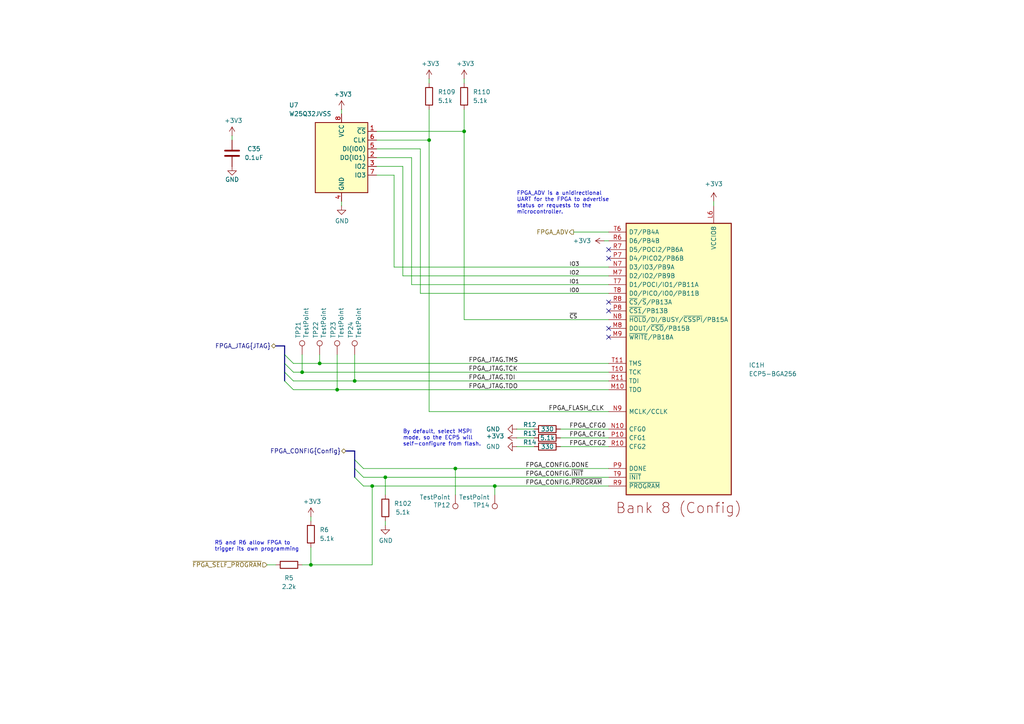
<source format=kicad_sch>
(kicad_sch
	(version 20231120)
	(generator "eeschema")
	(generator_version "8.0")
	(uuid "b03ecb1c-fb53-4a45-a1fd-524c3ae78936")
	(paper "A4")
	(title_block
		(title "${TITLE}")
		(date "${DATE}")
		(rev "${VERSION}")
		(company "${COPYRIGHT}")
		(comment 1 "${LICENSE}")
	)
	(lib_symbols
		(symbol "Connector:TestPoint"
			(pin_numbers hide)
			(pin_names
				(offset 0.762) hide)
			(exclude_from_sim no)
			(in_bom yes)
			(on_board yes)
			(property "Reference" "TP"
				(at 0 6.858 0)
				(effects
					(font
						(size 1.27 1.27)
					)
				)
			)
			(property "Value" "TestPoint"
				(at 0 5.08 0)
				(effects
					(font
						(size 1.27 1.27)
					)
				)
			)
			(property "Footprint" ""
				(at 5.08 0 0)
				(effects
					(font
						(size 1.27 1.27)
					)
					(hide yes)
				)
			)
			(property "Datasheet" "~"
				(at 5.08 0 0)
				(effects
					(font
						(size 1.27 1.27)
					)
					(hide yes)
				)
			)
			(property "Description" "test point"
				(at 0 0 0)
				(effects
					(font
						(size 1.27 1.27)
					)
					(hide yes)
				)
			)
			(property "ki_keywords" "test point tp"
				(at 0 0 0)
				(effects
					(font
						(size 1.27 1.27)
					)
					(hide yes)
				)
			)
			(property "ki_fp_filters" "Pin* Test*"
				(at 0 0 0)
				(effects
					(font
						(size 1.27 1.27)
					)
					(hide yes)
				)
			)
			(symbol "TestPoint_0_1"
				(circle
					(center 0 3.302)
					(radius 0.762)
					(stroke
						(width 0)
						(type default)
					)
					(fill
						(type none)
					)
				)
			)
			(symbol "TestPoint_1_1"
				(pin passive line
					(at 0 0 90)
					(length 2.54)
					(name "1"
						(effects
							(font
								(size 1.27 1.27)
							)
						)
					)
					(number "1"
						(effects
							(font
								(size 1.27 1.27)
							)
						)
					)
				)
			)
		)
		(symbol "Device:C"
			(pin_numbers hide)
			(pin_names
				(offset 0.254)
			)
			(exclude_from_sim no)
			(in_bom yes)
			(on_board yes)
			(property "Reference" "C"
				(at 0.635 2.54 0)
				(effects
					(font
						(size 1.27 1.27)
					)
					(justify left)
				)
			)
			(property "Value" "C"
				(at 0.635 -2.54 0)
				(effects
					(font
						(size 1.27 1.27)
					)
					(justify left)
				)
			)
			(property "Footprint" ""
				(at 0.9652 -3.81 0)
				(effects
					(font
						(size 1.27 1.27)
					)
					(hide yes)
				)
			)
			(property "Datasheet" "~"
				(at 0 0 0)
				(effects
					(font
						(size 1.27 1.27)
					)
					(hide yes)
				)
			)
			(property "Description" "Unpolarized capacitor"
				(at 0 0 0)
				(effects
					(font
						(size 1.27 1.27)
					)
					(hide yes)
				)
			)
			(property "ki_keywords" "cap capacitor"
				(at 0 0 0)
				(effects
					(font
						(size 1.27 1.27)
					)
					(hide yes)
				)
			)
			(property "ki_fp_filters" "C_*"
				(at 0 0 0)
				(effects
					(font
						(size 1.27 1.27)
					)
					(hide yes)
				)
			)
			(symbol "C_0_1"
				(polyline
					(pts
						(xy -2.032 -0.762) (xy 2.032 -0.762)
					)
					(stroke
						(width 0.508)
						(type default)
					)
					(fill
						(type none)
					)
				)
				(polyline
					(pts
						(xy -2.032 0.762) (xy 2.032 0.762)
					)
					(stroke
						(width 0.508)
						(type default)
					)
					(fill
						(type none)
					)
				)
			)
			(symbol "C_1_1"
				(pin passive line
					(at 0 3.81 270)
					(length 2.794)
					(name "~"
						(effects
							(font
								(size 1.27 1.27)
							)
						)
					)
					(number "1"
						(effects
							(font
								(size 1.27 1.27)
							)
						)
					)
				)
				(pin passive line
					(at 0 -3.81 90)
					(length 2.794)
					(name "~"
						(effects
							(font
								(size 1.27 1.27)
							)
						)
					)
					(number "2"
						(effects
							(font
								(size 1.27 1.27)
							)
						)
					)
				)
			)
		)
		(symbol "Device:R"
			(pin_numbers hide)
			(pin_names
				(offset 0)
			)
			(exclude_from_sim no)
			(in_bom yes)
			(on_board yes)
			(property "Reference" "R"
				(at 2.032 0 90)
				(effects
					(font
						(size 1.27 1.27)
					)
				)
			)
			(property "Value" "R"
				(at 0 0 90)
				(effects
					(font
						(size 1.27 1.27)
					)
				)
			)
			(property "Footprint" ""
				(at -1.778 0 90)
				(effects
					(font
						(size 1.27 1.27)
					)
					(hide yes)
				)
			)
			(property "Datasheet" "~"
				(at 0 0 0)
				(effects
					(font
						(size 1.27 1.27)
					)
					(hide yes)
				)
			)
			(property "Description" "Resistor"
				(at 0 0 0)
				(effects
					(font
						(size 1.27 1.27)
					)
					(hide yes)
				)
			)
			(property "ki_keywords" "R res resistor"
				(at 0 0 0)
				(effects
					(font
						(size 1.27 1.27)
					)
					(hide yes)
				)
			)
			(property "ki_fp_filters" "R_*"
				(at 0 0 0)
				(effects
					(font
						(size 1.27 1.27)
					)
					(hide yes)
				)
			)
			(symbol "R_0_1"
				(rectangle
					(start -1.016 -2.54)
					(end 1.016 2.54)
					(stroke
						(width 0.254)
						(type default)
					)
					(fill
						(type none)
					)
				)
			)
			(symbol "R_1_1"
				(pin passive line
					(at 0 3.81 270)
					(length 1.27)
					(name "~"
						(effects
							(font
								(size 1.27 1.27)
							)
						)
					)
					(number "1"
						(effects
							(font
								(size 1.27 1.27)
							)
						)
					)
				)
				(pin passive line
					(at 0 -3.81 90)
					(length 1.27)
					(name "~"
						(effects
							(font
								(size 1.27 1.27)
							)
						)
					)
					(number "2"
						(effects
							(font
								(size 1.27 1.27)
							)
						)
					)
				)
			)
		)
		(symbol "Memory_Flash:W25Q32JVSS"
			(exclude_from_sim no)
			(in_bom yes)
			(on_board yes)
			(property "Reference" "U"
				(at -6.35 11.43 0)
				(effects
					(font
						(size 1.27 1.27)
					)
				)
			)
			(property "Value" "W25Q32JVSS"
				(at 7.62 11.43 0)
				(effects
					(font
						(size 1.27 1.27)
					)
				)
			)
			(property "Footprint" "Package_SO:SOIC-8_5.23x5.23mm_P1.27mm"
				(at 0 0 0)
				(effects
					(font
						(size 1.27 1.27)
					)
					(hide yes)
				)
			)
			(property "Datasheet" "http://www.winbond.com/resource-files/w25q32jv%20revg%2003272018%20plus.pdf"
				(at 0 0 0)
				(effects
					(font
						(size 1.27 1.27)
					)
					(hide yes)
				)
			)
			(property "Description" "32Mb Serial Flash Memory, Standard/Dual/Quad SPI, SOIC-8"
				(at 0 0 0)
				(effects
					(font
						(size 1.27 1.27)
					)
					(hide yes)
				)
			)
			(property "ki_keywords" "flash memory SPI"
				(at 0 0 0)
				(effects
					(font
						(size 1.27 1.27)
					)
					(hide yes)
				)
			)
			(property "ki_fp_filters" "SOIC*5.23x5.23mm*P1.27mm*"
				(at 0 0 0)
				(effects
					(font
						(size 1.27 1.27)
					)
					(hide yes)
				)
			)
			(symbol "W25Q32JVSS_0_1"
				(rectangle
					(start -7.62 10.16)
					(end 7.62 -10.16)
					(stroke
						(width 0.254)
						(type default)
					)
					(fill
						(type background)
					)
				)
			)
			(symbol "W25Q32JVSS_1_1"
				(pin input line
					(at -10.16 7.62 0)
					(length 2.54)
					(name "~{CS}"
						(effects
							(font
								(size 1.27 1.27)
							)
						)
					)
					(number "1"
						(effects
							(font
								(size 1.27 1.27)
							)
						)
					)
				)
				(pin bidirectional line
					(at -10.16 0 0)
					(length 2.54)
					(name "DO(IO1)"
						(effects
							(font
								(size 1.27 1.27)
							)
						)
					)
					(number "2"
						(effects
							(font
								(size 1.27 1.27)
							)
						)
					)
				)
				(pin bidirectional line
					(at -10.16 -2.54 0)
					(length 2.54)
					(name "IO2"
						(effects
							(font
								(size 1.27 1.27)
							)
						)
					)
					(number "3"
						(effects
							(font
								(size 1.27 1.27)
							)
						)
					)
				)
				(pin power_in line
					(at 0 -12.7 90)
					(length 2.54)
					(name "GND"
						(effects
							(font
								(size 1.27 1.27)
							)
						)
					)
					(number "4"
						(effects
							(font
								(size 1.27 1.27)
							)
						)
					)
				)
				(pin bidirectional line
					(at -10.16 2.54 0)
					(length 2.54)
					(name "DI(IO0)"
						(effects
							(font
								(size 1.27 1.27)
							)
						)
					)
					(number "5"
						(effects
							(font
								(size 1.27 1.27)
							)
						)
					)
				)
				(pin input line
					(at -10.16 5.08 0)
					(length 2.54)
					(name "CLK"
						(effects
							(font
								(size 1.27 1.27)
							)
						)
					)
					(number "6"
						(effects
							(font
								(size 1.27 1.27)
							)
						)
					)
				)
				(pin bidirectional line
					(at -10.16 -5.08 0)
					(length 2.54)
					(name "IO3"
						(effects
							(font
								(size 1.27 1.27)
							)
						)
					)
					(number "7"
						(effects
							(font
								(size 1.27 1.27)
							)
						)
					)
				)
				(pin power_in line
					(at 0 12.7 270)
					(length 2.54)
					(name "VCC"
						(effects
							(font
								(size 1.27 1.27)
							)
						)
					)
					(number "8"
						(effects
							(font
								(size 1.27 1.27)
							)
						)
					)
				)
			)
		)
		(symbol "fpgas_and_processors:ECP5-BGA256"
			(pin_names
				(offset 0.762)
			)
			(exclude_from_sim no)
			(in_bom yes)
			(on_board yes)
			(property "Reference" "IC"
				(at 1.27 45.72 0)
				(effects
					(font
						(size 1.27 1.27)
					)
					(justify left)
				)
			)
			(property "Value" "ECP5-BGA256"
				(at 1.27 43.18 0)
				(effects
					(font
						(size 1.27 1.27)
					)
					(justify left)
				)
			)
			(property "Footprint" "BGA256C80P16X16_1400X1400X170"
				(at -81.28 87.63 0)
				(effects
					(font
						(size 1.27 1.27)
					)
					(justify left)
					(hide yes)
				)
			)
			(property "Datasheet" ""
				(at -92.71 111.76 0)
				(effects
					(font
						(size 1.27 1.27)
					)
					(justify left)
					(hide yes)
				)
			)
			(property "Description" "FPGA - Field Programmable Gate Array ECP5; 12k LUTs; 1.1V"
				(at -92.71 109.22 0)
				(effects
					(font
						(size 1.27 1.27)
					)
					(justify left)
					(hide yes)
				)
			)
			(property "Manufacturer" "Lattice"
				(at -91.44 133.35 0)
				(effects
					(font
						(size 1.27 1.27)
					)
					(justify left)
					(hide yes)
				)
			)
			(property "Part Number" "LFE5U-12F-6BG256C"
				(at -91.44 130.81 0)
				(effects
					(font
						(size 1.27 1.27)
					)
					(justify left)
					(hide yes)
				)
			)
			(property "ki_locked" ""
				(at 0 0 0)
				(effects
					(font
						(size 1.27 1.27)
					)
				)
			)
			(symbol "ECP5-BGA256_1_0"
				(rectangle
					(start -13.97 35.56)
					(end 13.97 -35.56)
					(stroke
						(width 0.3048)
						(type default)
					)
					(fill
						(type background)
					)
				)
			)
			(symbol "ECP5-BGA256_1_1"
				(text "FPGA Supplies"
					(at 0 -39.37 0)
					(effects
						(font
							(size 2.9972 2.9972)
						)
					)
				)
				(pin power_in line
					(at 19.05 33.02 180)
					(length 5.08)
					(name "GND_1"
						(effects
							(font
								(size 1.27 1.27)
							)
						)
					)
					(number "A1"
						(effects
							(font
								(size 1.27 1.27)
							)
						)
					)
				)
				(pin power_in line
					(at 19.05 30.48 180)
					(length 5.08)
					(name "GND_2"
						(effects
							(font
								(size 1.27 1.27)
							)
						)
					)
					(number "A16"
						(effects
							(font
								(size 1.27 1.27)
							)
						)
					)
				)
				(pin power_in line
					(at 19.05 25.4 180)
					(length 5.08)
					(name "GND_4"
						(effects
							(font
								(size 1.27 1.27)
							)
						)
					)
					(number "D15"
						(effects
							(font
								(size 1.27 1.27)
							)
						)
					)
				)
				(pin power_in line
					(at 19.05 27.94 180)
					(length 5.08)
					(name "GND_3"
						(effects
							(font
								(size 1.27 1.27)
							)
						)
					)
					(number "D2"
						(effects
							(font
								(size 1.27 1.27)
							)
						)
					)
				)
				(pin power_in line
					(at 19.05 22.86 180)
					(length 5.08)
					(name "GND_5"
						(effects
							(font
								(size 1.27 1.27)
							)
						)
					)
					(number "F8"
						(effects
							(font
								(size 1.27 1.27)
							)
						)
					)
				)
				(pin power_in line
					(at 19.05 20.32 180)
					(length 5.08)
					(name "GND_6"
						(effects
							(font
								(size 1.27 1.27)
							)
						)
					)
					(number "F9"
						(effects
							(font
								(size 1.27 1.27)
							)
						)
					)
				)
				(pin power_in line
					(at 19.05 15.24 180)
					(length 5.08)
					(name "GND_8"
						(effects
							(font
								(size 1.27 1.27)
							)
						)
					)
					(number "G10"
						(effects
							(font
								(size 1.27 1.27)
							)
						)
					)
				)
				(pin power_in line
					(at -19.05 -30.48 0)
					(length 5.08)
					(name "VCCAUX_1"
						(effects
							(font
								(size 1.27 1.27)
							)
						)
					)
					(number "G11"
						(effects
							(font
								(size 1.27 1.27)
							)
						)
					)
				)
				(pin power_in line
					(at -19.05 33.02 0)
					(length 5.08)
					(name "VCC_1"
						(effects
							(font
								(size 1.27 1.27)
							)
						)
					)
					(number "G6"
						(effects
							(font
								(size 1.27 1.27)
							)
						)
					)
				)
				(pin power_in line
					(at -19.05 30.48 0)
					(length 5.08)
					(name "VCC_2"
						(effects
							(font
								(size 1.27 1.27)
							)
						)
					)
					(number "G7"
						(effects
							(font
								(size 1.27 1.27)
							)
						)
					)
				)
				(pin power_in line
					(at 19.05 17.78 180)
					(length 5.08)
					(name "GND_7"
						(effects
							(font
								(size 1.27 1.27)
							)
						)
					)
					(number "G8"
						(effects
							(font
								(size 1.27 1.27)
							)
						)
					)
				)
				(pin power_in line
					(at -19.05 27.94 0)
					(length 5.08)
					(name "VCC_3"
						(effects
							(font
								(size 1.27 1.27)
							)
						)
					)
					(number "G9"
						(effects
							(font
								(size 1.27 1.27)
							)
						)
					)
				)
				(pin power_in line
					(at 19.05 12.7 180)
					(length 5.08)
					(name "GND_9"
						(effects
							(font
								(size 1.27 1.27)
							)
						)
					)
					(number "H1"
						(effects
							(font
								(size 1.27 1.27)
							)
						)
					)
				)
				(pin power_in line
					(at 19.05 5.08 180)
					(length 5.08)
					(name "GND_12"
						(effects
							(font
								(size 1.27 1.27)
							)
						)
					)
					(number "H10"
						(effects
							(font
								(size 1.27 1.27)
							)
						)
					)
				)
				(pin power_in line
					(at 19.05 2.54 180)
					(length 5.08)
					(name "GND_13"
						(effects
							(font
								(size 1.27 1.27)
							)
						)
					)
					(number "H16"
						(effects
							(font
								(size 1.27 1.27)
							)
						)
					)
				)
				(pin power_in line
					(at 19.05 10.16 180)
					(length 5.08)
					(name "GND_10"
						(effects
							(font
								(size 1.27 1.27)
							)
						)
					)
					(number "H8"
						(effects
							(font
								(size 1.27 1.27)
							)
						)
					)
				)
				(pin power_in line
					(at 19.05 7.62 180)
					(length 5.08)
					(name "GND_11"
						(effects
							(font
								(size 1.27 1.27)
							)
						)
					)
					(number "H9"
						(effects
							(font
								(size 1.27 1.27)
							)
						)
					)
				)
				(pin power_in line
					(at 19.05 -5.08 180)
					(length 5.08)
					(name "GND_16"
						(effects
							(font
								(size 1.27 1.27)
							)
						)
					)
					(number "J10"
						(effects
							(font
								(size 1.27 1.27)
							)
						)
					)
				)
				(pin power_in line
					(at 19.05 0 180)
					(length 5.08)
					(name "GND_14"
						(effects
							(font
								(size 1.27 1.27)
							)
						)
					)
					(number "J8"
						(effects
							(font
								(size 1.27 1.27)
							)
						)
					)
				)
				(pin power_in line
					(at 19.05 -2.54 180)
					(length 5.08)
					(name "GND_15"
						(effects
							(font
								(size 1.27 1.27)
							)
						)
					)
					(number "J9"
						(effects
							(font
								(size 1.27 1.27)
							)
						)
					)
				)
				(pin power_in line
					(at 19.05 -17.78 180)
					(length 5.08)
					(name "GND_21"
						(effects
							(font
								(size 1.27 1.27)
							)
						)
					)
					(number "K10"
						(effects
							(font
								(size 1.27 1.27)
							)
						)
					)
				)
				(pin power_in line
					(at 19.05 -7.62 180)
					(length 5.08)
					(name "GND_17"
						(effects
							(font
								(size 1.27 1.27)
							)
						)
					)
					(number "K6"
						(effects
							(font
								(size 1.27 1.27)
							)
						)
					)
				)
				(pin power_in line
					(at 19.05 -10.16 180)
					(length 5.08)
					(name "GND_18"
						(effects
							(font
								(size 1.27 1.27)
							)
						)
					)
					(number "K7"
						(effects
							(font
								(size 1.27 1.27)
							)
						)
					)
				)
				(pin power_in line
					(at 19.05 -12.7 180)
					(length 5.08)
					(name "GND_19"
						(effects
							(font
								(size 1.27 1.27)
							)
						)
					)
					(number "K8"
						(effects
							(font
								(size 1.27 1.27)
							)
						)
					)
				)
				(pin power_in line
					(at 19.05 -15.24 180)
					(length 5.08)
					(name "GND_20"
						(effects
							(font
								(size 1.27 1.27)
							)
						)
					)
					(number "K9"
						(effects
							(font
								(size 1.27 1.27)
							)
						)
					)
				)
				(pin power_in line
					(at -19.05 20.32 0)
					(length 5.08)
					(name "VCC_6"
						(effects
							(font
								(size 1.27 1.27)
							)
						)
					)
					(number "L10"
						(effects
							(font
								(size 1.27 1.27)
							)
						)
					)
				)
				(pin power_in line
					(at -19.05 -33.02 0)
					(length 5.08)
					(name "VCCAUX_2"
						(effects
							(font
								(size 1.27 1.27)
							)
						)
					)
					(number "L7"
						(effects
							(font
								(size 1.27 1.27)
							)
						)
					)
				)
				(pin power_in line
					(at -19.05 25.4 0)
					(length 5.08)
					(name "VCC_4"
						(effects
							(font
								(size 1.27 1.27)
							)
						)
					)
					(number "L8"
						(effects
							(font
								(size 1.27 1.27)
							)
						)
					)
				)
				(pin power_in line
					(at -19.05 22.86 0)
					(length 5.08)
					(name "VCC_5"
						(effects
							(font
								(size 1.27 1.27)
							)
						)
					)
					(number "L9"
						(effects
							(font
								(size 1.27 1.27)
							)
						)
					)
				)
				(pin power_in line
					(at 19.05 -22.86 180)
					(length 5.08)
					(name "GND_23"
						(effects
							(font
								(size 1.27 1.27)
							)
						)
					)
					(number "N15"
						(effects
							(font
								(size 1.27 1.27)
							)
						)
					)
				)
				(pin power_in line
					(at 19.05 -20.32 180)
					(length 5.08)
					(name "GND_22"
						(effects
							(font
								(size 1.27 1.27)
							)
						)
					)
					(number "N2"
						(effects
							(font
								(size 1.27 1.27)
							)
						)
					)
				)
				(pin power_in line
					(at 19.05 -25.4 180)
					(length 5.08)
					(name "GND_24"
						(effects
							(font
								(size 1.27 1.27)
							)
						)
					)
					(number "T1"
						(effects
							(font
								(size 1.27 1.27)
							)
						)
					)
				)
				(pin power_in line
					(at 19.05 -30.48 180)
					(length 5.08)
					(name "GND_26"
						(effects
							(font
								(size 1.27 1.27)
							)
						)
					)
					(number "T12"
						(effects
							(font
								(size 1.27 1.27)
							)
						)
					)
				)
				(pin power_in line
					(at 19.05 -33.02 180)
					(length 5.08)
					(name "GND_27"
						(effects
							(font
								(size 1.27 1.27)
							)
						)
					)
					(number "T16"
						(effects
							(font
								(size 1.27 1.27)
							)
						)
					)
				)
				(pin power_in line
					(at 19.05 -27.94 180)
					(length 5.08)
					(name "GND_25"
						(effects
							(font
								(size 1.27 1.27)
							)
						)
					)
					(number "T5"
						(effects
							(font
								(size 1.27 1.27)
							)
						)
					)
				)
			)
			(symbol "ECP5-BGA256_2_1"
				(rectangle
					(start -8.89 31.75)
					(end 8.89 -31.75)
					(stroke
						(width 0.3048)
						(type default)
					)
					(fill
						(type background)
					)
				)
				(text "Bank 0"
					(at 0 -35.56 0)
					(effects
						(font
							(size 2.9972 2.9972)
						)
					)
				)
				(pin bidirectional line
					(at 13.97 29.21 180)
					(length 5.08)
					(name "PT4A"
						(effects
							(font
								(size 1.27 1.27)
							)
						)
					)
					(number "A2"
						(effects
							(font
								(size 1.27 1.27)
							)
						)
					)
				)
				(pin bidirectional line
					(at 13.97 24.13 180)
					(length 5.08)
					(name "PT6A"
						(effects
							(font
								(size 1.27 1.27)
							)
						)
					)
					(number "A3"
						(effects
							(font
								(size 1.27 1.27)
							)
						)
					)
				)
				(pin bidirectional line
					(at 13.97 21.59 180)
					(length 5.08)
					(name "PT6B"
						(effects
							(font
								(size 1.27 1.27)
							)
						)
					)
					(number "A4"
						(effects
							(font
								(size 1.27 1.27)
							)
						)
					)
				)
				(pin bidirectional line
					(at 13.97 -1.27 180)
					(length 5.08)
					(name "PT18A"
						(effects
							(font
								(size 1.27 1.27)
							)
						)
					)
					(number "A5"
						(effects
							(font
								(size 1.27 1.27)
							)
						)
					)
				)
				(pin bidirectional line
					(at 13.97 -3.81 180)
					(length 5.08)
					(name "PT18B"
						(effects
							(font
								(size 1.27 1.27)
							)
						)
					)
					(number "A6"
						(effects
							(font
								(size 1.27 1.27)
							)
						)
					)
				)
				(pin bidirectional line
					(at 13.97 -26.67 180)
					(length 5.08)
					(name "PT29A"
						(effects
							(font
								(size 1.27 1.27)
							)
						)
					)
					(number "A7"
						(effects
							(font
								(size 1.27 1.27)
							)
						)
					)
				)
				(pin bidirectional line
					(at 13.97 -29.21 180)
					(length 5.08)
					(name "PT29B"
						(effects
							(font
								(size 1.27 1.27)
							)
						)
					)
					(number "A8"
						(effects
							(font
								(size 1.27 1.27)
							)
						)
					)
				)
				(pin bidirectional line
					(at 13.97 26.67 180)
					(length 5.08)
					(name "PT4B"
						(effects
							(font
								(size 1.27 1.27)
							)
						)
					)
					(number "B3"
						(effects
							(font
								(size 1.27 1.27)
							)
						)
					)
				)
				(pin bidirectional line
					(at 13.97 11.43 180)
					(length 5.08)
					(name "PT11B"
						(effects
							(font
								(size 1.27 1.27)
							)
						)
					)
					(number "B4"
						(effects
							(font
								(size 1.27 1.27)
							)
						)
					)
				)
				(pin bidirectional line
					(at 13.97 1.27 180)
					(length 5.08)
					(name "PT15B"
						(effects
							(font
								(size 1.27 1.27)
							)
						)
					)
					(number "B5"
						(effects
							(font
								(size 1.27 1.27)
							)
						)
					)
				)
				(pin bidirectional line
					(at 13.97 -13.97 180)
					(length 5.08)
					(name "PT22B"
						(effects
							(font
								(size 1.27 1.27)
							)
						)
					)
					(number "B6"
						(effects
							(font
								(size 1.27 1.27)
							)
						)
					)
				)
				(pin bidirectional line
					(at 13.97 -24.13 180)
					(length 5.08)
					(name "PT27B"
						(effects
							(font
								(size 1.27 1.27)
							)
						)
					)
					(number "B7"
						(effects
							(font
								(size 1.27 1.27)
							)
						)
					)
				)
				(pin bidirectional line
					(at 13.97 13.97 180)
					(length 5.08)
					(name "PT11A"
						(effects
							(font
								(size 1.27 1.27)
							)
						)
					)
					(number "C4"
						(effects
							(font
								(size 1.27 1.27)
							)
						)
					)
				)
				(pin bidirectional line
					(at 13.97 3.81 180)
					(length 5.08)
					(name "PT15A"
						(effects
							(font
								(size 1.27 1.27)
							)
						)
					)
					(number "C5"
						(effects
							(font
								(size 1.27 1.27)
							)
						)
					)
				)
				(pin bidirectional line
					(at 13.97 -11.43 180)
					(length 5.08)
					(name "PT22A"
						(effects
							(font
								(size 1.27 1.27)
							)
						)
					)
					(number "C6"
						(effects
							(font
								(size 1.27 1.27)
							)
						)
					)
				)
				(pin bidirectional line
					(at 13.97 -21.59 180)
					(length 5.08)
					(name "PT27A"
						(effects
							(font
								(size 1.27 1.27)
							)
						)
					)
					(number "C7"
						(effects
							(font
								(size 1.27 1.27)
							)
						)
					)
				)
				(pin bidirectional line
					(at 13.97 16.51 180)
					(length 5.08)
					(name "PT9B"
						(effects
							(font
								(size 1.27 1.27)
							)
						)
					)
					(number "D4"
						(effects
							(font
								(size 1.27 1.27)
							)
						)
					)
				)
				(pin bidirectional line
					(at 13.97 6.35 180)
					(length 5.08)
					(name "PT13B"
						(effects
							(font
								(size 1.27 1.27)
							)
						)
					)
					(number "D5"
						(effects
							(font
								(size 1.27 1.27)
							)
						)
					)
				)
				(pin bidirectional line
					(at 13.97 -8.89 180)
					(length 5.08)
					(name "PT20B"
						(effects
							(font
								(size 1.27 1.27)
							)
						)
					)
					(number "D6"
						(effects
							(font
								(size 1.27 1.27)
							)
						)
					)
				)
				(pin bidirectional line
					(at 13.97 -19.05 180)
					(length 5.08)
					(name "PT24B"
						(effects
							(font
								(size 1.27 1.27)
							)
						)
					)
					(number "D7"
						(effects
							(font
								(size 1.27 1.27)
							)
						)
					)
				)
				(pin bidirectional line
					(at 13.97 19.05 180)
					(length 5.08)
					(name "PT9A"
						(effects
							(font
								(size 1.27 1.27)
							)
						)
					)
					(number "E4"
						(effects
							(font
								(size 1.27 1.27)
							)
						)
					)
				)
				(pin bidirectional line
					(at 13.97 8.89 180)
					(length 5.08)
					(name "PT13A"
						(effects
							(font
								(size 1.27 1.27)
							)
						)
					)
					(number "E5"
						(effects
							(font
								(size 1.27 1.27)
							)
						)
					)
				)
				(pin bidirectional line
					(at 13.97 -6.35 180)
					(length 5.08)
					(name "PT20A"
						(effects
							(font
								(size 1.27 1.27)
							)
						)
					)
					(number "E6"
						(effects
							(font
								(size 1.27 1.27)
							)
						)
					)
				)
				(pin bidirectional line
					(at 13.97 -16.51 180)
					(length 5.08)
					(name "PT24A"
						(effects
							(font
								(size 1.27 1.27)
							)
						)
					)
					(number "E7"
						(effects
							(font
								(size 1.27 1.27)
							)
						)
					)
				)
				(pin power_in line
					(at -2.54 36.83 270)
					(length 5.08)
					(name "VCCIO0_1"
						(effects
							(font
								(size 1.27 1.27)
							)
						)
					)
					(number "F6"
						(effects
							(font
								(size 1.27 1.27)
							)
						)
					)
				)
				(pin power_in line
					(at -5.08 36.83 270)
					(length 5.08)
					(name "VCCIO0_2"
						(effects
							(font
								(size 1.27 1.27)
							)
						)
					)
					(number "F7"
						(effects
							(font
								(size 1.27 1.27)
							)
						)
					)
				)
			)
			(symbol "ECP5-BGA256_3_0"
				(rectangle
					(start -8.89 41.91)
					(end 8.89 -41.91)
					(stroke
						(width 0.3048)
						(type default)
					)
					(fill
						(type background)
					)
				)
			)
			(symbol "ECP5-BGA256_3_1"
				(text "Bank 1"
					(at 0 -45.72 0)
					(effects
						(font
							(size 2.9972 2.9972)
						)
					)
				)
				(pin bidirectional line
					(at 13.97 16.51 180)
					(length 5.08)
					(name "PT42B"
						(effects
							(font
								(size 1.27 1.27)
							)
						)
					)
					(number "A10"
						(effects
							(font
								(size 1.27 1.27)
							)
						)
					)
				)
				(pin bidirectional line
					(at 13.97 -6.35 180)
					(length 5.08)
					(name "PT53A"
						(effects
							(font
								(size 1.27 1.27)
							)
						)
					)
					(number "A11"
						(effects
							(font
								(size 1.27 1.27)
							)
						)
					)
				)
				(pin bidirectional line
					(at 13.97 -8.89 180)
					(length 5.08)
					(name "PT53B"
						(effects
							(font
								(size 1.27 1.27)
							)
						)
					)
					(number "A12"
						(effects
							(font
								(size 1.27 1.27)
							)
						)
					)
				)
				(pin bidirectional line
					(at 13.97 -31.75 180)
					(length 5.08)
					(name "PT65A"
						(effects
							(font
								(size 1.27 1.27)
							)
						)
					)
					(number "A13"
						(effects
							(font
								(size 1.27 1.27)
							)
						)
					)
				)
				(pin bidirectional line
					(at 13.97 -34.29 180)
					(length 5.08)
					(name "PT65B"
						(effects
							(font
								(size 1.27 1.27)
							)
						)
					)
					(number "A14"
						(effects
							(font
								(size 1.27 1.27)
							)
						)
					)
				)
				(pin bidirectional line
					(at 13.97 -39.37 180)
					(length 5.08)
					(name "PT67B"
						(effects
							(font
								(size 1.27 1.27)
							)
						)
					)
					(number "A15"
						(effects
							(font
								(size 1.27 1.27)
							)
						)
					)
				)
				(pin bidirectional line
					(at 13.97 19.05 180)
					(length 5.08)
					(name "PT42A"
						(effects
							(font
								(size 1.27 1.27)
							)
						)
					)
					(number "A9"
						(effects
							(font
								(size 1.27 1.27)
							)
						)
					)
				)
				(pin bidirectional line
					(at 13.97 13.97 180)
					(length 5.08)
					(name "PT44A"
						(effects
							(font
								(size 1.27 1.27)
							)
						)
					)
					(number "B10"
						(effects
							(font
								(size 1.27 1.27)
							)
						)
					)
				)
				(pin bidirectional line
					(at 13.97 3.81 180)
					(length 5.08)
					(name "PT49A"
						(effects
							(font
								(size 1.27 1.27)
							)
						)
					)
					(number "B11"
						(effects
							(font
								(size 1.27 1.27)
							)
						)
					)
				)
				(pin bidirectional line
					(at 13.97 -11.43 180)
					(length 5.08)
					(name "PT56A"
						(effects
							(font
								(size 1.27 1.27)
							)
						)
					)
					(number "B12"
						(effects
							(font
								(size 1.27 1.27)
							)
						)
					)
				)
				(pin bidirectional line
					(at 13.97 -21.59 180)
					(length 5.08)
					(name "PT60A"
						(effects
							(font
								(size 1.27 1.27)
							)
						)
					)
					(number "B13"
						(effects
							(font
								(size 1.27 1.27)
							)
						)
					)
				)
				(pin bidirectional line
					(at 13.97 -36.83 180)
					(length 5.08)
					(name "PT67A"
						(effects
							(font
								(size 1.27 1.27)
							)
						)
					)
					(number "B14"
						(effects
							(font
								(size 1.27 1.27)
							)
						)
					)
				)
				(pin bidirectional line
					(at 13.97 31.75 180)
					(length 5.08)
					(name "PT35B"
						(effects
							(font
								(size 1.27 1.27)
							)
						)
					)
					(number "B8"
						(effects
							(font
								(size 1.27 1.27)
							)
						)
					)
				)
				(pin bidirectional line
					(at 13.97 29.21 180)
					(length 5.08)
					(name "PT38A"
						(effects
							(font
								(size 1.27 1.27)
							)
						)
					)
					(number "B9"
						(effects
							(font
								(size 1.27 1.27)
							)
						)
					)
				)
				(pin bidirectional line
					(at 13.97 11.43 180)
					(length 5.08)
					(name "PT44B"
						(effects
							(font
								(size 1.27 1.27)
							)
						)
					)
					(number "C10"
						(effects
							(font
								(size 1.27 1.27)
							)
						)
					)
				)
				(pin bidirectional line
					(at 13.97 1.27 180)
					(length 5.08)
					(name "PT49B"
						(effects
							(font
								(size 1.27 1.27)
							)
						)
					)
					(number "C11"
						(effects
							(font
								(size 1.27 1.27)
							)
						)
					)
				)
				(pin bidirectional line
					(at 13.97 -13.97 180)
					(length 5.08)
					(name "PT56B"
						(effects
							(font
								(size 1.27 1.27)
							)
						)
					)
					(number "C12"
						(effects
							(font
								(size 1.27 1.27)
							)
						)
					)
				)
				(pin bidirectional line
					(at 13.97 -24.13 180)
					(length 5.08)
					(name "PT60B"
						(effects
							(font
								(size 1.27 1.27)
							)
						)
					)
					(number "C13"
						(effects
							(font
								(size 1.27 1.27)
							)
						)
					)
				)
				(pin bidirectional line
					(at 13.97 34.29 180)
					(length 5.08)
					(name "PT35A"
						(effects
							(font
								(size 1.27 1.27)
							)
						)
					)
					(number "C8"
						(effects
							(font
								(size 1.27 1.27)
							)
						)
					)
				)
				(pin bidirectional line
					(at 13.97 26.67 180)
					(length 5.08)
					(name "PT38B"
						(effects
							(font
								(size 1.27 1.27)
							)
						)
					)
					(number "C9"
						(effects
							(font
								(size 1.27 1.27)
							)
						)
					)
				)
				(pin bidirectional line
					(at 13.97 8.89 180)
					(length 5.08)
					(name "PT47A"
						(effects
							(font
								(size 1.27 1.27)
							)
						)
					)
					(number "D10"
						(effects
							(font
								(size 1.27 1.27)
							)
						)
					)
				)
				(pin bidirectional line
					(at 13.97 -1.27 180)
					(length 5.08)
					(name "PT51A"
						(effects
							(font
								(size 1.27 1.27)
							)
						)
					)
					(number "D11"
						(effects
							(font
								(size 1.27 1.27)
							)
						)
					)
				)
				(pin bidirectional line
					(at 13.97 -16.51 180)
					(length 5.08)
					(name "PT58A"
						(effects
							(font
								(size 1.27 1.27)
							)
						)
					)
					(number "D12"
						(effects
							(font
								(size 1.27 1.27)
							)
						)
					)
				)
				(pin bidirectional line
					(at 13.97 -26.67 180)
					(length 5.08)
					(name "PT62A"
						(effects
							(font
								(size 1.27 1.27)
							)
						)
					)
					(number "D13"
						(effects
							(font
								(size 1.27 1.27)
							)
						)
					)
				)
				(pin bidirectional line
					(at 13.97 36.83 180)
					(length 5.08)
					(name "PT33B"
						(effects
							(font
								(size 1.27 1.27)
							)
						)
					)
					(number "D8"
						(effects
							(font
								(size 1.27 1.27)
							)
						)
					)
				)
				(pin bidirectional line
					(at 13.97 24.13 180)
					(length 5.08)
					(name "PT40A"
						(effects
							(font
								(size 1.27 1.27)
							)
						)
					)
					(number "D9"
						(effects
							(font
								(size 1.27 1.27)
							)
						)
					)
				)
				(pin bidirectional line
					(at 13.97 6.35 180)
					(length 5.08)
					(name "PT47B"
						(effects
							(font
								(size 1.27 1.27)
							)
						)
					)
					(number "E10"
						(effects
							(font
								(size 1.27 1.27)
							)
						)
					)
				)
				(pin bidirectional line
					(at 13.97 -3.81 180)
					(length 5.08)
					(name "PT51B"
						(effects
							(font
								(size 1.27 1.27)
							)
						)
					)
					(number "E11"
						(effects
							(font
								(size 1.27 1.27)
							)
						)
					)
				)
				(pin bidirectional line
					(at 13.97 -19.05 180)
					(length 5.08)
					(name "PT58B"
						(effects
							(font
								(size 1.27 1.27)
							)
						)
					)
					(number "E12"
						(effects
							(font
								(size 1.27 1.27)
							)
						)
					)
				)
				(pin bidirectional line
					(at 13.97 -29.21 180)
					(length 5.08)
					(name "PT62B"
						(effects
							(font
								(size 1.27 1.27)
							)
						)
					)
					(number "E13"
						(effects
							(font
								(size 1.27 1.27)
							)
						)
					)
				)
				(pin bidirectional line
					(at 13.97 39.37 180)
					(length 5.08)
					(name "PT33A"
						(effects
							(font
								(size 1.27 1.27)
							)
						)
					)
					(number "E8"
						(effects
							(font
								(size 1.27 1.27)
							)
						)
					)
				)
				(pin bidirectional line
					(at 13.97 21.59 180)
					(length 5.08)
					(name "PT40B"
						(effects
							(font
								(size 1.27 1.27)
							)
						)
					)
					(number "E9"
						(effects
							(font
								(size 1.27 1.27)
							)
						)
					)
				)
				(pin power_in line
					(at -2.54 46.99 270)
					(length 5.08)
					(name "VCCIO1_1"
						(effects
							(font
								(size 1.27 1.27)
							)
						)
					)
					(number "F10"
						(effects
							(font
								(size 1.27 1.27)
							)
						)
					)
				)
				(pin power_in line
					(at -5.08 46.99 270)
					(length 5.08)
					(name "VCCIO1_2"
						(effects
							(font
								(size 1.27 1.27)
							)
						)
					)
					(number "F11"
						(effects
							(font
								(size 1.27 1.27)
							)
						)
					)
				)
			)
			(symbol "ECP5-BGA256_4_1"
				(rectangle
					(start -8.89 41.91)
					(end 8.89 -41.91)
					(stroke
						(width 0.3048)
						(type default)
					)
					(fill
						(type background)
					)
				)
				(text "Bank 2"
					(at 0 -45.72 0)
					(effects
						(font
							(size 2.9972 2.9972)
						)
					)
				)
				(pin bidirectional line
					(at 13.97 36.83 180)
					(length 5.08)
					(name "PR2B"
						(effects
							(font
								(size 1.27 1.27)
							)
						)
					)
					(number "B15"
						(effects
							(font
								(size 1.27 1.27)
							)
						)
					)
				)
				(pin bidirectional line
					(at 13.97 39.37 180)
					(length 5.08)
					(name "PR2A"
						(effects
							(font
								(size 1.27 1.27)
							)
						)
					)
					(number "B16"
						(effects
							(font
								(size 1.27 1.27)
							)
						)
					)
				)
				(pin bidirectional line
					(at 13.97 34.29 180)
					(length 5.08)
					(name "PR2C"
						(effects
							(font
								(size 1.27 1.27)
							)
						)
					)
					(number "C14"
						(effects
							(font
								(size 1.27 1.27)
							)
						)
					)
				)
				(pin bidirectional line
					(at 13.97 26.67 180)
					(length 5.08)
					(name "PR5B"
						(effects
							(font
								(size 1.27 1.27)
							)
						)
					)
					(number "C15"
						(effects
							(font
								(size 1.27 1.27)
							)
						)
					)
				)
				(pin bidirectional line
					(at 13.97 29.21 180)
					(length 5.08)
					(name "PR5A"
						(effects
							(font
								(size 1.27 1.27)
							)
						)
					)
					(number "C16"
						(effects
							(font
								(size 1.27 1.27)
							)
						)
					)
				)
				(pin bidirectional line
					(at 13.97 31.75 180)
					(length 5.08)
					(name "PR2D"
						(effects
							(font
								(size 1.27 1.27)
							)
						)
					)
					(number "D14"
						(effects
							(font
								(size 1.27 1.27)
							)
						)
					)
				)
				(pin bidirectional line
					(at 13.97 19.05 180)
					(length 5.08)
					(name "PR8A"
						(effects
							(font
								(size 1.27 1.27)
							)
						)
					)
					(number "D16"
						(effects
							(font
								(size 1.27 1.27)
							)
						)
					)
				)
				(pin bidirectional line
					(at 13.97 24.13 180)
					(length 5.08)
					(name "PR5C"
						(effects
							(font
								(size 1.27 1.27)
							)
						)
					)
					(number "E14"
						(effects
							(font
								(size 1.27 1.27)
							)
						)
					)
				)
				(pin bidirectional line
					(at 13.97 16.51 180)
					(length 5.08)
					(name "PR8B"
						(effects
							(font
								(size 1.27 1.27)
							)
						)
					)
					(number "E15"
						(effects
							(font
								(size 1.27 1.27)
							)
						)
					)
				)
				(pin bidirectional line
					(at 13.97 1.27 180)
					(length 5.08)
					(name "PR11D"
						(effects
							(font
								(size 1.27 1.27)
							)
						)
					)
					(number "E16"
						(effects
							(font
								(size 1.27 1.27)
							)
						)
					)
				)
				(pin bidirectional line
					(at 13.97 11.43 180)
					(length 5.08)
					(name "PR8D"
						(effects
							(font
								(size 1.27 1.27)
							)
						)
					)
					(number "F12"
						(effects
							(font
								(size 1.27 1.27)
							)
						)
					)
				)
				(pin bidirectional line
					(at 13.97 13.97 180)
					(length 5.08)
					(name "PR8C"
						(effects
							(font
								(size 1.27 1.27)
							)
						)
					)
					(number "F13"
						(effects
							(font
								(size 1.27 1.27)
							)
						)
					)
				)
				(pin bidirectional line
					(at 13.97 21.59 180)
					(length 5.08)
					(name "PR5D"
						(effects
							(font
								(size 1.27 1.27)
							)
						)
					)
					(number "F14"
						(effects
							(font
								(size 1.27 1.27)
							)
						)
					)
				)
				(pin bidirectional line
					(at 13.97 3.81 180)
					(length 5.08)
					(name "PR11C"
						(effects
							(font
								(size 1.27 1.27)
							)
						)
					)
					(number "F15"
						(effects
							(font
								(size 1.27 1.27)
							)
						)
					)
				)
				(pin bidirectional line
					(at 13.97 -1.27 180)
					(length 5.08)
					(name "PR14A"
						(effects
							(font
								(size 1.27 1.27)
							)
						)
					)
					(number "F16"
						(effects
							(font
								(size 1.27 1.27)
							)
						)
					)
				)
				(pin bidirectional line
					(at 13.97 8.89 180)
					(length 5.08)
					(name "PR11A"
						(effects
							(font
								(size 1.27 1.27)
							)
						)
					)
					(number "G12"
						(effects
							(font
								(size 1.27 1.27)
							)
						)
					)
				)
				(pin bidirectional line
					(at 13.97 6.35 180)
					(length 5.08)
					(name "PR11B"
						(effects
							(font
								(size 1.27 1.27)
							)
						)
					)
					(number "G13"
						(effects
							(font
								(size 1.27 1.27)
							)
						)
					)
				)
				(pin bidirectional line
					(at 13.97 -6.35 180)
					(length 5.08)
					(name "PR14C"
						(effects
							(font
								(size 1.27 1.27)
							)
						)
					)
					(number "G14"
						(effects
							(font
								(size 1.27 1.27)
							)
						)
					)
				)
				(pin bidirectional line
					(at 13.97 -3.81 180)
					(length 5.08)
					(name "PR14B"
						(effects
							(font
								(size 1.27 1.27)
							)
						)
					)
					(number "G15"
						(effects
							(font
								(size 1.27 1.27)
							)
						)
					)
				)
				(pin bidirectional line
					(at 13.97 -21.59 180)
					(length 5.08)
					(name "PR20A"
						(effects
							(font
								(size 1.27 1.27)
							)
						)
					)
					(number "G16"
						(effects
							(font
								(size 1.27 1.27)
							)
						)
					)
				)
				(pin power_in line
					(at -5.08 46.99 270)
					(length 5.08)
					(name "VCCIO2_1"
						(effects
							(font
								(size 1.27 1.27)
							)
						)
					)
					(number "H11"
						(effects
							(font
								(size 1.27 1.27)
							)
						)
					)
				)
				(pin bidirectional line
					(at 13.97 -11.43 180)
					(length 5.08)
					(name "PR17A"
						(effects
							(font
								(size 1.27 1.27)
							)
						)
					)
					(number "H12"
						(effects
							(font
								(size 1.27 1.27)
							)
						)
					)
				)
				(pin bidirectional line
					(at 13.97 -13.97 180)
					(length 5.08)
					(name "PR17B"
						(effects
							(font
								(size 1.27 1.27)
							)
						)
					)
					(number "H13"
						(effects
							(font
								(size 1.27 1.27)
							)
						)
					)
				)
				(pin bidirectional line
					(at 13.97 -8.89 180)
					(length 5.08)
					(name "PR14D"
						(effects
							(font
								(size 1.27 1.27)
							)
						)
					)
					(number "H14"
						(effects
							(font
								(size 1.27 1.27)
							)
						)
					)
				)
				(pin bidirectional line
					(at 13.97 -24.13 180)
					(length 5.08)
					(name "PR20B"
						(effects
							(font
								(size 1.27 1.27)
							)
						)
					)
					(number "H15"
						(effects
							(font
								(size 1.27 1.27)
							)
						)
					)
				)
				(pin power_in line
					(at -2.54 46.99 270)
					(length 5.08)
					(name "VCCIO2_2"
						(effects
							(font
								(size 1.27 1.27)
							)
						)
					)
					(number "J11"
						(effects
							(font
								(size 1.27 1.27)
							)
						)
					)
				)
				(pin bidirectional line
					(at 13.97 -19.05 180)
					(length 5.08)
					(name "PR17D"
						(effects
							(font
								(size 1.27 1.27)
							)
						)
					)
					(number "J12"
						(effects
							(font
								(size 1.27 1.27)
							)
						)
					)
				)
				(pin bidirectional line
					(at 13.97 -16.51 180)
					(length 5.08)
					(name "PR17C"
						(effects
							(font
								(size 1.27 1.27)
							)
						)
					)
					(number "J13"
						(effects
							(font
								(size 1.27 1.27)
							)
						)
					)
				)
				(pin bidirectional line
					(at 13.97 -26.67 180)
					(length 5.08)
					(name "PR20C"
						(effects
							(font
								(size 1.27 1.27)
							)
						)
					)
					(number "J14"
						(effects
							(font
								(size 1.27 1.27)
							)
						)
					)
				)
				(pin bidirectional line
					(at 13.97 -34.29 180)
					(length 5.08)
					(name "PR23B"
						(effects
							(font
								(size 1.27 1.27)
							)
						)
					)
					(number "J15"
						(effects
							(font
								(size 1.27 1.27)
							)
						)
					)
				)
				(pin bidirectional line
					(at 13.97 -31.75 180)
					(length 5.08)
					(name "PR23A"
						(effects
							(font
								(size 1.27 1.27)
							)
						)
					)
					(number "J16"
						(effects
							(font
								(size 1.27 1.27)
							)
						)
					)
				)
				(pin bidirectional line
					(at 13.97 -29.21 180)
					(length 5.08)
					(name "PR20D"
						(effects
							(font
								(size 1.27 1.27)
							)
						)
					)
					(number "K14"
						(effects
							(font
								(size 1.27 1.27)
							)
						)
					)
				)
				(pin bidirectional line
					(at 13.97 -39.37 180)
					(length 5.08)
					(name "PR23D"
						(effects
							(font
								(size 1.27 1.27)
							)
						)
					)
					(number "K15"
						(effects
							(font
								(size 1.27 1.27)
							)
						)
					)
				)
				(pin bidirectional line
					(at 13.97 -36.83 180)
					(length 5.08)
					(name "PR23C"
						(effects
							(font
								(size 1.27 1.27)
							)
						)
					)
					(number "K16"
						(effects
							(font
								(size 1.27 1.27)
							)
						)
					)
				)
			)
			(symbol "ECP5-BGA256_5_0"
				(rectangle
					(start -8.89 41.91)
					(end 8.89 -41.91)
					(stroke
						(width 0.3048)
						(type default)
					)
					(fill
						(type background)
					)
				)
			)
			(symbol "ECP5-BGA256_5_1"
				(text "Bank 3"
					(at 0 -45.72 0)
					(effects
						(font
							(size 2.9972 2.9972)
						)
					)
				)
				(pin power_in line
					(at -5.08 46.99 270)
					(length 5.08)
					(name "VCCIO3_1"
						(effects
							(font
								(size 1.27 1.27)
							)
						)
					)
					(number "K11"
						(effects
							(font
								(size 1.27 1.27)
							)
						)
					)
				)
				(pin bidirectional line
					(at 13.97 26.67 180)
					(length 5.08)
					(name "PR29B"
						(effects
							(font
								(size 1.27 1.27)
							)
						)
					)
					(number "K12"
						(effects
							(font
								(size 1.27 1.27)
							)
						)
					)
				)
				(pin bidirectional line
					(at 13.97 29.21 180)
					(length 5.08)
					(name "PR29A"
						(effects
							(font
								(size 1.27 1.27)
							)
						)
					)
					(number "K13"
						(effects
							(font
								(size 1.27 1.27)
							)
						)
					)
				)
				(pin power_in line
					(at -2.54 46.99 270)
					(length 5.08)
					(name "VCCIO3_2"
						(effects
							(font
								(size 1.27 1.27)
							)
						)
					)
					(number "L11"
						(effects
							(font
								(size 1.27 1.27)
							)
						)
					)
				)
				(pin bidirectional line
					(at 13.97 21.59 180)
					(length 5.08)
					(name "PR29D"
						(effects
							(font
								(size 1.27 1.27)
							)
						)
					)
					(number "L12"
						(effects
							(font
								(size 1.27 1.27)
							)
						)
					)
				)
				(pin bidirectional line
					(at 13.97 24.13 180)
					(length 5.08)
					(name "PR29C"
						(effects
							(font
								(size 1.27 1.27)
							)
						)
					)
					(number "L13"
						(effects
							(font
								(size 1.27 1.27)
							)
						)
					)
				)
				(pin bidirectional line
					(at 13.97 13.97 180)
					(length 5.08)
					(name "PR32C"
						(effects
							(font
								(size 1.27 1.27)
							)
						)
					)
					(number "L14"
						(effects
							(font
								(size 1.27 1.27)
							)
						)
					)
				)
				(pin bidirectional line
					(at 13.97 36.83 180)
					(length 5.08)
					(name "PR26B"
						(effects
							(font
								(size 1.27 1.27)
							)
						)
					)
					(number "L15"
						(effects
							(font
								(size 1.27 1.27)
							)
						)
					)
				)
				(pin bidirectional line
					(at 13.97 39.37 180)
					(length 5.08)
					(name "PR26A"
						(effects
							(font
								(size 1.27 1.27)
							)
						)
					)
					(number "L16"
						(effects
							(font
								(size 1.27 1.27)
							)
						)
					)
				)
				(pin bidirectional line
					(at 13.97 -31.75 180)
					(length 5.08)
					(name "PR47A"
						(effects
							(font
								(size 1.27 1.27)
							)
						)
					)
					(number "M11"
						(effects
							(font
								(size 1.27 1.27)
							)
						)
					)
				)
				(pin bidirectional line
					(at 13.97 -26.67 180)
					(length 5.08)
					(name "PR44C"
						(effects
							(font
								(size 1.27 1.27)
							)
						)
					)
					(number "M12"
						(effects
							(font
								(size 1.27 1.27)
							)
						)
					)
				)
				(pin bidirectional line
					(at 13.97 3.81 180)
					(length 5.08)
					(name "PR35C"
						(effects
							(font
								(size 1.27 1.27)
							)
						)
					)
					(number "M13"
						(effects
							(font
								(size 1.27 1.27)
							)
						)
					)
				)
				(pin bidirectional line
					(at 13.97 11.43 180)
					(length 5.08)
					(name "PR32D"
						(effects
							(font
								(size 1.27 1.27)
							)
						)
					)
					(number "M14"
						(effects
							(font
								(size 1.27 1.27)
							)
						)
					)
				)
				(pin bidirectional line
					(at 13.97 31.75 180)
					(length 5.08)
					(name "PR26D"
						(effects
							(font
								(size 1.27 1.27)
							)
						)
					)
					(number "M15"
						(effects
							(font
								(size 1.27 1.27)
							)
						)
					)
				)
				(pin bidirectional line
					(at 13.97 34.29 180)
					(length 5.08)
					(name "PR26C"
						(effects
							(font
								(size 1.27 1.27)
							)
						)
					)
					(number "M16"
						(effects
							(font
								(size 1.27 1.27)
							)
						)
					)
				)
				(pin bidirectional line
					(at 13.97 -34.29 180)
					(length 5.08)
					(name "PR47B"
						(effects
							(font
								(size 1.27 1.27)
							)
						)
					)
					(number "N11"
						(effects
							(font
								(size 1.27 1.27)
							)
						)
					)
				)
				(pin bidirectional line
					(at 13.97 -29.21 180)
					(length 5.08)
					(name "PR44D"
						(effects
							(font
								(size 1.27 1.27)
							)
						)
					)
					(number "N12"
						(effects
							(font
								(size 1.27 1.27)
							)
						)
					)
				)
				(pin bidirectional line
					(at 13.97 -1.27 180)
					(length 5.08)
					(name "PR38A"
						(effects
							(font
								(size 1.27 1.27)
							)
						)
					)
					(number "N13"
						(effects
							(font
								(size 1.27 1.27)
							)
						)
					)
				)
				(pin bidirectional line
					(at 13.97 1.27 180)
					(length 5.08)
					(name "PR35D"
						(effects
							(font
								(size 1.27 1.27)
							)
						)
					)
					(number "N14"
						(effects
							(font
								(size 1.27 1.27)
							)
						)
					)
				)
				(pin bidirectional line
					(at 13.97 19.05 180)
					(length 5.08)
					(name "PR32A"
						(effects
							(font
								(size 1.27 1.27)
							)
						)
					)
					(number "N16"
						(effects
							(font
								(size 1.27 1.27)
							)
						)
					)
				)
				(pin bidirectional line
					(at 13.97 -36.83 180)
					(length 5.08)
					(name "PR47C"
						(effects
							(font
								(size 1.27 1.27)
							)
						)
					)
					(number "P11"
						(effects
							(font
								(size 1.27 1.27)
							)
						)
					)
				)
				(pin bidirectional line
					(at 13.97 -39.37 180)
					(length 5.08)
					(name "PR47D"
						(effects
							(font
								(size 1.27 1.27)
							)
						)
					)
					(number "P12"
						(effects
							(font
								(size 1.27 1.27)
							)
						)
					)
				)
				(pin bidirectional line
					(at 13.97 -11.43 180)
					(length 5.08)
					(name "PR41A"
						(effects
							(font
								(size 1.27 1.27)
							)
						)
					)
					(number "P13"
						(effects
							(font
								(size 1.27 1.27)
							)
						)
					)
				)
				(pin bidirectional line
					(at 13.97 -3.81 180)
					(length 5.08)
					(name "PR38B"
						(effects
							(font
								(size 1.27 1.27)
							)
						)
					)
					(number "P14"
						(effects
							(font
								(size 1.27 1.27)
							)
						)
					)
				)
				(pin bidirectional line
					(at 13.97 16.51 180)
					(length 5.08)
					(name "PR32B"
						(effects
							(font
								(size 1.27 1.27)
							)
						)
					)
					(number "P15"
						(effects
							(font
								(size 1.27 1.27)
							)
						)
					)
				)
				(pin bidirectional line
					(at 13.97 8.89 180)
					(length 5.08)
					(name "PR35A"
						(effects
							(font
								(size 1.27 1.27)
							)
						)
					)
					(number "P16"
						(effects
							(font
								(size 1.27 1.27)
							)
						)
					)
				)
				(pin bidirectional line
					(at 13.97 -21.59 180)
					(length 5.08)
					(name "PR44A"
						(effects
							(font
								(size 1.27 1.27)
							)
						)
					)
					(number "R12"
						(effects
							(font
								(size 1.27 1.27)
							)
						)
					)
				)
				(pin bidirectional line
					(at 13.97 -16.51 180)
					(length 5.08)
					(name "PR41C"
						(effects
							(font
								(size 1.27 1.27)
							)
						)
					)
					(number "R13"
						(effects
							(font
								(size 1.27 1.27)
							)
						)
					)
				)
				(pin bidirectional line
					(at 13.97 -13.97 180)
					(length 5.08)
					(name "PR41B"
						(effects
							(font
								(size 1.27 1.27)
							)
						)
					)
					(number "R14"
						(effects
							(font
								(size 1.27 1.27)
							)
						)
					)
				)
				(pin bidirectional line
					(at 13.97 -6.35 180)
					(length 5.08)
					(name "PR38C"
						(effects
							(font
								(size 1.27 1.27)
							)
						)
					)
					(number "R15"
						(effects
							(font
								(size 1.27 1.27)
							)
						)
					)
				)
				(pin bidirectional line
					(at 13.97 6.35 180)
					(length 5.08)
					(name "PR35B"
						(effects
							(font
								(size 1.27 1.27)
							)
						)
					)
					(number "R16"
						(effects
							(font
								(size 1.27 1.27)
							)
						)
					)
				)
				(pin bidirectional line
					(at 13.97 -24.13 180)
					(length 5.08)
					(name "PR44B"
						(effects
							(font
								(size 1.27 1.27)
							)
						)
					)
					(number "T13"
						(effects
							(font
								(size 1.27 1.27)
							)
						)
					)
				)
				(pin bidirectional line
					(at 13.97 -19.05 180)
					(length 5.08)
					(name "PR41D"
						(effects
							(font
								(size 1.27 1.27)
							)
						)
					)
					(number "T14"
						(effects
							(font
								(size 1.27 1.27)
							)
						)
					)
				)
				(pin bidirectional line
					(at 13.97 -8.89 180)
					(length 5.08)
					(name "PR38D"
						(effects
							(font
								(size 1.27 1.27)
							)
						)
					)
					(number "T15"
						(effects
							(font
								(size 1.27 1.27)
							)
						)
					)
				)
			)
			(symbol "ECP5-BGA256_6_1"
				(rectangle
					(start -8.89 41.91)
					(end 8.89 -41.91)
					(stroke
						(width 0.3048)
						(type default)
					)
					(fill
						(type background)
					)
				)
				(text "Bank 6"
					(at 0 -45.72 0)
					(effects
						(font
							(size 2.9972 2.9972)
						)
					)
				)
				(pin power_in line
					(at -5.08 46.99 270)
					(length 5.08)
					(name "VCCIO6_1"
						(effects
							(font
								(size 1.27 1.27)
							)
						)
					)
					(number "J6"
						(effects
							(font
								(size 1.27 1.27)
							)
						)
					)
				)
				(pin power_in line
					(at -2.54 46.99 270)
					(length 5.08)
					(name "VCCIO6_2"
						(effects
							(font
								(size 1.27 1.27)
							)
						)
					)
					(number "J7"
						(effects
							(font
								(size 1.27 1.27)
							)
						)
					)
				)
				(pin bidirectional line
					(at 13.97 29.21 180)
					(length 5.08)
					(name "PL29A"
						(effects
							(font
								(size 1.27 1.27)
							)
						)
					)
					(number "K4"
						(effects
							(font
								(size 1.27 1.27)
							)
						)
					)
				)
				(pin bidirectional line
					(at 13.97 26.67 180)
					(length 5.08)
					(name "PL29B"
						(effects
							(font
								(size 1.27 1.27)
							)
						)
					)
					(number "K5"
						(effects
							(font
								(size 1.27 1.27)
							)
						)
					)
				)
				(pin bidirectional line
					(at 13.97 39.37 180)
					(length 5.08)
					(name "PL26A"
						(effects
							(font
								(size 1.27 1.27)
							)
						)
					)
					(number "L1"
						(effects
							(font
								(size 1.27 1.27)
							)
						)
					)
				)
				(pin bidirectional line
					(at 13.97 36.83 180)
					(length 5.08)
					(name "PL26B"
						(effects
							(font
								(size 1.27 1.27)
							)
						)
					)
					(number "L2"
						(effects
							(font
								(size 1.27 1.27)
							)
						)
					)
				)
				(pin bidirectional line
					(at 13.97 13.97 180)
					(length 5.08)
					(name "PL32C"
						(effects
							(font
								(size 1.27 1.27)
							)
						)
					)
					(number "L3"
						(effects
							(font
								(size 1.27 1.27)
							)
						)
					)
				)
				(pin bidirectional line
					(at 13.97 24.13 180)
					(length 5.08)
					(name "PL29C"
						(effects
							(font
								(size 1.27 1.27)
							)
						)
					)
					(number "L4"
						(effects
							(font
								(size 1.27 1.27)
							)
						)
					)
				)
				(pin bidirectional line
					(at 13.97 21.59 180)
					(length 5.08)
					(name "PL29D"
						(effects
							(font
								(size 1.27 1.27)
							)
						)
					)
					(number "L5"
						(effects
							(font
								(size 1.27 1.27)
							)
						)
					)
				)
				(pin bidirectional line
					(at 13.97 34.29 180)
					(length 5.08)
					(name "PL26C"
						(effects
							(font
								(size 1.27 1.27)
							)
						)
					)
					(number "M1"
						(effects
							(font
								(size 1.27 1.27)
							)
						)
					)
				)
				(pin bidirectional line
					(at 13.97 31.75 180)
					(length 5.08)
					(name "PL26D"
						(effects
							(font
								(size 1.27 1.27)
							)
						)
					)
					(number "M2"
						(effects
							(font
								(size 1.27 1.27)
							)
						)
					)
				)
				(pin bidirectional line
					(at 13.97 11.43 180)
					(length 5.08)
					(name "PL32D"
						(effects
							(font
								(size 1.27 1.27)
							)
						)
					)
					(number "M3"
						(effects
							(font
								(size 1.27 1.27)
							)
						)
					)
				)
				(pin bidirectional line
					(at 13.97 3.81 180)
					(length 5.08)
					(name "PL35C"
						(effects
							(font
								(size 1.27 1.27)
							)
						)
					)
					(number "M4"
						(effects
							(font
								(size 1.27 1.27)
							)
						)
					)
				)
				(pin bidirectional line
					(at 13.97 -16.51 180)
					(length 5.08)
					(name "PL44C"
						(effects
							(font
								(size 1.27 1.27)
							)
						)
					)
					(number "M5"
						(effects
							(font
								(size 1.27 1.27)
							)
						)
					)
				)
				(pin bidirectional line
					(at 13.97 -31.75 180)
					(length 5.08)
					(name "PL47A"
						(effects
							(font
								(size 1.27 1.27)
							)
						)
					)
					(number "M6"
						(effects
							(font
								(size 1.27 1.27)
							)
						)
					)
				)
				(pin bidirectional line
					(at 13.97 19.05 180)
					(length 5.08)
					(name "PL32A"
						(effects
							(font
								(size 1.27 1.27)
							)
						)
					)
					(number "N1"
						(effects
							(font
								(size 1.27 1.27)
							)
						)
					)
				)
				(pin bidirectional line
					(at 13.97 1.27 180)
					(length 5.08)
					(name "PL35D"
						(effects
							(font
								(size 1.27 1.27)
							)
						)
					)
					(number "N3"
						(effects
							(font
								(size 1.27 1.27)
							)
						)
					)
				)
				(pin bidirectional line
					(at 13.97 -1.27 180)
					(length 5.08)
					(name "PL38A"
						(effects
							(font
								(size 1.27 1.27)
							)
						)
					)
					(number "N4"
						(effects
							(font
								(size 1.27 1.27)
							)
						)
					)
				)
				(pin bidirectional line
					(at 13.97 -19.05 180)
					(length 5.08)
					(name "PL44D"
						(effects
							(font
								(size 1.27 1.27)
							)
						)
					)
					(number "N5"
						(effects
							(font
								(size 1.27 1.27)
							)
						)
					)
				)
				(pin bidirectional line
					(at 13.97 -34.29 180)
					(length 5.08)
					(name "PL47B"
						(effects
							(font
								(size 1.27 1.27)
							)
						)
					)
					(number "N6"
						(effects
							(font
								(size 1.27 1.27)
							)
						)
					)
				)
				(pin bidirectional line
					(at 13.97 8.89 180)
					(length 5.08)
					(name "PL35A"
						(effects
							(font
								(size 1.27 1.27)
							)
						)
					)
					(number "P1"
						(effects
							(font
								(size 1.27 1.27)
							)
						)
					)
				)
				(pin bidirectional line
					(at 13.97 16.51 180)
					(length 5.08)
					(name "PL32B"
						(effects
							(font
								(size 1.27 1.27)
							)
						)
					)
					(number "P2"
						(effects
							(font
								(size 1.27 1.27)
							)
						)
					)
				)
				(pin bidirectional line
					(at 13.97 -3.81 180)
					(length 5.08)
					(name "PL38B"
						(effects
							(font
								(size 1.27 1.27)
							)
						)
					)
					(number "P3"
						(effects
							(font
								(size 1.27 1.27)
							)
						)
					)
				)
				(pin bidirectional line
					(at 13.97 -21.59 180)
					(length 5.08)
					(name "PL41A"
						(effects
							(font
								(size 1.27 1.27)
							)
						)
					)
					(number "P4"
						(effects
							(font
								(size 1.27 1.27)
							)
						)
					)
				)
				(pin bidirectional line
					(at 13.97 -36.83 180)
					(length 5.08)
					(name "PL47D"
						(effects
							(font
								(size 1.27 1.27)
							)
						)
					)
					(number "P5"
						(effects
							(font
								(size 1.27 1.27)
							)
						)
					)
				)
				(pin bidirectional line
					(at 13.97 -39.37 180)
					(length 5.08)
					(name "PL47C"
						(effects
							(font
								(size 1.27 1.27)
							)
						)
					)
					(number "P6"
						(effects
							(font
								(size 1.27 1.27)
							)
						)
					)
				)
				(pin bidirectional line
					(at 13.97 6.35 180)
					(length 5.08)
					(name "PL35B"
						(effects
							(font
								(size 1.27 1.27)
							)
						)
					)
					(number "R1"
						(effects
							(font
								(size 1.27 1.27)
							)
						)
					)
				)
				(pin bidirectional line
					(at 13.97 -6.35 180)
					(length 5.08)
					(name "PL38C"
						(effects
							(font
								(size 1.27 1.27)
							)
						)
					)
					(number "R2"
						(effects
							(font
								(size 1.27 1.27)
							)
						)
					)
				)
				(pin bidirectional line
					(at 13.97 -24.13 180)
					(length 5.08)
					(name "PL41B"
						(effects
							(font
								(size 1.27 1.27)
							)
						)
					)
					(number "R3"
						(effects
							(font
								(size 1.27 1.27)
							)
						)
					)
				)
				(pin bidirectional line
					(at 13.97 -26.67 180)
					(length 5.08)
					(name "PL41C"
						(effects
							(font
								(size 1.27 1.27)
							)
						)
					)
					(number "R4"
						(effects
							(font
								(size 1.27 1.27)
							)
						)
					)
				)
				(pin bidirectional line
					(at 13.97 -11.43 180)
					(length 5.08)
					(name "PL44A"
						(effects
							(font
								(size 1.27 1.27)
							)
						)
					)
					(number "R5"
						(effects
							(font
								(size 1.27 1.27)
							)
						)
					)
				)
				(pin bidirectional line
					(at 13.97 -8.89 180)
					(length 5.08)
					(name "PL38D"
						(effects
							(font
								(size 1.27 1.27)
							)
						)
					)
					(number "T2"
						(effects
							(font
								(size 1.27 1.27)
							)
						)
					)
				)
				(pin bidirectional line
					(at 13.97 -29.21 180)
					(length 5.08)
					(name "PL41D"
						(effects
							(font
								(size 1.27 1.27)
							)
						)
					)
					(number "T3"
						(effects
							(font
								(size 1.27 1.27)
							)
						)
					)
				)
				(pin bidirectional line
					(at 13.97 -13.97 180)
					(length 5.08)
					(name "PL44B"
						(effects
							(font
								(size 1.27 1.27)
							)
						)
					)
					(number "T4"
						(effects
							(font
								(size 1.27 1.27)
							)
						)
					)
				)
			)
			(symbol "ECP5-BGA256_7_1"
				(rectangle
					(start -8.89 41.91)
					(end 8.89 -41.91)
					(stroke
						(width 0.3048)
						(type default)
					)
					(fill
						(type background)
					)
				)
				(text "Bank 7"
					(at 0 -45.72 0)
					(effects
						(font
							(size 2.9972 2.9972)
						)
					)
				)
				(pin bidirectional line
					(at 13.97 39.37 180)
					(length 5.08)
					(name "PL2A"
						(effects
							(font
								(size 1.27 1.27)
							)
						)
					)
					(number "B1"
						(effects
							(font
								(size 1.27 1.27)
							)
						)
					)
				)
				(pin bidirectional line
					(at 13.97 36.83 180)
					(length 5.08)
					(name "PL2B"
						(effects
							(font
								(size 1.27 1.27)
							)
						)
					)
					(number "B2"
						(effects
							(font
								(size 1.27 1.27)
							)
						)
					)
				)
				(pin bidirectional line
					(at 13.97 29.21 180)
					(length 5.08)
					(name "PL5A"
						(effects
							(font
								(size 1.27 1.27)
							)
						)
					)
					(number "C1"
						(effects
							(font
								(size 1.27 1.27)
							)
						)
					)
				)
				(pin bidirectional line
					(at 13.97 26.67 180)
					(length 5.08)
					(name "PL5B"
						(effects
							(font
								(size 1.27 1.27)
							)
						)
					)
					(number "C2"
						(effects
							(font
								(size 1.27 1.27)
							)
						)
					)
				)
				(pin bidirectional line
					(at 13.97 34.29 180)
					(length 5.08)
					(name "PL2C"
						(effects
							(font
								(size 1.27 1.27)
							)
						)
					)
					(number "C3"
						(effects
							(font
								(size 1.27 1.27)
							)
						)
					)
				)
				(pin bidirectional line
					(at 13.97 19.05 180)
					(length 5.08)
					(name "PL8A"
						(effects
							(font
								(size 1.27 1.27)
							)
						)
					)
					(number "D1"
						(effects
							(font
								(size 1.27 1.27)
							)
						)
					)
				)
				(pin bidirectional line
					(at 13.97 31.75 180)
					(length 5.08)
					(name "PL2D"
						(effects
							(font
								(size 1.27 1.27)
							)
						)
					)
					(number "D3"
						(effects
							(font
								(size 1.27 1.27)
							)
						)
					)
				)
				(pin bidirectional line
					(at 13.97 1.27 180)
					(length 5.08)
					(name "PL11D"
						(effects
							(font
								(size 1.27 1.27)
							)
						)
					)
					(number "E1"
						(effects
							(font
								(size 1.27 1.27)
							)
						)
					)
				)
				(pin bidirectional line
					(at 13.97 16.51 180)
					(length 5.08)
					(name "PL8B"
						(effects
							(font
								(size 1.27 1.27)
							)
						)
					)
					(number "E2"
						(effects
							(font
								(size 1.27 1.27)
							)
						)
					)
				)
				(pin bidirectional line
					(at 13.97 24.13 180)
					(length 5.08)
					(name "PL5C"
						(effects
							(font
								(size 1.27 1.27)
							)
						)
					)
					(number "E3"
						(effects
							(font
								(size 1.27 1.27)
							)
						)
					)
				)
				(pin bidirectional line
					(at 13.97 -1.27 180)
					(length 5.08)
					(name "PL14A"
						(effects
							(font
								(size 1.27 1.27)
							)
						)
					)
					(number "F1"
						(effects
							(font
								(size 1.27 1.27)
							)
						)
					)
				)
				(pin bidirectional line
					(at 13.97 3.81 180)
					(length 5.08)
					(name "PL11C"
						(effects
							(font
								(size 1.27 1.27)
							)
						)
					)
					(number "F2"
						(effects
							(font
								(size 1.27 1.27)
							)
						)
					)
				)
				(pin bidirectional line
					(at 13.97 21.59 180)
					(length 5.08)
					(name "PL5D"
						(effects
							(font
								(size 1.27 1.27)
							)
						)
					)
					(number "F3"
						(effects
							(font
								(size 1.27 1.27)
							)
						)
					)
				)
				(pin bidirectional line
					(at 13.97 13.97 180)
					(length 5.08)
					(name "PL8C"
						(effects
							(font
								(size 1.27 1.27)
							)
						)
					)
					(number "F4"
						(effects
							(font
								(size 1.27 1.27)
							)
						)
					)
				)
				(pin bidirectional line
					(at 13.97 11.43 180)
					(length 5.08)
					(name "PL8D"
						(effects
							(font
								(size 1.27 1.27)
							)
						)
					)
					(number "F5"
						(effects
							(font
								(size 1.27 1.27)
							)
						)
					)
				)
				(pin bidirectional line
					(at 13.97 -21.59 180)
					(length 5.08)
					(name "PL20A"
						(effects
							(font
								(size 1.27 1.27)
							)
						)
					)
					(number "G1"
						(effects
							(font
								(size 1.27 1.27)
							)
						)
					)
				)
				(pin bidirectional line
					(at 13.97 -3.81 180)
					(length 5.08)
					(name "PL14B"
						(effects
							(font
								(size 1.27 1.27)
							)
						)
					)
					(number "G2"
						(effects
							(font
								(size 1.27 1.27)
							)
						)
					)
				)
				(pin bidirectional line
					(at 13.97 -6.35 180)
					(length 5.08)
					(name "PL14C"
						(effects
							(font
								(size 1.27 1.27)
							)
						)
					)
					(number "G3"
						(effects
							(font
								(size 1.27 1.27)
							)
						)
					)
				)
				(pin bidirectional line
					(at 13.97 6.35 180)
					(length 5.08)
					(name "PL11B"
						(effects
							(font
								(size 1.27 1.27)
							)
						)
					)
					(number "G4"
						(effects
							(font
								(size 1.27 1.27)
							)
						)
					)
				)
				(pin bidirectional line
					(at 13.97 8.89 180)
					(length 5.08)
					(name "PL11A"
						(effects
							(font
								(size 1.27 1.27)
							)
						)
					)
					(number "G5"
						(effects
							(font
								(size 1.27 1.27)
							)
						)
					)
				)
				(pin bidirectional line
					(at 13.97 -24.13 180)
					(length 5.08)
					(name "PL20B"
						(effects
							(font
								(size 1.27 1.27)
							)
						)
					)
					(number "H2"
						(effects
							(font
								(size 1.27 1.27)
							)
						)
					)
				)
				(pin bidirectional line
					(at 13.97 -8.89 180)
					(length 5.08)
					(name "PL14D"
						(effects
							(font
								(size 1.27 1.27)
							)
						)
					)
					(number "H3"
						(effects
							(font
								(size 1.27 1.27)
							)
						)
					)
				)
				(pin bidirectional line
					(at 13.97 -13.97 180)
					(length 5.08)
					(name "PL17B"
						(effects
							(font
								(size 1.27 1.27)
							)
						)
					)
					(number "H4"
						(effects
							(font
								(size 1.27 1.27)
							)
						)
					)
				)
				(pin bidirectional line
					(at 13.97 -11.43 180)
					(length 5.08)
					(name "PL17A"
						(effects
							(font
								(size 1.27 1.27)
							)
						)
					)
					(number "H5"
						(effects
							(font
								(size 1.27 1.27)
							)
						)
					)
				)
				(pin power_in line
					(at -2.54 46.99 270)
					(length 5.08)
					(name "VCCIO7_1"
						(effects
							(font
								(size 1.27 1.27)
							)
						)
					)
					(number "H6"
						(effects
							(font
								(size 1.27 1.27)
							)
						)
					)
				)
				(pin power_in line
					(at -5.08 46.99 270)
					(length 5.08)
					(name "VCCIO7_2"
						(effects
							(font
								(size 1.27 1.27)
							)
						)
					)
					(number "H7"
						(effects
							(font
								(size 1.27 1.27)
							)
						)
					)
				)
				(pin bidirectional line
					(at 13.97 -31.75 180)
					(length 5.08)
					(name "PL23A"
						(effects
							(font
								(size 1.27 1.27)
							)
						)
					)
					(number "J1"
						(effects
							(font
								(size 1.27 1.27)
							)
						)
					)
				)
				(pin bidirectional line
					(at 13.97 -34.29 180)
					(length 5.08)
					(name "PL23B"
						(effects
							(font
								(size 1.27 1.27)
							)
						)
					)
					(number "J2"
						(effects
							(font
								(size 1.27 1.27)
							)
						)
					)
				)
				(pin bidirectional line
					(at 13.97 -26.67 180)
					(length 5.08)
					(name "PL20C"
						(effects
							(font
								(size 1.27 1.27)
							)
						)
					)
					(number "J3"
						(effects
							(font
								(size 1.27 1.27)
							)
						)
					)
				)
				(pin bidirectional line
					(at 13.97 -16.51 180)
					(length 5.08)
					(name "PL17C"
						(effects
							(font
								(size 1.27 1.27)
							)
						)
					)
					(number "J4"
						(effects
							(font
								(size 1.27 1.27)
							)
						)
					)
				)
				(pin bidirectional line
					(at 13.97 -19.05 180)
					(length 5.08)
					(name "PL17D"
						(effects
							(font
								(size 1.27 1.27)
							)
						)
					)
					(number "J5"
						(effects
							(font
								(size 1.27 1.27)
							)
						)
					)
				)
				(pin bidirectional line
					(at 13.97 -36.83 180)
					(length 5.08)
					(name "PL23C"
						(effects
							(font
								(size 1.27 1.27)
							)
						)
					)
					(number "K1"
						(effects
							(font
								(size 1.27 1.27)
							)
						)
					)
				)
				(pin bidirectional line
					(at 13.97 -39.37 180)
					(length 5.08)
					(name "PL23D"
						(effects
							(font
								(size 1.27 1.27)
							)
						)
					)
					(number "K2"
						(effects
							(font
								(size 1.27 1.27)
							)
						)
					)
				)
				(pin bidirectional line
					(at 13.97 -29.21 180)
					(length 5.08)
					(name "PL20D"
						(effects
							(font
								(size 1.27 1.27)
							)
						)
					)
					(number "K3"
						(effects
							(font
								(size 1.27 1.27)
							)
						)
					)
				)
			)
			(symbol "ECP5-BGA256_8_0"
				(text "Bank 8 (Config)"
					(at 0 -43.18 0)
					(effects
						(font
							(size 2.9972 2.9972)
						)
					)
				)
			)
			(symbol "ECP5-BGA256_8_1"
				(rectangle
					(start -15.24 39.37)
					(end 15.24 -39.37)
					(stroke
						(width 0.3048)
						(type default)
					)
					(fill
						(type background)
					)
				)
				(pin power_in line
					(at -10.16 44.45 270)
					(length 5.08)
					(name "VCCIO8"
						(effects
							(font
								(size 1.27 1.27)
							)
						)
					)
					(number "L6"
						(effects
							(font
								(size 1.27 1.27)
							)
						)
					)
				)
				(pin output line
					(at 20.32 -8.89 180)
					(length 5.08)
					(name "TDO"
						(effects
							(font
								(size 1.27 1.27)
							)
						)
					)
					(number "M10"
						(effects
							(font
								(size 1.27 1.27)
							)
						)
					)
				)
				(pin bidirectional line
					(at 20.32 24.13 180)
					(length 5.08)
					(name "D2/IO2/PB9B"
						(effects
							(font
								(size 1.27 1.27)
							)
						)
					)
					(number "M7"
						(effects
							(font
								(size 1.27 1.27)
							)
						)
					)
				)
				(pin bidirectional line
					(at 20.32 8.89 180)
					(length 5.08)
					(name "DOUT/~{CSO}/PB15B"
						(effects
							(font
								(size 1.27 1.27)
							)
						)
					)
					(number "M8"
						(effects
							(font
								(size 1.27 1.27)
							)
						)
					)
				)
				(pin bidirectional line
					(at 20.32 6.35 180)
					(length 5.08)
					(name "~{WRITE}/PB18A"
						(effects
							(font
								(size 1.27 1.27)
							)
						)
					)
					(number "M9"
						(effects
							(font
								(size 1.27 1.27)
							)
						)
					)
				)
				(pin input line
					(at 20.32 -20.32 180)
					(length 5.08)
					(name "CFG0"
						(effects
							(font
								(size 1.27 1.27)
							)
						)
					)
					(number "N10"
						(effects
							(font
								(size 1.27 1.27)
							)
						)
					)
				)
				(pin bidirectional line
					(at 20.32 26.67 180)
					(length 5.08)
					(name "D3/IO3/PB9A"
						(effects
							(font
								(size 1.27 1.27)
							)
						)
					)
					(number "N7"
						(effects
							(font
								(size 1.27 1.27)
							)
						)
					)
				)
				(pin bidirectional line
					(at 20.32 11.43 180)
					(length 5.08)
					(name "~{HOLD}/DI/BUSY/~{CSSPI}/PB15A"
						(effects
							(font
								(size 1.27 1.27)
							)
						)
					)
					(number "N8"
						(effects
							(font
								(size 1.27 1.27)
							)
						)
					)
				)
				(pin bidirectional line
					(at 20.32 -15.24 180)
					(length 5.08)
					(name "MCLK/CCLK"
						(effects
							(font
								(size 1.27 1.27)
							)
						)
					)
					(number "N9"
						(effects
							(font
								(size 1.27 1.27)
							)
						)
					)
				)
				(pin input line
					(at 20.32 -22.86 180)
					(length 5.08)
					(name "CFG1"
						(effects
							(font
								(size 1.27 1.27)
							)
						)
					)
					(number "P10"
						(effects
							(font
								(size 1.27 1.27)
							)
						)
					)
				)
				(pin bidirectional line
					(at 20.32 29.21 180)
					(length 5.08)
					(name "D4/PICO2/PB6B"
						(effects
							(font
								(size 1.27 1.27)
							)
						)
					)
					(number "P7"
						(effects
							(font
								(size 1.27 1.27)
							)
						)
					)
				)
				(pin bidirectional line
					(at 20.32 13.97 180)
					(length 5.08)
					(name "~{CS1}/PB13B"
						(effects
							(font
								(size 1.27 1.27)
							)
						)
					)
					(number "P8"
						(effects
							(font
								(size 1.27 1.27)
							)
						)
					)
				)
				(pin bidirectional line
					(at 20.32 -31.75 180)
					(length 5.08)
					(name "DONE"
						(effects
							(font
								(size 1.27 1.27)
							)
						)
					)
					(number "P9"
						(effects
							(font
								(size 1.27 1.27)
							)
						)
					)
				)
				(pin input line
					(at 20.32 -25.4 180)
					(length 5.08)
					(name "CFG2"
						(effects
							(font
								(size 1.27 1.27)
							)
						)
					)
					(number "R10"
						(effects
							(font
								(size 1.27 1.27)
							)
						)
					)
				)
				(pin input line
					(at 20.32 -6.35 180)
					(length 5.08)
					(name "TDI"
						(effects
							(font
								(size 1.27 1.27)
							)
						)
					)
					(number "R11"
						(effects
							(font
								(size 1.27 1.27)
							)
						)
					)
				)
				(pin bidirectional line
					(at 20.32 34.29 180)
					(length 5.08)
					(name "D6/PB4B"
						(effects
							(font
								(size 1.27 1.27)
							)
						)
					)
					(number "R6"
						(effects
							(font
								(size 1.27 1.27)
							)
						)
					)
				)
				(pin bidirectional line
					(at 20.32 31.75 180)
					(length 5.08)
					(name "D5/POCI2/PB6A"
						(effects
							(font
								(size 1.27 1.27)
							)
						)
					)
					(number "R7"
						(effects
							(font
								(size 1.27 1.27)
							)
						)
					)
				)
				(pin bidirectional line
					(at 20.32 16.51 180)
					(length 5.08)
					(name "~{CS}/~{S}/PB13A"
						(effects
							(font
								(size 1.27 1.27)
							)
						)
					)
					(number "R8"
						(effects
							(font
								(size 1.27 1.27)
							)
						)
					)
				)
				(pin bidirectional line
					(at 20.32 -36.83 180)
					(length 5.08)
					(name "~{PROGRAM}"
						(effects
							(font
								(size 1.27 1.27)
							)
						)
					)
					(number "R9"
						(effects
							(font
								(size 1.27 1.27)
							)
						)
					)
				)
				(pin input line
					(at 20.32 -3.81 180)
					(length 5.08)
					(name "TCK"
						(effects
							(font
								(size 1.27 1.27)
							)
						)
					)
					(number "T10"
						(effects
							(font
								(size 1.27 1.27)
							)
						)
					)
				)
				(pin input line
					(at 20.32 -1.27 180)
					(length 5.08)
					(name "TMS"
						(effects
							(font
								(size 1.27 1.27)
							)
						)
					)
					(number "T11"
						(effects
							(font
								(size 1.27 1.27)
							)
						)
					)
				)
				(pin bidirectional line
					(at 20.32 36.83 180)
					(length 5.08)
					(name "D7/PB4A"
						(effects
							(font
								(size 1.27 1.27)
							)
						)
					)
					(number "T6"
						(effects
							(font
								(size 1.27 1.27)
							)
						)
					)
				)
				(pin bidirectional line
					(at 20.32 21.59 180)
					(length 5.08)
					(name "D1/POCI/IO1/PB11A"
						(effects
							(font
								(size 1.27 1.27)
							)
						)
					)
					(number "T7"
						(effects
							(font
								(size 1.27 1.27)
							)
						)
					)
				)
				(pin bidirectional line
					(at 20.32 19.05 180)
					(length 5.08)
					(name "D0/PICO/IO0/PB11B"
						(effects
							(font
								(size 1.27 1.27)
							)
						)
					)
					(number "T8"
						(effects
							(font
								(size 1.27 1.27)
							)
						)
					)
				)
				(pin bidirectional line
					(at 20.32 -34.29 180)
					(length 5.08)
					(name "~{INIT}"
						(effects
							(font
								(size 1.27 1.27)
							)
						)
					)
					(number "T9"
						(effects
							(font
								(size 1.27 1.27)
							)
						)
					)
				)
			)
		)
		(symbol "power:+3V3"
			(power)
			(pin_numbers hide)
			(pin_names
				(offset 0) hide)
			(exclude_from_sim no)
			(in_bom yes)
			(on_board yes)
			(property "Reference" "#PWR"
				(at 0 -3.81 0)
				(effects
					(font
						(size 1.27 1.27)
					)
					(hide yes)
				)
			)
			(property "Value" "+3V3"
				(at 0 3.556 0)
				(effects
					(font
						(size 1.27 1.27)
					)
				)
			)
			(property "Footprint" ""
				(at 0 0 0)
				(effects
					(font
						(size 1.27 1.27)
					)
					(hide yes)
				)
			)
			(property "Datasheet" ""
				(at 0 0 0)
				(effects
					(font
						(size 1.27 1.27)
					)
					(hide yes)
				)
			)
			(property "Description" "Power symbol creates a global label with name \"+3V3\""
				(at 0 0 0)
				(effects
					(font
						(size 1.27 1.27)
					)
					(hide yes)
				)
			)
			(property "ki_keywords" "global power"
				(at 0 0 0)
				(effects
					(font
						(size 1.27 1.27)
					)
					(hide yes)
				)
			)
			(symbol "+3V3_0_1"
				(polyline
					(pts
						(xy -0.762 1.27) (xy 0 2.54)
					)
					(stroke
						(width 0)
						(type default)
					)
					(fill
						(type none)
					)
				)
				(polyline
					(pts
						(xy 0 0) (xy 0 2.54)
					)
					(stroke
						(width 0)
						(type default)
					)
					(fill
						(type none)
					)
				)
				(polyline
					(pts
						(xy 0 2.54) (xy 0.762 1.27)
					)
					(stroke
						(width 0)
						(type default)
					)
					(fill
						(type none)
					)
				)
			)
			(symbol "+3V3_1_1"
				(pin power_in line
					(at 0 0 90)
					(length 0)
					(name "~"
						(effects
							(font
								(size 1.27 1.27)
							)
						)
					)
					(number "1"
						(effects
							(font
								(size 1.27 1.27)
							)
						)
					)
				)
			)
		)
		(symbol "power:GND"
			(power)
			(pin_numbers hide)
			(pin_names
				(offset 0) hide)
			(exclude_from_sim no)
			(in_bom yes)
			(on_board yes)
			(property "Reference" "#PWR"
				(at 0 -6.35 0)
				(effects
					(font
						(size 1.27 1.27)
					)
					(hide yes)
				)
			)
			(property "Value" "GND"
				(at 0 -3.81 0)
				(effects
					(font
						(size 1.27 1.27)
					)
				)
			)
			(property "Footprint" ""
				(at 0 0 0)
				(effects
					(font
						(size 1.27 1.27)
					)
					(hide yes)
				)
			)
			(property "Datasheet" ""
				(at 0 0 0)
				(effects
					(font
						(size 1.27 1.27)
					)
					(hide yes)
				)
			)
			(property "Description" "Power symbol creates a global label with name \"GND\" , ground"
				(at 0 0 0)
				(effects
					(font
						(size 1.27 1.27)
					)
					(hide yes)
				)
			)
			(property "ki_keywords" "global power"
				(at 0 0 0)
				(effects
					(font
						(size 1.27 1.27)
					)
					(hide yes)
				)
			)
			(symbol "GND_0_1"
				(polyline
					(pts
						(xy 0 0) (xy 0 -1.27) (xy 1.27 -1.27) (xy 0 -2.54) (xy -1.27 -1.27) (xy 0 -1.27)
					)
					(stroke
						(width 0)
						(type default)
					)
					(fill
						(type none)
					)
				)
			)
			(symbol "GND_1_1"
				(pin power_in line
					(at 0 0 270)
					(length 0)
					(name "~"
						(effects
							(font
								(size 1.27 1.27)
							)
						)
					)
					(number "1"
						(effects
							(font
								(size 1.27 1.27)
							)
						)
					)
				)
			)
		)
	)
	(bus_alias "Config"
		(members "DONE" "~{INIT}" "~{PROGRAM}")
	)
	(junction
		(at 111.76 138.43)
		(diameter 0)
		(color 0 0 0 0)
		(uuid "1496d340-8f13-4eab-946a-f693d025e6bc")
	)
	(junction
		(at 102.87 110.49)
		(diameter 0)
		(color 0 0 0 0)
		(uuid "1c080aeb-6d76-40d4-b8e9-16893efb7541")
	)
	(junction
		(at 92.71 105.41)
		(diameter 0)
		(color 0 0 0 0)
		(uuid "3640e0af-3059-4c73-a312-206e5d15ef21")
	)
	(junction
		(at 97.79 113.03)
		(diameter 0)
		(color 0 0 0 0)
		(uuid "4448eba4-4e08-4abd-a328-c61a3ce0b7bd")
	)
	(junction
		(at 143.51 140.97)
		(diameter 0)
		(color 0 0 0 0)
		(uuid "464213bb-ae99-4571-bdfb-6783745845d4")
	)
	(junction
		(at 107.95 140.97)
		(diameter 0)
		(color 0 0 0 0)
		(uuid "496e7c60-7199-4bc6-9ecb-0cec3dec4e69")
	)
	(junction
		(at 132.08 135.89)
		(diameter 0)
		(color 0 0 0 0)
		(uuid "6b46c654-8ffd-47c8-abeb-d82be1abbdd9")
	)
	(junction
		(at 90.17 163.83)
		(diameter 0)
		(color 0 0 0 0)
		(uuid "8b30c5c5-d758-4697-a304-c75b0568acf9")
	)
	(junction
		(at 124.46 40.64)
		(diameter 0)
		(color 0 0 0 0)
		(uuid "afd96370-388f-4ee5-8efe-c84d6b8272fb")
	)
	(junction
		(at 87.63 107.95)
		(diameter 0)
		(color 0 0 0 0)
		(uuid "d6fd09dc-2c3b-4c6f-bff4-c8506ea13937")
	)
	(junction
		(at 134.62 38.1)
		(diameter 0)
		(color 0 0 0 0)
		(uuid "e3b6432b-371c-46ad-af08-f1b5ed7227ac")
	)
	(no_connect
		(at 176.53 90.17)
		(uuid "15566aa1-c63c-43b9-b26c-b9c75601d76c")
	)
	(no_connect
		(at 176.53 87.63)
		(uuid "1854ee86-2ce4-4a1a-a4fe-994d06c243c2")
	)
	(no_connect
		(at 176.53 74.93)
		(uuid "3514d2fa-1f10-41f0-b578-9e44cbcd334d")
	)
	(no_connect
		(at 176.53 95.25)
		(uuid "3c05e181-465f-4b2e-b83d-8773ae96581d")
	)
	(no_connect
		(at 176.53 97.79)
		(uuid "7ca67d58-cca2-48b5-87ac-8da71503ba28")
	)
	(no_connect
		(at 176.53 72.39)
		(uuid "ee5ac24d-b03b-4889-9ffc-94b5d8b3d6c5")
	)
	(bus_entry
		(at 82.55 105.41)
		(size 2.54 2.54)
		(stroke
			(width 0)
			(type default)
		)
		(uuid "0ad53ce2-fbc2-46ce-9d83-cc59119092c7")
	)
	(bus_entry
		(at 102.87 135.89)
		(size 2.54 2.54)
		(stroke
			(width 0)
			(type default)
		)
		(uuid "709e1f11-079c-4254-9e2f-e2ade9bcb88a")
	)
	(bus_entry
		(at 82.55 110.49)
		(size 2.54 2.54)
		(stroke
			(width 0)
			(type default)
		)
		(uuid "a1d40172-2279-489e-9cb0-c1efe7320931")
	)
	(bus_entry
		(at 102.87 138.43)
		(size 2.54 2.54)
		(stroke
			(width 0)
			(type default)
		)
		(uuid "bb5ffac9-cf3e-42d6-a387-3fec0a83c845")
	)
	(bus_entry
		(at 82.55 102.87)
		(size 2.54 2.54)
		(stroke
			(width 0)
			(type default)
		)
		(uuid "d96e3d9d-21e2-45d4-a7d9-ad47d0540062")
	)
	(bus_entry
		(at 82.55 107.95)
		(size 2.54 2.54)
		(stroke
			(width 0)
			(type default)
		)
		(uuid "f382b10c-cfe9-4df9-98b3-cd90de3d1148")
	)
	(bus_entry
		(at 102.87 133.35)
		(size 2.54 2.54)
		(stroke
			(width 0)
			(type default)
		)
		(uuid "f5791a19-40bc-4aa9-a30a-dff128736b82")
	)
	(wire
		(pts
			(xy 143.51 140.97) (xy 176.53 140.97)
		)
		(stroke
			(width 0)
			(type default)
		)
		(uuid "009073c2-e09b-4d32-9c8f-b6bb5dbfd7c1")
	)
	(wire
		(pts
			(xy 134.62 22.86) (xy 134.62 24.13)
		)
		(stroke
			(width 0)
			(type default)
		)
		(uuid "0197899b-efa5-4c02-95c8-61b682b11233")
	)
	(wire
		(pts
			(xy 162.56 124.46) (xy 176.53 124.46)
		)
		(stroke
			(width 0)
			(type default)
		)
		(uuid "0f99b836-3d23-4076-b702-136ee57a12ec")
	)
	(wire
		(pts
			(xy 92.71 102.87) (xy 92.71 105.41)
		)
		(stroke
			(width 0)
			(type default)
		)
		(uuid "166215ba-dc05-4083-8a2b-9ec9f7f5da97")
	)
	(wire
		(pts
			(xy 87.63 107.95) (xy 176.53 107.95)
		)
		(stroke
			(width 0)
			(type default)
		)
		(uuid "16ce6845-d4a7-4f09-b42b-539937a48326")
	)
	(wire
		(pts
			(xy 114.3 77.47) (xy 114.3 50.8)
		)
		(stroke
			(width 0)
			(type default)
		)
		(uuid "1889244b-9e4c-4faa-9b57-3b0a354865e7")
	)
	(wire
		(pts
			(xy 121.92 85.09) (xy 176.53 85.09)
		)
		(stroke
			(width 0)
			(type default)
		)
		(uuid "196c9d19-a4c2-4bd7-b875-87992d057539")
	)
	(bus
		(pts
			(xy 80.01 100.33) (xy 82.55 100.33)
		)
		(stroke
			(width 0)
			(type default)
		)
		(uuid "262cda96-3c72-4dfc-84ab-f459ee637784")
	)
	(wire
		(pts
			(xy 149.86 127) (xy 154.94 127)
		)
		(stroke
			(width 0)
			(type default)
		)
		(uuid "2a5d7ba5-0236-4a09-9a85-357d9d6765e0")
	)
	(wire
		(pts
			(xy 207.01 59.69) (xy 207.01 58.42)
		)
		(stroke
			(width 0)
			(type default)
		)
		(uuid "2ad63071-fb80-4d5d-b447-261a3f6ac5c0")
	)
	(wire
		(pts
			(xy 143.51 140.97) (xy 107.95 140.97)
		)
		(stroke
			(width 0)
			(type default)
		)
		(uuid "32590652-e54b-4dc7-81bb-75509fbdae61")
	)
	(wire
		(pts
			(xy 111.76 138.43) (xy 105.41 138.43)
		)
		(stroke
			(width 0)
			(type default)
		)
		(uuid "32a2e769-6d02-4a24-8121-e7049726b567")
	)
	(wire
		(pts
			(xy 67.31 40.64) (xy 67.31 39.37)
		)
		(stroke
			(width 0)
			(type default)
		)
		(uuid "356f8c4f-bf16-4de0-af95-ebb7956b4896")
	)
	(wire
		(pts
			(xy 124.46 40.64) (xy 124.46 119.38)
		)
		(stroke
			(width 0)
			(type default)
		)
		(uuid "36d70ff9-e565-4871-ba5c-42a614da55e7")
	)
	(wire
		(pts
			(xy 109.22 38.1) (xy 134.62 38.1)
		)
		(stroke
			(width 0)
			(type default)
		)
		(uuid "3c18dc96-c8d5-4a02-b531-065eb743b8f9")
	)
	(wire
		(pts
			(xy 109.22 48.26) (xy 116.84 48.26)
		)
		(stroke
			(width 0)
			(type default)
		)
		(uuid "4049ea57-639f-4376-8e31-9b67388b7272")
	)
	(wire
		(pts
			(xy 109.22 43.18) (xy 121.92 43.18)
		)
		(stroke
			(width 0)
			(type default)
		)
		(uuid "424cae52-3a8c-4e5b-aa22-6a7feb35df52")
	)
	(wire
		(pts
			(xy 132.08 135.89) (xy 176.53 135.89)
		)
		(stroke
			(width 0)
			(type default)
		)
		(uuid "4440a5c3-b3e1-47c0-9d52-a824cf90d223")
	)
	(wire
		(pts
			(xy 149.86 129.54) (xy 154.94 129.54)
		)
		(stroke
			(width 0)
			(type default)
		)
		(uuid "45fc7a91-c56d-4840-a843-c9aa7ef89be7")
	)
	(wire
		(pts
			(xy 176.53 138.43) (xy 111.76 138.43)
		)
		(stroke
			(width 0)
			(type default)
		)
		(uuid "475309c1-fc21-436a-80f6-477b5803701e")
	)
	(wire
		(pts
			(xy 176.53 119.38) (xy 124.46 119.38)
		)
		(stroke
			(width 0)
			(type default)
		)
		(uuid "4f5bdd4a-f9ab-4f9b-a2a5-00cc4ff181ee")
	)
	(wire
		(pts
			(xy 107.95 140.97) (xy 105.41 140.97)
		)
		(stroke
			(width 0)
			(type default)
		)
		(uuid "50cc7926-c369-47b5-a193-6ef14696b36e")
	)
	(wire
		(pts
			(xy 102.87 102.87) (xy 102.87 110.49)
		)
		(stroke
			(width 0)
			(type default)
		)
		(uuid "5301e911-5868-4b92-b68f-844f734b5828")
	)
	(wire
		(pts
			(xy 90.17 149.86) (xy 90.17 151.13)
		)
		(stroke
			(width 0)
			(type default)
		)
		(uuid "53b93698-faaf-43c5-84be-cd954770c496")
	)
	(wire
		(pts
			(xy 87.63 163.83) (xy 90.17 163.83)
		)
		(stroke
			(width 0)
			(type default)
		)
		(uuid "54b9d894-5c0e-46b9-9097-7ba69549ad7a")
	)
	(wire
		(pts
			(xy 134.62 31.75) (xy 134.62 38.1)
		)
		(stroke
			(width 0)
			(type default)
		)
		(uuid "5529f2a9-6dd5-49d7-99b3-7c497d307915")
	)
	(wire
		(pts
			(xy 99.06 58.42) (xy 99.06 59.69)
		)
		(stroke
			(width 0)
			(type default)
		)
		(uuid "55331b55-b2db-4a1a-abbc-36ca9b056bb6")
	)
	(wire
		(pts
			(xy 132.08 135.89) (xy 105.41 135.89)
		)
		(stroke
			(width 0)
			(type default)
		)
		(uuid "582a8a4d-c438-4b65-bc7b-88c5674e7dd4")
	)
	(wire
		(pts
			(xy 134.62 92.71) (xy 176.53 92.71)
		)
		(stroke
			(width 0)
			(type default)
		)
		(uuid "595a968d-eef9-44f4-b1ed-3b0191d423cc")
	)
	(bus
		(pts
			(xy 100.33 130.81) (xy 102.87 130.81)
		)
		(stroke
			(width 0)
			(type default)
		)
		(uuid "5b38c226-36f4-4e6a-85d6-d1993d5c06a4")
	)
	(wire
		(pts
			(xy 77.47 163.83) (xy 80.01 163.83)
		)
		(stroke
			(width 0)
			(type default)
		)
		(uuid "61268a46-d6fe-4b07-94e8-72100a57b807")
	)
	(wire
		(pts
			(xy 85.09 110.49) (xy 102.87 110.49)
		)
		(stroke
			(width 0)
			(type default)
		)
		(uuid "67dd5c04-1c69-43af-8b06-2fde07495bf5")
	)
	(wire
		(pts
			(xy 111.76 151.13) (xy 111.76 152.4)
		)
		(stroke
			(width 0)
			(type default)
		)
		(uuid "7c074610-b469-4686-b3d6-448f5b6ddb55")
	)
	(wire
		(pts
			(xy 90.17 163.83) (xy 90.17 158.75)
		)
		(stroke
			(width 0)
			(type default)
		)
		(uuid "7d255644-56a3-4b43-83d0-426999c49f5e")
	)
	(bus
		(pts
			(xy 102.87 135.89) (xy 102.87 138.43)
		)
		(stroke
			(width 0)
			(type default)
		)
		(uuid "8253b8de-81ee-4fef-8d5d-4d3a8c9262cc")
	)
	(wire
		(pts
			(xy 149.86 124.46) (xy 154.94 124.46)
		)
		(stroke
			(width 0)
			(type default)
		)
		(uuid "8ef4cb65-08f0-4203-862a-fa49e85006c4")
	)
	(wire
		(pts
			(xy 175.26 69.85) (xy 176.53 69.85)
		)
		(stroke
			(width 0)
			(type default)
		)
		(uuid "8f252aed-22c1-4ea1-8fd4-8e9d21332b59")
	)
	(bus
		(pts
			(xy 102.87 133.35) (xy 102.87 135.89)
		)
		(stroke
			(width 0)
			(type default)
		)
		(uuid "9467d77d-e973-4c56-810a-5cd6820138c8")
	)
	(wire
		(pts
			(xy 116.84 80.01) (xy 176.53 80.01)
		)
		(stroke
			(width 0)
			(type default)
		)
		(uuid "9760129c-0dd5-4a0f-b3ac-4c9a764332d8")
	)
	(wire
		(pts
			(xy 162.56 127) (xy 176.53 127)
		)
		(stroke
			(width 0)
			(type default)
		)
		(uuid "97efcc21-790d-4e61-b9ec-bc1a42e538e5")
	)
	(wire
		(pts
			(xy 90.17 163.83) (xy 107.95 163.83)
		)
		(stroke
			(width 0)
			(type default)
		)
		(uuid "9dcdb2d1-196d-44dd-8c21-ecf783eb0114")
	)
	(wire
		(pts
			(xy 124.46 31.75) (xy 124.46 40.64)
		)
		(stroke
			(width 0)
			(type default)
		)
		(uuid "a30864d8-1430-40d3-9164-ce1084a03794")
	)
	(wire
		(pts
			(xy 99.06 31.75) (xy 99.06 33.02)
		)
		(stroke
			(width 0)
			(type default)
		)
		(uuid "a33b6a54-f880-44a1-b51e-9da402fd0d37")
	)
	(wire
		(pts
			(xy 134.62 38.1) (xy 134.62 92.71)
		)
		(stroke
			(width 0)
			(type default)
		)
		(uuid "aa9191b9-36dc-4cbb-b5a1-646200b8cbcd")
	)
	(wire
		(pts
			(xy 176.53 77.47) (xy 114.3 77.47)
		)
		(stroke
			(width 0)
			(type default)
		)
		(uuid "acbda2b8-562b-4082-8390-11570c121878")
	)
	(bus
		(pts
			(xy 82.55 105.41) (xy 82.55 107.95)
		)
		(stroke
			(width 0)
			(type default)
		)
		(uuid "acc3224b-7d32-4099-819e-459286475c73")
	)
	(wire
		(pts
			(xy 121.92 43.18) (xy 121.92 85.09)
		)
		(stroke
			(width 0)
			(type default)
		)
		(uuid "b9e0a330-c4e4-47b0-b8ac-8fe26127b378")
	)
	(wire
		(pts
			(xy 119.38 45.72) (xy 109.22 45.72)
		)
		(stroke
			(width 0)
			(type default)
		)
		(uuid "bb1bd264-6f4b-481a-90ab-6de194714f63")
	)
	(wire
		(pts
			(xy 162.56 129.54) (xy 176.53 129.54)
		)
		(stroke
			(width 0)
			(type default)
		)
		(uuid "bb392124-b746-4e6b-9572-ec5441ee3673")
	)
	(bus
		(pts
			(xy 82.55 100.33) (xy 82.55 102.87)
		)
		(stroke
			(width 0)
			(type default)
		)
		(uuid "bd385e42-9b1f-41a8-be28-5d3186374c28")
	)
	(wire
		(pts
			(xy 102.87 110.49) (xy 176.53 110.49)
		)
		(stroke
			(width 0)
			(type default)
		)
		(uuid "bd6a2943-953b-4fa9-ad7c-ee1dad87eb2a")
	)
	(bus
		(pts
			(xy 102.87 130.81) (xy 102.87 133.35)
		)
		(stroke
			(width 0)
			(type default)
		)
		(uuid "c047b098-eb83-4a59-ad5a-3029892e7247")
	)
	(wire
		(pts
			(xy 119.38 82.55) (xy 176.53 82.55)
		)
		(stroke
			(width 0)
			(type default)
		)
		(uuid "c4086f78-b36f-409e-9a7c-6310c2affc79")
	)
	(wire
		(pts
			(xy 143.51 140.97) (xy 143.51 143.51)
		)
		(stroke
			(width 0)
			(type default)
		)
		(uuid "c50956ee-e625-43fb-ba1f-13d2cf2dcd65")
	)
	(bus
		(pts
			(xy 82.55 107.95) (xy 82.55 110.49)
		)
		(stroke
			(width 0)
			(type default)
		)
		(uuid "ca07df55-e2c1-4ea8-8d7d-6dcfe7913852")
	)
	(wire
		(pts
			(xy 85.09 105.41) (xy 92.71 105.41)
		)
		(stroke
			(width 0)
			(type default)
		)
		(uuid "cae6486c-2ba4-4975-a5a0-39d20266d166")
	)
	(wire
		(pts
			(xy 176.53 67.31) (xy 166.37 67.31)
		)
		(stroke
			(width 0)
			(type default)
		)
		(uuid "cc6bcdbf-dd57-4f1b-9c44-86bda5f38799")
	)
	(wire
		(pts
			(xy 109.22 40.64) (xy 124.46 40.64)
		)
		(stroke
			(width 0)
			(type default)
		)
		(uuid "cd141161-4eaa-4e98-b95b-a437f100df7b")
	)
	(wire
		(pts
			(xy 107.95 163.83) (xy 107.95 140.97)
		)
		(stroke
			(width 0)
			(type default)
		)
		(uuid "cf564aab-9382-4310-ad3a-ce49e249039b")
	)
	(wire
		(pts
			(xy 119.38 82.55) (xy 119.38 45.72)
		)
		(stroke
			(width 0)
			(type default)
		)
		(uuid "cfa4a275-4d96-447e-b005-366ec15561a4")
	)
	(wire
		(pts
			(xy 97.79 102.87) (xy 97.79 113.03)
		)
		(stroke
			(width 0)
			(type default)
		)
		(uuid "d67b685c-22b6-4178-86bb-8f52e1d5a692")
	)
	(wire
		(pts
			(xy 92.71 105.41) (xy 176.53 105.41)
		)
		(stroke
			(width 0)
			(type default)
		)
		(uuid "d7cefccf-b306-4f0a-8cf6-754574ec3e75")
	)
	(wire
		(pts
			(xy 87.63 102.87) (xy 87.63 107.95)
		)
		(stroke
			(width 0)
			(type default)
		)
		(uuid "dbaaa9d1-dcd7-478e-b610-1805b4a56c14")
	)
	(wire
		(pts
			(xy 124.46 22.86) (xy 124.46 24.13)
		)
		(stroke
			(width 0)
			(type default)
		)
		(uuid "dce47884-f1a9-4447-8f4c-38792e827452")
	)
	(wire
		(pts
			(xy 97.79 113.03) (xy 176.53 113.03)
		)
		(stroke
			(width 0)
			(type default)
		)
		(uuid "e03bd096-46cf-4f9a-b95f-5b0b863ccc4c")
	)
	(bus
		(pts
			(xy 82.55 102.87) (xy 82.55 105.41)
		)
		(stroke
			(width 0)
			(type default)
		)
		(uuid "e0701eb7-6ec8-4727-bf77-f9666a1dca77")
	)
	(wire
		(pts
			(xy 116.84 48.26) (xy 116.84 80.01)
		)
		(stroke
			(width 0)
			(type default)
		)
		(uuid "e902c6f9-f498-4948-ab41-a2f2d9eebbb3")
	)
	(wire
		(pts
			(xy 132.08 135.89) (xy 132.08 143.51)
		)
		(stroke
			(width 0)
			(type default)
		)
		(uuid "ebbbc915-3d28-4bc1-8746-e934868d2558")
	)
	(wire
		(pts
			(xy 114.3 50.8) (xy 109.22 50.8)
		)
		(stroke
			(width 0)
			(type default)
		)
		(uuid "f32f62e1-2ca1-4e43-8d09-3a5d2ce092b4")
	)
	(wire
		(pts
			(xy 85.09 107.95) (xy 87.63 107.95)
		)
		(stroke
			(width 0)
			(type default)
		)
		(uuid "f9006a8b-8c20-41db-be17-e2c322763852")
	)
	(wire
		(pts
			(xy 85.09 113.03) (xy 97.79 113.03)
		)
		(stroke
			(width 0)
			(type default)
		)
		(uuid "fae32964-e15b-4f57-b1dc-a34dbf9f8009")
	)
	(wire
		(pts
			(xy 111.76 138.43) (xy 111.76 143.51)
		)
		(stroke
			(width 0)
			(type default)
		)
		(uuid "fe4d9fec-dfe7-4266-b135-88a375f1c579")
	)
	(text "By default, select MSPI \nmode, so the ECP5 will \nself-configure from flash."
		(exclude_from_sim no)
		(at 116.84 129.54 0)
		(effects
			(font
				(size 1.1176 1.1176)
			)
			(justify left bottom)
		)
		(uuid "78cccd9b-f46a-419d-ad03-f5a2e9ab61be")
	)
	(text "FPGA_ADV is a unidirectional\nUART for the FPGA to advertise\nstatus or requests to the\nmicrocontroller."
		(exclude_from_sim no)
		(at 149.86 62.23 0)
		(effects
			(font
				(size 1.1176 1.1176)
			)
			(justify left bottom)
		)
		(uuid "c9495903-4d31-4011-82ca-1470133f5aca")
	)
	(text "R5 and R6 allow FPGA to\ntrigger its own programming"
		(exclude_from_sim no)
		(at 62.23 160.02 0)
		(effects
			(font
				(size 1.1176 1.1176)
			)
			(justify left bottom)
		)
		(uuid "ec78abb0-de9d-4e7d-90d6-4c56eec82b68")
	)
	(label "FPGA_JTAG.TMS"
		(at 135.89 105.41 0)
		(fields_autoplaced yes)
		(effects
			(font
				(size 1.27 1.27)
			)
			(justify left bottom)
		)
		(uuid "00957a7b-cc96-4d0e-9200-3ed337452733")
	)
	(label "IO1"
		(at 165.1 82.55 0)
		(fields_autoplaced yes)
		(effects
			(font
				(size 1.1176 1.1176)
			)
			(justify left bottom)
		)
		(uuid "054d446e-7d12-4d46-a44d-e55711735e41")
	)
	(label "FPGA_CONFIG.~{INIT}"
		(at 152.4 138.43 0)
		(fields_autoplaced yes)
		(effects
			(font
				(size 1.27 1.27)
			)
			(justify left bottom)
		)
		(uuid "0cb41c71-0392-4b22-865b-e0c7a855b08a")
	)
	(label "IO0"
		(at 165.1 85.09 0)
		(fields_autoplaced yes)
		(effects
			(font
				(size 1.1176 1.1176)
			)
			(justify left bottom)
		)
		(uuid "113bc7fd-e11f-498d-9346-fede85eb1204")
	)
	(label "IO3"
		(at 165.1 77.47 0)
		(fields_autoplaced yes)
		(effects
			(font
				(size 1.1176 1.1176)
			)
			(justify left bottom)
		)
		(uuid "11f76dac-7535-4cbe-addb-b48c22567bed")
	)
	(label "IO2"
		(at 165.1 80.01 0)
		(fields_autoplaced yes)
		(effects
			(font
				(size 1.1176 1.1176)
			)
			(justify left bottom)
		)
		(uuid "6fede7d4-30cb-4e8a-98d3-a6cdc62e289e")
	)
	(label "FPGA_CONFIG.DONE"
		(at 152.4 135.89 0)
		(fields_autoplaced yes)
		(effects
			(font
				(size 1.27 1.27)
			)
			(justify left bottom)
		)
		(uuid "700170fe-1afa-418c-ae69-78d61a25e923")
	)
	(label "FPGA_JTAG.TDO"
		(at 135.89 113.03 0)
		(fields_autoplaced yes)
		(effects
			(font
				(size 1.27 1.27)
			)
			(justify left bottom)
		)
		(uuid "73c52416-5daf-48e5-bc9c-f5e4a492751e")
	)
	(label "FPGA_CONFIG.~{PROGRAM}"
		(at 152.4 140.97 0)
		(fields_autoplaced yes)
		(effects
			(font
				(size 1.27 1.27)
			)
			(justify left bottom)
		)
		(uuid "808f6c82-4cf3-46c8-937a-769438f8157e")
	)
	(label "FPGA_CFG1"
		(at 165.1 127 0)
		(fields_autoplaced yes)
		(effects
			(font
				(size 1.27 1.27)
			)
			(justify left bottom)
		)
		(uuid "8e662898-bba9-4be4-a687-ec3192c7a113")
	)
	(label "FPGA_JTAG.TDI"
		(at 135.89 110.49 0)
		(fields_autoplaced yes)
		(effects
			(font
				(size 1.27 1.27)
			)
			(justify left bottom)
		)
		(uuid "90f4ccb1-12a0-4bd3-ac55-f3efa5de5fdf")
	)
	(label "FPGA_FLASH_CLK"
		(at 175.26 119.38 180)
		(fields_autoplaced yes)
		(effects
			(font
				(size 1.27 1.27)
			)
			(justify right bottom)
		)
		(uuid "c624f425-15ed-42b6-825c-95b2f7346c72")
	)
	(label "FPGA_JTAG.TCK"
		(at 135.89 107.95 0)
		(fields_autoplaced yes)
		(effects
			(font
				(size 1.27 1.27)
			)
			(justify left bottom)
		)
		(uuid "d8db2970-c27a-434c-be9e-33c951837fe0")
	)
	(label "FPGA_CFG0"
		(at 165.1 124.46 0)
		(fields_autoplaced yes)
		(effects
			(font
				(size 1.27 1.27)
			)
			(justify left bottom)
		)
		(uuid "e7fbd7ff-c445-447e-8ec9-4ac7ace481ef")
	)
	(label "~{CS}"
		(at 165.1 92.71 0)
		(fields_autoplaced yes)
		(effects
			(font
				(size 1.1176 1.1176)
			)
			(justify left bottom)
		)
		(uuid "e90d277a-b885-4bc7-9ffa-15feae9d5b4d")
	)
	(label "FPGA_CFG2"
		(at 165.1 129.54 0)
		(fields_autoplaced yes)
		(effects
			(font
				(size 1.27 1.27)
			)
			(justify left bottom)
		)
		(uuid "f2941b60-8413-435a-9682-ae8be8a1e562")
	)
	(hierarchical_label "~{FPGA_SELF_PROGRAM}"
		(shape input)
		(at 77.47 163.83 180)
		(fields_autoplaced yes)
		(effects
			(font
				(size 1.27 1.27)
			)
			(justify right)
		)
		(uuid "594f20f0-d0c6-4382-92b1-17342f6dd0ee")
	)
	(hierarchical_label "FPGA_JTAG{JTAG}"
		(shape bidirectional)
		(at 80.01 100.33 180)
		(fields_autoplaced yes)
		(effects
			(font
				(size 1.27 1.27)
			)
			(justify right)
		)
		(uuid "65017d38-9401-470a-b1ef-66e27ba072cb")
	)
	(hierarchical_label "FPGA_ADV"
		(shape output)
		(at 166.37 67.31 180)
		(fields_autoplaced yes)
		(effects
			(font
				(size 1.27 1.27)
			)
			(justify right)
		)
		(uuid "73dc8822-1ff0-44b2-a22c-7edbcebce1fe")
	)
	(hierarchical_label "FPGA_CONFIG{Config}"
		(shape bidirectional)
		(at 100.33 130.81 180)
		(fields_autoplaced yes)
		(effects
			(font
				(size 1.27 1.27)
			)
			(justify right)
		)
		(uuid "7fffabda-0261-4a74-aeec-4e01986e6d05")
	)
	(symbol
		(lib_id "fpgas_and_processors:ECP5-BGA256")
		(at 196.85 104.14 0)
		(mirror y)
		(unit 8)
		(exclude_from_sim no)
		(in_bom yes)
		(on_board yes)
		(dnp no)
		(fields_autoplaced yes)
		(uuid "00000000-0000-0000-0000-00005dcabd39")
		(property "Reference" "IC1"
			(at 217.17 105.9043 0)
			(effects
				(font
					(size 1.27 1.27)
				)
				(justify right)
			)
		)
		(property "Value" "ECP5-BGA256"
			(at 217.17 108.4443 0)
			(effects
				(font
					(size 1.27 1.27)
				)
				(justify right)
			)
		)
		(property "Footprint" "BGA256C80P16X16_1400X1400X170"
			(at 278.13 16.51 0)
			(effects
				(font
					(size 1.27 1.27)
				)
				(justify left)
				(hide yes)
			)
		)
		(property "Datasheet" "https://www.latticesemi.com/-/media/LatticeSemi/Documents/DataSheets/ECP5/FPGA-DS-02012-2-2-ECP5-ECP5G-Family-Data-Sheet.ashx?document_id=50461"
			(at 289.56 -7.62 0)
			(effects
				(font
					(size 1.27 1.27)
				)
				(justify left)
				(hide yes)
			)
		)
		(property "Description" "FPGA - Field Programmable Gate Array ECP5; 12k LUTs; 1.1V"
			(at 289.56 -5.08 0)
			(effects
				(font
					(size 1.27 1.27)
				)
				(justify left)
				(hide yes)
			)
		)
		(property "Manufacturer" "Lattice"
			(at 288.29 -29.21 0)
			(effects
				(font
					(size 1.27 1.27)
				)
				(justify left)
				(hide yes)
			)
		)
		(property "Part Number" "LFE5U-12F-6BG256C"
			(at 288.29 -26.67 0)
			(effects
				(font
					(size 1.27 1.27)
				)
				(justify left)
				(hide yes)
			)
		)
		(property "Substitution" "LFE5U-12F-*BG256*, LFE5U-25F-*BG256*"
			(at 196.85 104.14 0)
			(effects
				(font
					(size 1.27 1.27)
				)
				(hide yes)
			)
		)
		(pin "A1"
			(uuid "ebfb266f-da96-40c8-8e38-ee0afdf91fe2")
		)
		(pin "A16"
			(uuid "e54d48da-e25a-4964-8d95-435e5ecd92f6")
		)
		(pin "D15"
			(uuid "d2dd242c-8a18-4855-b349-de13877db189")
		)
		(pin "D2"
			(uuid "2125d4d1-045d-40f3-886c-dfa4593c39dc")
		)
		(pin "F8"
			(uuid "0bcdb2b9-d502-4989-95e3-7509b821202a")
		)
		(pin "F9"
			(uuid "d11e544d-613e-4182-ad4b-7031eb0a0364")
		)
		(pin "G10"
			(uuid "ddac9d0c-5141-4d1f-acaa-a172fe49d78b")
		)
		(pin "G11"
			(uuid "ca4a81d8-dfe6-43e2-8e5a-c3c24c39f4ac")
		)
		(pin "G6"
			(uuid "866223ae-366c-49a8-b6b0-2150bb08d688")
		)
		(pin "G7"
			(uuid "522f9ca4-d210-4f1a-9370-41f654876ade")
		)
		(pin "G8"
			(uuid "0251b1b6-a29c-45bb-8312-268c1bd12dda")
		)
		(pin "G9"
			(uuid "2e9861c8-226e-4a65-bc2e-c353feff139a")
		)
		(pin "H1"
			(uuid "02cb45cb-03fc-4181-840b-b4cb35695ef8")
		)
		(pin "H10"
			(uuid "09f0d96a-78e4-484d-9cc6-2bfa8dc66ab7")
		)
		(pin "H16"
			(uuid "89b1e747-734f-4ce2-9713-be0f087a25ad")
		)
		(pin "H8"
			(uuid "931dc518-3f17-4c05-a4fb-cc103b3d86f2")
		)
		(pin "H9"
			(uuid "fd30993a-6776-4d51-89aa-fbd70c099cc6")
		)
		(pin "J10"
			(uuid "7bd9b6a5-797f-4ac0-9260-1151d9eedc3e")
		)
		(pin "J8"
			(uuid "6f1bba28-8dab-4172-b27f-b2d6bf6e5d1f")
		)
		(pin "J9"
			(uuid "37e43120-57ff-43c2-988c-f4f20f2b41cb")
		)
		(pin "K10"
			(uuid "f6c428e1-d5fd-4d6f-95f5-cb0121e25067")
		)
		(pin "K6"
			(uuid "3898fd66-830f-4a5d-802c-e48f3da88cca")
		)
		(pin "K7"
			(uuid "37e12b3d-4dcc-411e-bb27-02bad0e20363")
		)
		(pin "K8"
			(uuid "601380c9-9726-4224-bcab-d837d8fdf91c")
		)
		(pin "K9"
			(uuid "1c96ad06-61db-4b38-8a50-827be43cd67c")
		)
		(pin "L10"
			(uuid "16c91086-02b2-45ad-98bf-755909dfe49b")
		)
		(pin "L7"
			(uuid "1cc03b47-b2a2-4d2a-8a6b-1ccaedd0089b")
		)
		(pin "L8"
			(uuid "f3e9cfda-fc09-47c0-8bd8-21dc3550250c")
		)
		(pin "L9"
			(uuid "e172b213-bf3d-4786-9386-b79fe180569a")
		)
		(pin "N15"
			(uuid "c1de3b46-d351-4932-a533-c52a798e2313")
		)
		(pin "N2"
			(uuid "66f42dc2-ee31-429e-a1eb-40e7b81f1902")
		)
		(pin "T1"
			(uuid "2ff00483-924d-4aed-beb9-26248ec41536")
		)
		(pin "T12"
			(uuid "81ea2064-0419-4535-b523-be9cca1eb9b5")
		)
		(pin "T16"
			(uuid "74b35194-72fc-4bb2-8195-38c3e28e4c88")
		)
		(pin "T5"
			(uuid "eaf131c8-e531-4d0a-87dd-11a221022012")
		)
		(pin "A2"
			(uuid "16442cb4-c3d3-44e6-b986-7dd4894b9c86")
		)
		(pin "A3"
			(uuid "e47b5741-708d-418c-9628-2a597224f310")
		)
		(pin "A4"
			(uuid "6841f6d5-4c30-4e0a-bc75-aabbffd2e742")
		)
		(pin "A5"
			(uuid "bbfcbfdf-0b7b-47ec-9ceb-3737827fcbb1")
		)
		(pin "A6"
			(uuid "7a331097-2010-4d4a-880e-c752e3dc8c0f")
		)
		(pin "A7"
			(uuid "b05f402d-840c-46b4-b9b1-a91dee5d42b2")
		)
		(pin "A8"
			(uuid "f6c50144-2eec-44e6-bdc5-b0668ecb0cd0")
		)
		(pin "B3"
			(uuid "aaf478f3-ef09-4374-8328-91402e6099b0")
		)
		(pin "B4"
			(uuid "e8665ef5-8026-4a37-a5e6-9f4e8336411b")
		)
		(pin "B5"
			(uuid "2358fd13-046e-4c0b-a993-aa627b3120a2")
		)
		(pin "B6"
			(uuid "378fad31-8538-4a33-aec0-78cf8e97fabe")
		)
		(pin "B7"
			(uuid "987ef15f-a822-452e-bfae-d072dcaf8b38")
		)
		(pin "C4"
			(uuid "7905d5db-eb98-41cd-a90e-425d79437567")
		)
		(pin "C5"
			(uuid "50b90971-d27b-448f-906b-26f300b28b86")
		)
		(pin "C6"
			(uuid "45f6898a-529c-41ba-9a5b-18a2843632d0")
		)
		(pin "C7"
			(uuid "6bd31057-fcdf-4e29-9130-f0850be1256a")
		)
		(pin "D4"
			(uuid "3892afda-ac7c-4cef-82f3-8af9180935a0")
		)
		(pin "D5"
			(uuid "163c1e70-dc6d-42cc-abfb-e15975986378")
		)
		(pin "D6"
			(uuid "b1f0b8e4-70c3-4acc-bb94-dc043b4260f5")
		)
		(pin "D7"
			(uuid "677e8bac-56c2-4de7-9dd8-dc9da1f14843")
		)
		(pin "E4"
			(uuid "7a9fb0ad-1523-42b1-9c38-33ceb13f82ff")
		)
		(pin "E5"
			(uuid "de30f139-8aed-4119-98b1-fcfe47fed177")
		)
		(pin "E6"
			(uuid "fdf0be20-26cd-4ba0-ab42-a150fb9e28d1")
		)
		(pin "E7"
			(uuid "41f4fae2-a6c4-49f9-8d06-53932d4bb37e")
		)
		(pin "F6"
			(uuid "7f7051dc-e3b7-47de-b189-588c1fb3c7aa")
		)
		(pin "F7"
			(uuid "48a96c11-f955-431a-9cee-626873b7194e")
		)
		(pin "A10"
			(uuid "b74df6a6-851d-45b3-a60a-baaa5ebfb847")
		)
		(pin "A11"
			(uuid "376aae64-4559-4067-92f4-270048a4940b")
		)
		(pin "A12"
			(uuid "c3823303-4d0f-4565-b6fd-11b1e884d7a6")
		)
		(pin "A13"
			(uuid "3516254c-f440-4785-a17c-7e3cc1b58584")
		)
		(pin "A14"
			(uuid "c5261b34-0a93-4aa3-a543-f22a3785781d")
		)
		(pin "A15"
			(uuid "a599641b-33f9-4840-b739-b2e7a2b4952c")
		)
		(pin "A9"
			(uuid "a67d4451-d97a-4307-8b82-78a8d1795621")
		)
		(pin "B10"
			(uuid "bdc02cfd-db92-4dba-ba4f-5438aa848343")
		)
		(pin "B11"
			(uuid "9be2eea7-28a0-4ea5-98e2-8a49b30d6ec5")
		)
		(pin "B12"
			(uuid "d400859a-3292-416b-b91f-a75cd6cf9f93")
		)
		(pin "B13"
			(uuid "1d532a39-d7b5-45b0-8554-0adc7af293dc")
		)
		(pin "B14"
			(uuid "d5dd61ec-8616-4229-914e-6d2368b9dfd8")
		)
		(pin "B8"
			(uuid "215c9af6-e369-4893-a6f5-9cc5dba00228")
		)
		(pin "B9"
			(uuid "b0f774f7-7053-4056-a039-d7f0c5ad7c53")
		)
		(pin "C10"
			(uuid "0c4837cd-eadd-487f-ba2b-d15dd703744d")
		)
		(pin "C11"
			(uuid "067295fd-de62-4c5a-85da-8a8046bf69a6")
		)
		(pin "C12"
			(uuid "5d99277c-548c-4ee7-bfb0-d3afddf2a956")
		)
		(pin "C13"
			(uuid "0abe5743-be80-47f2-a8cb-d394a2a1bed8")
		)
		(pin "C8"
			(uuid "b7ed4864-aaf8-46b3-a212-7fc62fe6ac19")
		)
		(pin "C9"
			(uuid "153c06d2-60a8-4933-b431-6d4a7e0a22d7")
		)
		(pin "D10"
			(uuid "db2cc5b8-e99f-4af8-949f-319582740f57")
		)
		(pin "D11"
			(uuid "9f4d7f11-da45-4e7b-a34b-2a253d06d645")
		)
		(pin "D12"
			(uuid "72427903-cc98-4ac0-a9e8-a8cb2042e829")
		)
		(pin "D13"
			(uuid "13fa4194-a446-4bb7-bc15-56ab0c88bac5")
		)
		(pin "D8"
			(uuid "0eba3698-594d-4ce9-bcd0-0d15e7436604")
		)
		(pin "D9"
			(uuid "e12fb166-ed24-437c-b15f-506ca63935a4")
		)
		(pin "E10"
			(uuid "d2302186-15cb-416b-a2cd-e7db24b75030")
		)
		(pin "E11"
			(uuid "d5500b15-54b3-4b01-8552-36879c72221f")
		)
		(pin "E12"
			(uuid "48185e39-b312-416f-89f3-7a646c965fcb")
		)
		(pin "E13"
			(uuid "f11d7598-d804-4d4e-94ef-3dbdf6fd3cff")
		)
		(pin "E8"
			(uuid "1aefc306-b97a-4f6f-beb6-11fb2b1f66ab")
		)
		(pin "E9"
			(uuid "af5ea8bf-8c6e-4db5-8395-f2b421886cdb")
		)
		(pin "F10"
			(uuid "0191a382-4920-47cf-92e3-9b75589c2d2a")
		)
		(pin "F11"
			(uuid "8d510bfa-260e-461c-838b-47f5b895d186")
		)
		(pin "B15"
			(uuid "16e721fe-d535-4817-8d89-7c82544b6e82")
		)
		(pin "B16"
			(uuid "9b499a5d-88d3-4f64-a645-aa9204eced48")
		)
		(pin "C14"
			(uuid "f13f0f5a-35f5-4bdc-b5dc-08f1991acb9f")
		)
		(pin "C15"
			(uuid "138973f6-294c-4208-bf42-0b12d961618c")
		)
		(pin "C16"
			(uuid "09987b6f-3dfc-4ca7-95cb-6489d9b7dd30")
		)
		(pin "D14"
			(uuid "06b5a128-5f6f-4f2b-be08-844596035bf9")
		)
		(pin "D16"
			(uuid "26e205aa-aab4-4741-9b73-7072485c9773")
		)
		(pin "E14"
			(uuid "4b98c777-ef54-47e3-8e5a-21f3f31aa523")
		)
		(pin "E15"
			(uuid "9fc488ef-de71-4ed0-b9a3-0dd31a037ae6")
		)
		(pin "E16"
			(uuid "44834b23-3b56-484c-b648-b06c87b7f1d6")
		)
		(pin "F12"
			(uuid "8f30cda6-d344-492f-af0a-838196260f6b")
		)
		(pin "F13"
			(uuid "dffbe2ec-58e2-4d1f-841b-cc4f40525977")
		)
		(pin "F14"
			(uuid "8f9ac688-d9ef-4b8f-949e-701fb98ea4e9")
		)
		(pin "F15"
			(uuid "79ce0368-19c2-43c8-9883-d2a500dc7d2b")
		)
		(pin "F16"
			(uuid "0056d44c-eeea-4082-b204-978d7924ec54")
		)
		(pin "G12"
			(uuid "117cd986-7e81-4029-9fcf-790a031b4587")
		)
		(pin "G13"
			(uuid "f6da2e3b-22c3-478d-8f57-91ddae10a719")
		)
		(pin "G14"
			(uuid "4782e74e-e17a-4a6a-8154-d2f8fedfb53d")
		)
		(pin "G15"
			(uuid "eb6d23a1-1547-426b-a010-7b97983acf12")
		)
		(pin "G16"
			(uuid "6e4ffe7f-80b9-410c-a53f-6874fa6ecabe")
		)
		(pin "H11"
			(uuid "be393dc3-cb6c-419c-af48-698ea60d3a13")
		)
		(pin "H12"
			(uuid "c2c2ad58-3645-44ed-9acb-3984f2f239ce")
		)
		(pin "H13"
			(uuid "73373921-e111-4a82-b727-f88afac0734c")
		)
		(pin "H14"
			(uuid "cf73c3d5-0a2d-4fb8-9b0a-574411b801c2")
		)
		(pin "H15"
			(uuid "16e35c70-0c08-4fac-b742-9e4071ffecd6")
		)
		(pin "J11"
			(uuid "b84c8f9b-da64-48dd-bbd1-adb09d17d5fb")
		)
		(pin "J12"
			(uuid "772d1f6b-0d62-42fd-a9ea-b130c54a1b78")
		)
		(pin "J13"
			(uuid "4d13b48c-e80c-4f2a-b8c6-2cf0c577b87d")
		)
		(pin "J14"
			(uuid "53cae6d9-6cae-4afc-ae9f-f65b33f75ca2")
		)
		(pin "J15"
			(uuid "fe2c1663-00b6-4faa-9252-b27094508682")
		)
		(pin "J16"
			(uuid "f37da7bb-f3aa-4393-b7d4-e9a6979e016b")
		)
		(pin "K14"
			(uuid "f1f1a2dc-6071-4841-b219-bd42563a2453")
		)
		(pin "K15"
			(uuid "3299517c-aa77-4115-9ab2-84732e591507")
		)
		(pin "K16"
			(uuid "472ae200-7100-4712-a6a0-8c2c5f00fc7a")
		)
		(pin "K11"
			(uuid "acf962e1-2e35-4c08-8a52-ddeec47da864")
		)
		(pin "K12"
			(uuid "9120a3cc-e7ea-4201-8a9d-aceddc36417e")
		)
		(pin "K13"
			(uuid "18f372cc-96d2-4512-8d24-53a0460a9112")
		)
		(pin "L11"
			(uuid "15da2265-0a00-49f5-9b0b-48bfba77027e")
		)
		(pin "L12"
			(uuid "c5276e77-3c53-457f-8f88-87123e7d5571")
		)
		(pin "L13"
			(uuid "320d5d56-8497-4dfe-b14a-40b345d526fd")
		)
		(pin "L14"
			(uuid "98ac930c-9ae7-4108-886a-dc3b0ff4f393")
		)
		(pin "L15"
			(uuid "feb40b13-20fa-4277-b3b1-ddf5dd10d1bf")
		)
		(pin "L16"
			(uuid "83257a0c-c472-4027-b8f4-6c7a9822636f")
		)
		(pin "M11"
			(uuid "228930c5-e260-4936-bbaf-245972d4a12d")
		)
		(pin "M12"
			(uuid "f2eee75b-8370-4679-9ecb-0d75c83fbe9c")
		)
		(pin "M13"
			(uuid "44ccca01-18b5-472a-8d77-7a72bcac2e50")
		)
		(pin "M14"
			(uuid "4cff2122-5adb-4dcb-9c9b-6b5655d1a89c")
		)
		(pin "M15"
			(uuid "3bd03329-4df5-4a66-b8ff-0445ea8c04d4")
		)
		(pin "M16"
			(uuid "a638e971-8d59-4aee-b4ae-192f04d4fc21")
		)
		(pin "N11"
			(uuid "76cc14f6-12c8-48a2-9e04-d80efb78b6ba")
		)
		(pin "N12"
			(uuid "a2ed7f27-f854-4d21-963d-e8e0879cddab")
		)
		(pin "N13"
			(uuid "b87aaeba-7aab-4fef-8218-11034c99f6b2")
		)
		(pin "N14"
			(uuid "6d213193-2052-4afa-bcd9-67c0fff1477a")
		)
		(pin "N16"
			(uuid "5c122bc6-ec07-4c3d-9999-2a80996e7940")
		)
		(pin "P11"
			(uuid "b6687670-3542-477f-ae24-6b4b2d1165f1")
		)
		(pin "P12"
			(uuid "c7ed05bc-28ac-4867-bd96-75367f492e71")
		)
		(pin "P13"
			(uuid "172feaf4-4228-418d-aaf8-f41da746b65a")
		)
		(pin "P14"
			(uuid "e4558b8e-b7a3-4f86-9420-996cea59cb25")
		)
		(pin "P15"
			(uuid "f6f6a0cb-b3cb-4e6b-862e-42a71d7eb6fd")
		)
		(pin "P16"
			(uuid "dbef890f-2856-476b-b54e-a4c60d997fab")
		)
		(pin "R12"
			(uuid "301e8b3a-eb98-4603-ba77-fc7780fb1803")
		)
		(pin "R13"
			(uuid "6b755e68-bb24-43e2-9a08-263f8b0d5d9e")
		)
		(pin "R14"
			(uuid "e5b06722-b51d-4757-a6a2-493b18bb4b30")
		)
		(pin "R15"
			(uuid "0e1c827d-c60e-4c19-b96a-a221740ab71c")
		)
		(pin "R16"
			(uuid "89c9d8c0-9b66-4ce9-8adb-eee48e2d273f")
		)
		(pin "T13"
			(uuid "42083d21-73f3-4005-ab9f-fba4ce1e4d9f")
		)
		(pin "T14"
			(uuid "6f140468-a13a-4cd8-8854-181db4b6d513")
		)
		(pin "T15"
			(uuid "a3f816f5-5123-4598-b712-b9b92256c040")
		)
		(pin "J6"
			(uuid "8c230373-9446-450c-a174-3f3a94ac9391")
		)
		(pin "J7"
			(uuid "289b38a5-1695-42d8-b653-a31abb1cc78f")
		)
		(pin "K4"
			(uuid "7b96f635-ad65-40e7-9e9f-99811be4e7db")
		)
		(pin "K5"
			(uuid "0fcff5e7-41ab-4bc7-9949-69eadf8b8e3b")
		)
		(pin "L1"
			(uuid "e4288740-c1b2-4c1b-ad4d-2d4aa057d2ae")
		)
		(pin "L2"
			(uuid "b9128494-cbcf-46bb-ae9e-c7f81470d465")
		)
		(pin "L3"
			(uuid "efb978db-7e7d-47ac-ad1a-707da846eb69")
		)
		(pin "L4"
			(uuid "e41d142f-6a14-4094-b212-c285d54b71ad")
		)
		(pin "L5"
			(uuid "1cad9a06-22c4-4ee4-b6e2-ea4b97852f9c")
		)
		(pin "M1"
			(uuid "9303dd84-dacb-43c8-94dd-815582ac8317")
		)
		(pin "M2"
			(uuid "16db2d99-2669-44f0-ac2f-b94b4c9a6323")
		)
		(pin "M3"
			(uuid "c74cc56c-77c3-41cd-a316-c7a60d9bbd1d")
		)
		(pin "M4"
			(uuid "f87e2e4a-9b63-4c24-8f72-c68f6cbecf48")
		)
		(pin "M5"
			(uuid "39f49d82-6527-4d0c-a4df-53d65a222f71")
		)
		(pin "M6"
			(uuid "5d969916-525e-4e34-9662-c48d07c525e3")
		)
		(pin "N1"
			(uuid "eedfb5c8-638f-4e45-ae43-b3eeff407c80")
		)
		(pin "N3"
			(uuid "f696ae7f-d27c-4742-956e-105ecc61f56f")
		)
		(pin "N4"
			(uuid "cad6a022-71bf-4de4-846e-0485245f58ef")
		)
		(pin "N5"
			(uuid "5d058f96-3c3a-4412-bd85-e58322186108")
		)
		(pin "N6"
			(uuid "0abe7960-d28e-44ba-9702-7b07247f7719")
		)
		(pin "P1"
			(uuid "d94fe3e8-cf74-487f-89f2-23e30e7c9ed4")
		)
		(pin "P2"
			(uuid "45ec4144-aad8-4d7a-9bea-0ca55faa1c59")
		)
		(pin "P3"
			(uuid "f400bf1a-1770-4149-ae34-7cd8d9386d08")
		)
		(pin "P4"
			(uuid "44fc3626-732a-491b-a57c-743ffa88f77f")
		)
		(pin "P5"
			(uuid "6b13c48f-4605-450e-8189-2190dedc7a95")
		)
		(pin "P6"
			(uuid "116d4211-2430-40ea-8328-eb0c4bc6bd0d")
		)
		(pin "R1"
			(uuid "3c129e9d-ebe3-42c7-880d-2abcce76a807")
		)
		(pin "R2"
			(uuid "7369f1f3-d83d-4f2d-a470-6d6b38654cb1")
		)
		(pin "R3"
			(uuid "9739f2a5-1b05-4098-b905-ac1907738e94")
		)
		(pin "R4"
			(uuid "c5d7b1b4-ec6f-4685-aa88-dc306b9275f4")
		)
		(pin "R5"
			(uuid "3cff8565-f6d7-474f-b021-cced1f4a8525")
		)
		(pin "T2"
			(uuid "582939aa-b1eb-4c4c-b2cf-2a8f2c7352e3")
		)
		(pin "T3"
			(uuid "87368c2c-9434-4933-a10d-caa020df6fd5")
		)
		(pin "T4"
			(uuid "29104d99-b3fc-4a43-a48f-d59c40fb10d7")
		)
		(pin "B1"
			(uuid "76502756-5ae9-43b6-9379-acabd49baa54")
		)
		(pin "B2"
			(uuid "b8820e87-09d8-4719-aaaf-61a8f0b26322")
		)
		(pin "C1"
			(uuid "bc8e0089-f460-4393-bc17-f809907caf59")
		)
		(pin "C2"
			(uuid "d067cabd-9e9e-4679-8e44-1575e675ef42")
		)
		(pin "C3"
			(uuid "27c46929-88f8-477f-9539-6dfc2a13946b")
		)
		(pin "D1"
			(uuid "8765f672-17a0-4fe4-b2d1-d27e8a837dbd")
		)
		(pin "D3"
			(uuid "dc117865-1d6b-4ecf-94ee-f82b5e83d943")
		)
		(pin "E1"
			(uuid "b7bcac02-9b93-4815-a7a7-45f128d23609")
		)
		(pin "E2"
			(uuid "3e2ab748-3331-4c04-9b9b-47471739af9c")
		)
		(pin "E3"
			(uuid "3e59958f-626a-42b4-b8aa-356a6a07964c")
		)
		(pin "F1"
			(uuid "820611d5-bc52-4589-9878-be34d7cdeefb")
		)
		(pin "F2"
			(uuid "2aeb3c8c-88a3-4d2c-b184-36b985ba17e2")
		)
		(pin "F3"
			(uuid "5d08a5de-0f02-4e4a-89c3-a6044bedfb9f")
		)
		(pin "F4"
			(uuid "5e4dcaa6-14fe-49ec-9643-7e3afda73c51")
		)
		(pin "F5"
			(uuid "47180199-34b9-43de-9e4b-b5646d679e55")
		)
		(pin "G1"
			(uuid "7c1f6c28-c615-4184-988d-3b7a2609cfba")
		)
		(pin "G2"
			(uuid "04b5a74a-338b-46dd-9bb2-5853b0d0cd4d")
		)
		(pin "G3"
			(uuid "a6de796e-c5cc-4383-a03f-aa8923f6e2b8")
		)
		(pin "G4"
			(uuid "60144d50-51db-4a40-a168-98561c3c8f8a")
		)
		(pin "G5"
			(uuid "a87c7fa7-2677-41ac-b4de-26cec3f60944")
		)
		(pin "H2"
			(uuid "5cee3916-7857-4110-a66a-8fa3d16bc664")
		)
		(pin "H3"
			(uuid "a2c547c1-f4a9-4f11-90cb-1e8c92d2e98b")
		)
		(pin "H4"
			(uuid "da673cc3-3173-4279-9716-8b9a97fc1431")
		)
		(pin "H5"
			(uuid "4188a2e5-a83b-4514-9e92-5ef49e8f40b6")
		)
		(pin "H6"
			(uuid "7588e43e-892a-4c7d-ae70-43d862a96b83")
		)
		(pin "H7"
			(uuid "bf4ba338-fc91-44e9-b49b-71090190203f")
		)
		(pin "J1"
			(uuid "ce65a4ba-9fe3-4d91-9fd9-84142b3d561e")
		)
		(pin "J2"
			(uuid "2446e1d4-60e6-4156-8da7-f304da31c9ef")
		)
		(pin "J3"
			(uuid "0e173968-dd0a-49af-8db4-46ba6cdeb8a9")
		)
		(pin "J4"
			(uuid "b2bf7144-1c59-4267-aac3-821a5b7f46c8")
		)
		(pin "J5"
			(uuid "b96696df-ec60-46cd-95c9-cd781cbc249f")
		)
		(pin "K1"
			(uuid "5fd9946e-8661-4c48-b2f8-20f7fd466955")
		)
		(pin "K2"
			(uuid "e9928db7-a397-4ff4-b026-db6faa602353")
		)
		(pin "K3"
			(uuid "7bb45ea9-7934-406e-b7a7-bbb523a4d4f8")
		)
		(pin "L6"
			(uuid "4eb81ca1-4c84-4492-baaa-7779ab80a6ca")
		)
		(pin "M10"
			(uuid "f65323c8-5522-40dc-8a76-ee907e1f2b77")
		)
		(pin "M7"
			(uuid "11d0c4e8-895c-40af-8361-81126b5cfd34")
		)
		(pin "M8"
			(uuid "32812b82-4d7e-45e3-b4f9-f33b1d4c171e")
		)
		(pin "M9"
			(uuid "4fec2992-9898-4173-a417-9b5b539812c0")
		)
		(pin "N10"
			(uuid "d84c6538-194c-48a1-8c06-9b3bbb6bb230")
		)
		(pin "N7"
			(uuid "d867ebc3-695f-4531-a962-c84dd61705da")
		)
		(pin "N8"
			(uuid "b249f4df-0246-4ffe-b0bf-9dae7932ec70")
		)
		(pin "N9"
			(uuid "6f25c0e2-f963-45b7-a158-d545240036bf")
		)
		(pin "P10"
			(uuid "e8b21ac7-fd45-45b5-9cb2-36ab3c90a00e")
		)
		(pin "P7"
			(uuid "bc462d9f-f28b-4029-95a1-ca076e6c6954")
		)
		(pin "P8"
			(uuid "88b76755-d420-4de4-90b8-1f0afc1a62cc")
		)
		(pin "P9"
			(uuid "d14b762a-61d1-416f-a380-f1187ed7bc23")
		)
		(pin "R10"
			(uuid "f868168d-4733-4d0b-b5bd-7eae427130db")
		)
		(pin "R11"
			(uuid "eade17b4-1050-496f-a0d9-415c6626088a")
		)
		(pin "R6"
			(uuid "bcccb6f6-37ee-40a2-90eb-8510207bcd90")
		)
		(pin "R7"
			(uuid "1c126643-8c7f-4c60-923f-03436e81b834")
		)
		(pin "R8"
			(uuid "01d97728-8b9d-4dab-ace0-f10267486888")
		)
		(pin "R9"
			(uuid "e583e182-a077-4e87-944f-2ffe8a394326")
		)
		(pin "T10"
			(uuid "fc6b8d4b-260e-4438-a55d-534342ef6e95")
		)
		(pin "T11"
			(uuid "6004cb75-8f2f-4d98-ba2a-9615cbc66170")
		)
		(pin "T6"
			(uuid "8826a2bc-568d-49f0-95ed-e1020c311b68")
		)
		(pin "T7"
			(uuid "7ecc15c6-0913-4b8c-94d8-b094217d40d8")
		)
		(pin "T8"
			(uuid "acc22120-831b-434f-9ad6-35f0a1dbe1e6")
		)
		(pin "T9"
			(uuid "85d97176-ccb0-4001-a6d3-c16349fcac4f")
		)
		(instances
			(project "cynthion"
				(path "/fb621148-8145-4217-9712-738e1b5a4823/f93ff067-5e9f-4565-b018-6e1ef186681c"
					(reference "IC1")
					(unit 8)
				)
			)
		)
	)
	(symbol
		(lib_id "power:+3V3")
		(at 207.01 58.42 0)
		(unit 1)
		(exclude_from_sim no)
		(in_bom yes)
		(on_board yes)
		(dnp no)
		(fields_autoplaced yes)
		(uuid "00000000-0000-0000-0000-00005dcdeed8")
		(property "Reference" "#PWR056"
			(at 207.01 62.23 0)
			(effects
				(font
					(size 1.27 1.27)
				)
				(hide yes)
			)
		)
		(property "Value" "+3V3"
			(at 207.01 53.34 0)
			(effects
				(font
					(size 1.27 1.27)
				)
			)
		)
		(property "Footprint" ""
			(at 207.01 58.42 0)
			(effects
				(font
					(size 1.27 1.27)
				)
				(hide yes)
			)
		)
		(property "Datasheet" ""
			(at 207.01 58.42 0)
			(effects
				(font
					(size 1.27 1.27)
				)
				(hide yes)
			)
		)
		(property "Description" "Power symbol creates a global label with name \"+3V3\""
			(at 207.01 58.42 0)
			(effects
				(font
					(size 1.27 1.27)
				)
				(hide yes)
			)
		)
		(pin "1"
			(uuid "c039638b-fa80-4464-8041-d5fdb174cd24")
		)
		(instances
			(project "cynthion"
				(path "/fb621148-8145-4217-9712-738e1b5a4823/f93ff067-5e9f-4565-b018-6e1ef186681c"
					(reference "#PWR056")
					(unit 1)
				)
			)
		)
	)
	(symbol
		(lib_id "Memory_Flash:W25Q32JVSS")
		(at 99.06 45.72 0)
		(mirror y)
		(unit 1)
		(exclude_from_sim no)
		(in_bom yes)
		(on_board yes)
		(dnp no)
		(uuid "00000000-0000-0000-0000-00005dd128b2")
		(property "Reference" "U7"
			(at 83.82 30.48 0)
			(effects
				(font
					(size 1.27 1.27)
				)
				(justify right)
			)
		)
		(property "Value" "W25Q32JVSS"
			(at 83.82 33.02 0)
			(effects
				(font
					(size 1.27 1.27)
				)
				(justify right)
			)
		)
		(property "Footprint" "Package_SO:SOIC-8_5.23x5.23mm_P1.27mm"
			(at 99.06 45.72 0)
			(effects
				(font
					(size 1.27 1.27)
				)
				(hide yes)
			)
		)
		(property "Datasheet" "http://www.winbond.com/resource-files/w25q32jv%20revg%2003272018%20plus.pdf"
			(at 99.06 45.72 0)
			(effects
				(font
					(size 1.27 1.27)
				)
				(hide yes)
			)
		)
		(property "Description" "32Mb Serial Flash Memory, Standard/Dual/Quad SPI, SOIC-8"
			(at 99.06 45.72 0)
			(effects
				(font
					(size 1.27 1.27)
				)
				(hide yes)
			)
		)
		(property "Manufacturer" "Winbond"
			(at 99.06 45.72 0)
			(effects
				(font
					(size 1.27 1.27)
				)
				(hide yes)
			)
		)
		(property "Part Number" "W25Q32JVSSIQ"
			(at 99.06 45.72 0)
			(effects
				(font
					(size 1.27 1.27)
				)
				(hide yes)
			)
		)
		(pin "1"
			(uuid "7e3e4c7d-d5dc-4297-a947-321dbf997b89")
		)
		(pin "2"
			(uuid "b5019416-d3bd-4c5f-bbb9-800769564bbb")
		)
		(pin "3"
			(uuid "ba3f5772-9650-418c-833e-eae054e2f4d5")
		)
		(pin "4"
			(uuid "e2ad1fbf-414c-4775-8270-69b030dbfbfe")
		)
		(pin "5"
			(uuid "f58aac27-6ef1-41c0-9dc3-18309e151d93")
		)
		(pin "6"
			(uuid "bf83e94f-f6e2-4169-8160-c574de971107")
		)
		(pin "7"
			(uuid "31174874-a942-456f-b323-c2e92b8c6ff5")
		)
		(pin "8"
			(uuid "26373ae1-6c9f-4891-acd6-4f23474951bf")
		)
		(instances
			(project "cynthion"
				(path "/fb621148-8145-4217-9712-738e1b5a4823/f93ff067-5e9f-4565-b018-6e1ef186681c"
					(reference "U7")
					(unit 1)
				)
			)
		)
	)
	(symbol
		(lib_id "power:+3V3")
		(at 99.06 31.75 0)
		(unit 1)
		(exclude_from_sim no)
		(in_bom yes)
		(on_board yes)
		(dnp no)
		(uuid "00000000-0000-0000-0000-00005dd1d655")
		(property "Reference" "#PWR051"
			(at 99.06 35.56 0)
			(effects
				(font
					(size 1.27 1.27)
				)
				(hide yes)
			)
		)
		(property "Value" "+3V3"
			(at 99.441 27.3558 0)
			(effects
				(font
					(size 1.27 1.27)
				)
			)
		)
		(property "Footprint" ""
			(at 99.06 31.75 0)
			(effects
				(font
					(size 1.27 1.27)
				)
				(hide yes)
			)
		)
		(property "Datasheet" ""
			(at 99.06 31.75 0)
			(effects
				(font
					(size 1.27 1.27)
				)
				(hide yes)
			)
		)
		(property "Description" "Power symbol creates a global label with name \"+3V3\""
			(at 99.06 31.75 0)
			(effects
				(font
					(size 1.27 1.27)
				)
				(hide yes)
			)
		)
		(pin "1"
			(uuid "05e8026a-e63b-4f56-a608-3a9bc9a3332a")
		)
		(instances
			(project "cynthion"
				(path "/fb621148-8145-4217-9712-738e1b5a4823/f93ff067-5e9f-4565-b018-6e1ef186681c"
					(reference "#PWR051")
					(unit 1)
				)
			)
		)
	)
	(symbol
		(lib_id "power:GND")
		(at 99.06 59.69 0)
		(unit 1)
		(exclude_from_sim no)
		(in_bom yes)
		(on_board yes)
		(dnp no)
		(uuid "00000000-0000-0000-0000-00005dd1e101")
		(property "Reference" "#PWR052"
			(at 99.06 66.04 0)
			(effects
				(font
					(size 1.27 1.27)
				)
				(hide yes)
			)
		)
		(property "Value" "GND"
			(at 99.187 64.0842 0)
			(effects
				(font
					(size 1.27 1.27)
				)
			)
		)
		(property "Footprint" ""
			(at 99.06 59.69 0)
			(effects
				(font
					(size 1.27 1.27)
				)
				(hide yes)
			)
		)
		(property "Datasheet" ""
			(at 99.06 59.69 0)
			(effects
				(font
					(size 1.27 1.27)
				)
				(hide yes)
			)
		)
		(property "Description" "Power symbol creates a global label with name \"GND\" , ground"
			(at 99.06 59.69 0)
			(effects
				(font
					(size 1.27 1.27)
				)
				(hide yes)
			)
		)
		(pin "1"
			(uuid "7f9f0721-72d3-433d-8fca-681a6fed6b70")
		)
		(instances
			(project "cynthion"
				(path "/fb621148-8145-4217-9712-738e1b5a4823/f93ff067-5e9f-4565-b018-6e1ef186681c"
					(reference "#PWR052")
					(unit 1)
				)
			)
		)
	)
	(symbol
		(lib_id "Device:C")
		(at 67.31 44.45 0)
		(unit 1)
		(exclude_from_sim no)
		(in_bom yes)
		(on_board yes)
		(dnp no)
		(uuid "00000000-0000-0000-0000-00005dd1e9ff")
		(property "Reference" "C35"
			(at 73.66 43.18 0)
			(effects
				(font
					(size 1.27 1.27)
				)
			)
		)
		(property "Value" "0.1uF"
			(at 73.66 45.72 0)
			(effects
				(font
					(size 1.27 1.27)
				)
			)
		)
		(property "Footprint" "Capacitor_SMD:C_0402_1005Metric"
			(at 68.2752 48.26 0)
			(effects
				(font
					(size 1.27 1.27)
				)
				(hide yes)
			)
		)
		(property "Datasheet" "~"
			(at 67.31 44.45 0)
			(effects
				(font
					(size 1.27 1.27)
				)
				(hide yes)
			)
		)
		(property "Description" "Unpolarized capacitor"
			(at 67.31 44.45 0)
			(effects
				(font
					(size 1.27 1.27)
				)
				(hide yes)
			)
		)
		(property "Part Number" "CL05A104KA5NNNC"
			(at 67.31 44.45 0)
			(effects
				(font
					(size 1.27 1.27)
				)
				(hide yes)
			)
		)
		(property "Substitution" "any equivalent"
			(at 67.31 44.45 0)
			(effects
				(font
					(size 1.27 1.27)
				)
				(hide yes)
			)
		)
		(property "Manufacturer" "Samsung"
			(at 67.31 44.45 0)
			(effects
				(font
					(size 1.27 1.27)
				)
				(hide yes)
			)
		)
		(pin "1"
			(uuid "aa18495b-94a8-47f9-9ae7-3ad72b011a77")
		)
		(pin "2"
			(uuid "a3be9600-2440-41fa-a322-d0d6243997e0")
		)
		(instances
			(project "cynthion"
				(path "/fb621148-8145-4217-9712-738e1b5a4823/f93ff067-5e9f-4565-b018-6e1ef186681c"
					(reference "C35")
					(unit 1)
				)
			)
		)
	)
	(symbol
		(lib_id "power:GND")
		(at 67.31 48.26 0)
		(unit 1)
		(exclude_from_sim no)
		(in_bom yes)
		(on_board yes)
		(dnp no)
		(uuid "00000000-0000-0000-0000-00005dd21da8")
		(property "Reference" "#PWR050"
			(at 67.31 54.61 0)
			(effects
				(font
					(size 1.27 1.27)
				)
				(hide yes)
			)
		)
		(property "Value" "GND"
			(at 67.31 52.07 0)
			(effects
				(font
					(size 1.27 1.27)
				)
			)
		)
		(property "Footprint" ""
			(at 67.31 48.26 0)
			(effects
				(font
					(size 1.27 1.27)
				)
				(hide yes)
			)
		)
		(property "Datasheet" ""
			(at 67.31 48.26 0)
			(effects
				(font
					(size 1.27 1.27)
				)
				(hide yes)
			)
		)
		(property "Description" "Power symbol creates a global label with name \"GND\" , ground"
			(at 67.31 48.26 0)
			(effects
				(font
					(size 1.27 1.27)
				)
				(hide yes)
			)
		)
		(pin "1"
			(uuid "da68a0e7-c920-4cd4-b709-01a229fa76ca")
		)
		(instances
			(project "cynthion"
				(path "/fb621148-8145-4217-9712-738e1b5a4823/f93ff067-5e9f-4565-b018-6e1ef186681c"
					(reference "#PWR050")
					(unit 1)
				)
			)
		)
	)
	(symbol
		(lib_id "Device:R")
		(at 158.75 124.46 270)
		(unit 1)
		(exclude_from_sim no)
		(in_bom yes)
		(on_board yes)
		(dnp no)
		(uuid "00000000-0000-0000-0000-00005dd22bb5")
		(property "Reference" "R12"
			(at 153.67 123.19 90)
			(effects
				(font
					(size 1.27 1.27)
				)
			)
		)
		(property "Value" "330"
			(at 158.75 124.46 90)
			(effects
				(font
					(size 1.27 1.27)
				)
			)
		)
		(property "Footprint" "Resistor_SMD:R_0402_1005Metric"
			(at 158.75 122.682 90)
			(effects
				(font
					(size 1.27 1.27)
				)
				(hide yes)
			)
		)
		(property "Datasheet" "~"
			(at 158.75 124.46 0)
			(effects
				(font
					(size 1.27 1.27)
				)
				(hide yes)
			)
		)
		(property "Description" "Resistor"
			(at 158.75 124.46 0)
			(effects
				(font
					(size 1.27 1.27)
				)
				(hide yes)
			)
		)
		(property "Part Number" "RC0402FR-13330RL"
			(at 158.75 124.46 0)
			(effects
				(font
					(size 1.27 1.27)
				)
				(hide yes)
			)
		)
		(property "Substitution" "any equivalent"
			(at 158.75 124.46 0)
			(effects
				(font
					(size 1.27 1.27)
				)
				(hide yes)
			)
		)
		(property "Manufacturer" "Yageo"
			(at 158.75 124.46 0)
			(effects
				(font
					(size 1.27 1.27)
				)
				(hide yes)
			)
		)
		(pin "1"
			(uuid "b070ad65-418b-4bbd-9e7f-34821d767a07")
		)
		(pin "2"
			(uuid "3b775701-7a5d-4ede-8bc8-cf9a307fd225")
		)
		(instances
			(project "cynthion"
				(path "/fb621148-8145-4217-9712-738e1b5a4823/f93ff067-5e9f-4565-b018-6e1ef186681c"
					(reference "R12")
					(unit 1)
				)
			)
		)
	)
	(symbol
		(lib_id "Device:R")
		(at 158.75 127 270)
		(unit 1)
		(exclude_from_sim no)
		(in_bom yes)
		(on_board yes)
		(dnp no)
		(uuid "00000000-0000-0000-0000-00005dd23434")
		(property "Reference" "R13"
			(at 153.67 125.73 90)
			(effects
				(font
					(size 1.27 1.27)
				)
			)
		)
		(property "Value" "5.1k"
			(at 158.75 127 90)
			(effects
				(font
					(size 1.27 1.27)
				)
			)
		)
		(property "Footprint" "Resistor_SMD:R_0402_1005Metric"
			(at 158.75 125.222 90)
			(effects
				(font
					(size 1.27 1.27)
				)
				(hide yes)
			)
		)
		(property "Datasheet" "~"
			(at 158.75 127 0)
			(effects
				(font
					(size 1.27 1.27)
				)
				(hide yes)
			)
		)
		(property "Description" "Resistor"
			(at 158.75 127 0)
			(effects
				(font
					(size 1.27 1.27)
				)
				(hide yes)
			)
		)
		(property "Part Number" "RC0402JR-075K1L"
			(at 158.75 127 0)
			(effects
				(font
					(size 1.27 1.27)
				)
				(hide yes)
			)
		)
		(property "Substitution" "any equivalent"
			(at 158.75 127 0)
			(effects
				(font
					(size 1.27 1.27)
				)
				(hide yes)
			)
		)
		(property "Manufacturer" "Yageo"
			(at 158.75 127 0)
			(effects
				(font
					(size 1.27 1.27)
				)
				(hide yes)
			)
		)
		(pin "1"
			(uuid "d3afa685-6381-4a83-b480-739c901e8cc5")
		)
		(pin "2"
			(uuid "e9bffe33-92d6-4d39-89ca-726a0dc6a6a7")
		)
		(instances
			(project "cynthion"
				(path "/fb621148-8145-4217-9712-738e1b5a4823/f93ff067-5e9f-4565-b018-6e1ef186681c"
					(reference "R13")
					(unit 1)
				)
			)
		)
	)
	(symbol
		(lib_id "Device:R")
		(at 158.75 129.54 270)
		(unit 1)
		(exclude_from_sim no)
		(in_bom yes)
		(on_board yes)
		(dnp no)
		(uuid "00000000-0000-0000-0000-00005dd23797")
		(property "Reference" "R14"
			(at 153.67 128.27 90)
			(effects
				(font
					(size 1.27 1.27)
				)
			)
		)
		(property "Value" "330"
			(at 158.75 129.54 90)
			(effects
				(font
					(size 1.27 1.27)
				)
			)
		)
		(property "Footprint" "Resistor_SMD:R_0402_1005Metric"
			(at 158.75 127.762 90)
			(effects
				(font
					(size 1.27 1.27)
				)
				(hide yes)
			)
		)
		(property "Datasheet" "~"
			(at 158.75 129.54 0)
			(effects
				(font
					(size 1.27 1.27)
				)
				(hide yes)
			)
		)
		(property "Description" "Resistor"
			(at 158.75 129.54 0)
			(effects
				(font
					(size 1.27 1.27)
				)
				(hide yes)
			)
		)
		(property "Part Number" "RC0402FR-13330RL"
			(at 158.75 129.54 0)
			(effects
				(font
					(size 1.27 1.27)
				)
				(hide yes)
			)
		)
		(property "Substitution" "any equivalent"
			(at 158.75 129.54 0)
			(effects
				(font
					(size 1.27 1.27)
				)
				(hide yes)
			)
		)
		(property "Manufacturer" "Yageo"
			(at 158.75 129.54 0)
			(effects
				(font
					(size 1.27 1.27)
				)
				(hide yes)
			)
		)
		(pin "1"
			(uuid "efe2a292-a649-4766-bc11-23a17501bad6")
		)
		(pin "2"
			(uuid "1a28b21a-d923-4ebb-b780-5c5c3f4bee0f")
		)
		(instances
			(project "cynthion"
				(path "/fb621148-8145-4217-9712-738e1b5a4823/f93ff067-5e9f-4565-b018-6e1ef186681c"
					(reference "R14")
					(unit 1)
				)
			)
		)
	)
	(symbol
		(lib_id "power:+3V3")
		(at 149.86 127 90)
		(unit 1)
		(exclude_from_sim no)
		(in_bom yes)
		(on_board yes)
		(dnp no)
		(uuid "00000000-0000-0000-0000-00005dd27b73")
		(property "Reference" "#PWR055"
			(at 153.67 127 0)
			(effects
				(font
					(size 1.27 1.27)
				)
				(hide yes)
			)
		)
		(property "Value" "+3V3"
			(at 140.97 126.492 90)
			(effects
				(font
					(size 1.27 1.27)
				)
				(justify right)
			)
		)
		(property "Footprint" ""
			(at 149.86 127 0)
			(effects
				(font
					(size 1.27 1.27)
				)
				(hide yes)
			)
		)
		(property "Datasheet" ""
			(at 149.86 127 0)
			(effects
				(font
					(size 1.27 1.27)
				)
				(hide yes)
			)
		)
		(property "Description" "Power symbol creates a global label with name \"+3V3\""
			(at 149.86 127 0)
			(effects
				(font
					(size 1.27 1.27)
				)
				(hide yes)
			)
		)
		(pin "1"
			(uuid "8579cfcc-e2e2-453e-b4f9-3a63c2b204d8")
		)
		(instances
			(project "cynthion"
				(path "/fb621148-8145-4217-9712-738e1b5a4823/f93ff067-5e9f-4565-b018-6e1ef186681c"
					(reference "#PWR055")
					(unit 1)
				)
			)
		)
	)
	(symbol
		(lib_id "power:GND")
		(at 149.86 124.46 270)
		(unit 1)
		(exclude_from_sim no)
		(in_bom yes)
		(on_board yes)
		(dnp no)
		(uuid "00000000-0000-0000-0000-00005dd2cc69")
		(property "Reference" "#PWR053"
			(at 143.51 124.46 0)
			(effects
				(font
					(size 1.27 1.27)
				)
				(hide yes)
			)
		)
		(property "Value" "GND"
			(at 140.97 124.46 90)
			(effects
				(font
					(size 1.27 1.27)
				)
				(justify left)
			)
		)
		(property "Footprint" ""
			(at 149.86 124.46 0)
			(effects
				(font
					(size 1.27 1.27)
				)
				(hide yes)
			)
		)
		(property "Datasheet" ""
			(at 149.86 124.46 0)
			(effects
				(font
					(size 1.27 1.27)
				)
				(hide yes)
			)
		)
		(property "Description" "Power symbol creates a global label with name \"GND\" , ground"
			(at 149.86 124.46 0)
			(effects
				(font
					(size 1.27 1.27)
				)
				(hide yes)
			)
		)
		(pin "1"
			(uuid "d7a86254-364d-416f-b081-dd803a8c35ab")
		)
		(instances
			(project "cynthion"
				(path "/fb621148-8145-4217-9712-738e1b5a4823/f93ff067-5e9f-4565-b018-6e1ef186681c"
					(reference "#PWR053")
					(unit 1)
				)
			)
		)
	)
	(symbol
		(lib_id "power:GND")
		(at 149.86 129.54 270)
		(unit 1)
		(exclude_from_sim no)
		(in_bom yes)
		(on_board yes)
		(dnp no)
		(uuid "00000000-0000-0000-0000-00005dd2ded3")
		(property "Reference" "#PWR054"
			(at 143.51 129.54 0)
			(effects
				(font
					(size 1.27 1.27)
				)
				(hide yes)
			)
		)
		(property "Value" "GND"
			(at 140.97 129.54 90)
			(effects
				(font
					(size 1.27 1.27)
				)
				(justify left)
			)
		)
		(property "Footprint" ""
			(at 149.86 129.54 0)
			(effects
				(font
					(size 1.27 1.27)
				)
				(hide yes)
			)
		)
		(property "Datasheet" ""
			(at 149.86 129.54 0)
			(effects
				(font
					(size 1.27 1.27)
				)
				(hide yes)
			)
		)
		(property "Description" "Power symbol creates a global label with name \"GND\" , ground"
			(at 149.86 129.54 0)
			(effects
				(font
					(size 1.27 1.27)
				)
				(hide yes)
			)
		)
		(pin "1"
			(uuid "5f78058c-456c-4ab8-90dd-23ee67860fd5")
		)
		(instances
			(project "cynthion"
				(path "/fb621148-8145-4217-9712-738e1b5a4823/f93ff067-5e9f-4565-b018-6e1ef186681c"
					(reference "#PWR054")
					(unit 1)
				)
			)
		)
	)
	(symbol
		(lib_id "power:+3V3")
		(at 90.17 149.86 0)
		(unit 1)
		(exclude_from_sim no)
		(in_bom yes)
		(on_board yes)
		(dnp no)
		(uuid "00000000-0000-0000-0000-00005fc94008")
		(property "Reference" "#PWR02"
			(at 90.17 153.67 0)
			(effects
				(font
					(size 1.27 1.27)
				)
				(hide yes)
			)
		)
		(property "Value" "+3V3"
			(at 90.5256 145.4658 0)
			(effects
				(font
					(size 1.27 1.27)
				)
			)
		)
		(property "Footprint" ""
			(at 90.17 149.86 0)
			(effects
				(font
					(size 1.27 1.27)
				)
				(hide yes)
			)
		)
		(property "Datasheet" ""
			(at 90.17 149.86 0)
			(effects
				(font
					(size 1.27 1.27)
				)
				(hide yes)
			)
		)
		(property "Description" "Power symbol creates a global label with name \"+3V3\""
			(at 90.17 149.86 0)
			(effects
				(font
					(size 1.27 1.27)
				)
				(hide yes)
			)
		)
		(pin "1"
			(uuid "c058b30d-cedb-414b-9c3b-c8d5b1535f65")
		)
		(instances
			(project "cynthion"
				(path "/fb621148-8145-4217-9712-738e1b5a4823/f93ff067-5e9f-4565-b018-6e1ef186681c"
					(reference "#PWR02")
					(unit 1)
				)
			)
		)
	)
	(symbol
		(lib_id "Device:R")
		(at 90.17 154.94 0)
		(unit 1)
		(exclude_from_sim no)
		(in_bom yes)
		(on_board yes)
		(dnp no)
		(fields_autoplaced yes)
		(uuid "00000000-0000-0000-0000-00005fd294f6")
		(property "Reference" "R6"
			(at 92.71 153.67 0)
			(effects
				(font
					(size 1.27 1.27)
				)
				(justify left)
			)
		)
		(property "Value" "5.1k"
			(at 92.71 156.21 0)
			(effects
				(font
					(size 1.27 1.27)
				)
				(justify left)
			)
		)
		(property "Footprint" "Resistor_SMD:R_0402_1005Metric"
			(at 88.392 154.94 90)
			(effects
				(font
					(size 1.27 1.27)
				)
				(hide yes)
			)
		)
		(property "Datasheet" "~"
			(at 90.17 154.94 0)
			(effects
				(font
					(size 1.27 1.27)
				)
				(hide yes)
			)
		)
		(property "Description" "Resistor"
			(at 90.17 154.94 0)
			(effects
				(font
					(size 1.27 1.27)
				)
				(hide yes)
			)
		)
		(property "Part Number" "RC0402JR-075K1L"
			(at 90.17 154.94 0)
			(effects
				(font
					(size 1.27 1.27)
				)
				(hide yes)
			)
		)
		(property "Substitution" "any equivalent"
			(at 90.17 154.94 0)
			(effects
				(font
					(size 1.27 1.27)
				)
				(hide yes)
			)
		)
		(property "Manufacturer" "Yageo"
			(at 90.17 154.94 0)
			(effects
				(font
					(size 1.27 1.27)
				)
				(hide yes)
			)
		)
		(pin "1"
			(uuid "8a4bb478-9358-4b23-94c2-0af4dfae5409")
		)
		(pin "2"
			(uuid "aa1137dd-26a8-47d8-9669-60ff340e5447")
		)
		(instances
			(project "cynthion"
				(path "/fb621148-8145-4217-9712-738e1b5a4823/f93ff067-5e9f-4565-b018-6e1ef186681c"
					(reference "R6")
					(unit 1)
				)
			)
		)
	)
	(symbol
		(lib_id "Device:R")
		(at 83.82 163.83 270)
		(unit 1)
		(exclude_from_sim no)
		(in_bom yes)
		(on_board yes)
		(dnp no)
		(fields_autoplaced yes)
		(uuid "00000000-0000-0000-0000-00005fd39ca8")
		(property "Reference" "R5"
			(at 83.82 167.64 90)
			(effects
				(font
					(size 1.27 1.27)
				)
			)
		)
		(property "Value" "2.2k"
			(at 83.82 170.18 90)
			(effects
				(font
					(size 1.27 1.27)
				)
			)
		)
		(property "Footprint" "Resistor_SMD:R_0402_1005Metric"
			(at 83.82 162.052 90)
			(effects
				(font
					(size 1.27 1.27)
				)
				(hide yes)
			)
		)
		(property "Datasheet" "~"
			(at 83.82 163.83 0)
			(effects
				(font
					(size 1.27 1.27)
				)
				(hide yes)
			)
		)
		(property "Description" "Resistor"
			(at 83.82 163.83 0)
			(effects
				(font
					(size 1.27 1.27)
				)
				(hide yes)
			)
		)
		(property "Part Number" "RC0402JR-072K2L"
			(at 83.82 163.83 0)
			(effects
				(font
					(size 1.27 1.27)
				)
				(hide yes)
			)
		)
		(property "Substitution" "any equivalent"
			(at 83.82 163.83 0)
			(effects
				(font
					(size 1.27 1.27)
				)
				(hide yes)
			)
		)
		(property "Manufacturer" "Yageo"
			(at 83.82 163.83 0)
			(effects
				(font
					(size 1.27 1.27)
				)
				(hide yes)
			)
		)
		(pin "1"
			(uuid "70f484d4-f533-443e-ba21-6c698e0c8ed9")
		)
		(pin "2"
			(uuid "4a717e95-1cfd-449d-be0f-e44db8a38a3b")
		)
		(instances
			(project "cynthion"
				(path "/fb621148-8145-4217-9712-738e1b5a4823/f93ff067-5e9f-4565-b018-6e1ef186681c"
					(reference "R5")
					(unit 1)
				)
			)
		)
	)
	(symbol
		(lib_id "Connector:TestPoint")
		(at 143.51 143.51 180)
		(unit 1)
		(exclude_from_sim no)
		(in_bom no)
		(on_board yes)
		(dnp no)
		(uuid "00000000-0000-0000-0000-00006003b95b")
		(property "Reference" "TP14"
			(at 142.0368 146.5072 0)
			(effects
				(font
					(size 1.27 1.27)
				)
				(justify left)
			)
		)
		(property "Value" "TestPoint"
			(at 142.0368 144.2212 0)
			(effects
				(font
					(size 1.27 1.27)
				)
				(justify left)
			)
		)
		(property "Footprint" "TestPoint:TestPoint_Pad_D1.0mm"
			(at 138.43 143.51 0)
			(effects
				(font
					(size 1.27 1.27)
				)
				(hide yes)
			)
		)
		(property "Datasheet" "~"
			(at 138.43 143.51 0)
			(effects
				(font
					(size 1.27 1.27)
				)
				(hide yes)
			)
		)
		(property "Description" "test point"
			(at 143.51 143.51 0)
			(effects
				(font
					(size 1.27 1.27)
				)
				(hide yes)
			)
		)
		(pin "1"
			(uuid "3cabdcd5-b40c-4358-a181-ac9ed34d28e4")
		)
		(instances
			(project "cynthion"
				(path "/fb621148-8145-4217-9712-738e1b5a4823/f93ff067-5e9f-4565-b018-6e1ef186681c"
					(reference "TP14")
					(unit 1)
				)
			)
		)
	)
	(symbol
		(lib_id "Connector:TestPoint")
		(at 132.08 143.51 180)
		(unit 1)
		(exclude_from_sim no)
		(in_bom no)
		(on_board yes)
		(dnp no)
		(uuid "00000000-0000-0000-0000-000060089159")
		(property "Reference" "TP12"
			(at 130.6068 146.5072 0)
			(effects
				(font
					(size 1.27 1.27)
				)
				(justify left)
			)
		)
		(property "Value" "TestPoint"
			(at 130.6068 144.2212 0)
			(effects
				(font
					(size 1.27 1.27)
				)
				(justify left)
			)
		)
		(property "Footprint" "TestPoint:TestPoint_Pad_D1.0mm"
			(at 127 143.51 0)
			(effects
				(font
					(size 1.27 1.27)
				)
				(hide yes)
			)
		)
		(property "Datasheet" "~"
			(at 127 143.51 0)
			(effects
				(font
					(size 1.27 1.27)
				)
				(hide yes)
			)
		)
		(property "Description" "test point"
			(at 132.08 143.51 0)
			(effects
				(font
					(size 1.27 1.27)
				)
				(hide yes)
			)
		)
		(pin "1"
			(uuid "316db631-a327-4f13-afdc-aade12661a45")
		)
		(instances
			(project "cynthion"
				(path "/fb621148-8145-4217-9712-738e1b5a4823/f93ff067-5e9f-4565-b018-6e1ef186681c"
					(reference "TP12")
					(unit 1)
				)
			)
		)
	)
	(symbol
		(lib_id "Connector:TestPoint")
		(at 87.63 102.87 0)
		(unit 1)
		(exclude_from_sim no)
		(in_bom no)
		(on_board yes)
		(dnp no)
		(uuid "00000000-0000-0000-0000-000061b6474f")
		(property "Reference" "TP21"
			(at 86.487 98.1202 90)
			(effects
				(font
					(size 1.27 1.27)
				)
				(justify left)
			)
		)
		(property "Value" "TestPoint"
			(at 88.773 98.1202 90)
			(effects
				(font
					(size 1.27 1.27)
				)
				(justify left)
			)
		)
		(property "Footprint" "TestPoint:TestPoint_Pad_D1.0mm"
			(at 92.71 102.87 0)
			(effects
				(font
					(size 1.27 1.27)
				)
				(hide yes)
			)
		)
		(property "Datasheet" "~"
			(at 92.71 102.87 0)
			(effects
				(font
					(size 1.27 1.27)
				)
				(hide yes)
			)
		)
		(property "Description" "test point"
			(at 87.63 102.87 0)
			(effects
				(font
					(size 1.27 1.27)
				)
				(hide yes)
			)
		)
		(pin "1"
			(uuid "e9ba0ddd-689d-475e-af6c-0379ede35c43")
		)
		(instances
			(project "cynthion"
				(path "/fb621148-8145-4217-9712-738e1b5a4823/f93ff067-5e9f-4565-b018-6e1ef186681c"
					(reference "TP21")
					(unit 1)
				)
			)
		)
	)
	(symbol
		(lib_id "Connector:TestPoint")
		(at 92.71 102.87 0)
		(unit 1)
		(exclude_from_sim no)
		(in_bom no)
		(on_board yes)
		(dnp no)
		(uuid "00000000-0000-0000-0000-000061b669e5")
		(property "Reference" "TP22"
			(at 91.567 98.1202 90)
			(effects
				(font
					(size 1.27 1.27)
				)
				(justify left)
			)
		)
		(property "Value" "TestPoint"
			(at 93.853 98.1202 90)
			(effects
				(font
					(size 1.27 1.27)
				)
				(justify left)
			)
		)
		(property "Footprint" "TestPoint:TestPoint_Pad_D1.0mm"
			(at 97.79 102.87 0)
			(effects
				(font
					(size 1.27 1.27)
				)
				(hide yes)
			)
		)
		(property "Datasheet" "~"
			(at 97.79 102.87 0)
			(effects
				(font
					(size 1.27 1.27)
				)
				(hide yes)
			)
		)
		(property "Description" "test point"
			(at 92.71 102.87 0)
			(effects
				(font
					(size 1.27 1.27)
				)
				(hide yes)
			)
		)
		(pin "1"
			(uuid "d3864516-c8d1-47dd-91cd-6731443423de")
		)
		(instances
			(project "cynthion"
				(path "/fb621148-8145-4217-9712-738e1b5a4823/f93ff067-5e9f-4565-b018-6e1ef186681c"
					(reference "TP22")
					(unit 1)
				)
			)
		)
	)
	(symbol
		(lib_id "Connector:TestPoint")
		(at 97.79 102.87 0)
		(unit 1)
		(exclude_from_sim no)
		(in_bom no)
		(on_board yes)
		(dnp no)
		(uuid "00000000-0000-0000-0000-000061b66cee")
		(property "Reference" "TP23"
			(at 96.647 98.1202 90)
			(effects
				(font
					(size 1.27 1.27)
				)
				(justify left)
			)
		)
		(property "Value" "TestPoint"
			(at 98.933 98.1202 90)
			(effects
				(font
					(size 1.27 1.27)
				)
				(justify left)
			)
		)
		(property "Footprint" "TestPoint:TestPoint_Pad_D1.0mm"
			(at 102.87 102.87 0)
			(effects
				(font
					(size 1.27 1.27)
				)
				(hide yes)
			)
		)
		(property "Datasheet" "~"
			(at 102.87 102.87 0)
			(effects
				(font
					(size 1.27 1.27)
				)
				(hide yes)
			)
		)
		(property "Description" "test point"
			(at 97.79 102.87 0)
			(effects
				(font
					(size 1.27 1.27)
				)
				(hide yes)
			)
		)
		(pin "1"
			(uuid "94492c55-f408-4f57-b735-5690a092c56e")
		)
		(instances
			(project "cynthion"
				(path "/fb621148-8145-4217-9712-738e1b5a4823/f93ff067-5e9f-4565-b018-6e1ef186681c"
					(reference "TP23")
					(unit 1)
				)
			)
		)
	)
	(symbol
		(lib_id "Connector:TestPoint")
		(at 102.87 102.87 0)
		(unit 1)
		(exclude_from_sim no)
		(in_bom no)
		(on_board yes)
		(dnp no)
		(uuid "00000000-0000-0000-0000-000061b66fe5")
		(property "Reference" "TP24"
			(at 101.727 98.1202 90)
			(effects
				(font
					(size 1.27 1.27)
				)
				(justify left)
			)
		)
		(property "Value" "TestPoint"
			(at 104.013 98.1202 90)
			(effects
				(font
					(size 1.27 1.27)
				)
				(justify left)
			)
		)
		(property "Footprint" "TestPoint:TestPoint_Pad_D1.0mm"
			(at 107.95 102.87 0)
			(effects
				(font
					(size 1.27 1.27)
				)
				(hide yes)
			)
		)
		(property "Datasheet" "~"
			(at 107.95 102.87 0)
			(effects
				(font
					(size 1.27 1.27)
				)
				(hide yes)
			)
		)
		(property "Description" "test point"
			(at 102.87 102.87 0)
			(effects
				(font
					(size 1.27 1.27)
				)
				(hide yes)
			)
		)
		(pin "1"
			(uuid "e10a7c36-7b4d-4d86-9d93-f9d52a195f86")
		)
		(instances
			(project "cynthion"
				(path "/fb621148-8145-4217-9712-738e1b5a4823/f93ff067-5e9f-4565-b018-6e1ef186681c"
					(reference "TP24")
					(unit 1)
				)
			)
		)
	)
	(symbol
		(lib_id "power:+3V3")
		(at 124.46 22.86 0)
		(unit 1)
		(exclude_from_sim no)
		(in_bom yes)
		(on_board yes)
		(dnp no)
		(uuid "4368b1ae-2576-404f-b0bd-8a6d7aaa529d")
		(property "Reference" "#PWR065"
			(at 124.46 26.67 0)
			(effects
				(font
					(size 1.27 1.27)
				)
				(hide yes)
			)
		)
		(property "Value" "+3V3"
			(at 124.841 18.4658 0)
			(effects
				(font
					(size 1.27 1.27)
				)
			)
		)
		(property "Footprint" ""
			(at 124.46 22.86 0)
			(effects
				(font
					(size 1.27 1.27)
				)
				(hide yes)
			)
		)
		(property "Datasheet" ""
			(at 124.46 22.86 0)
			(effects
				(font
					(size 1.27 1.27)
				)
				(hide yes)
			)
		)
		(property "Description" "Power symbol creates a global label with name \"+3V3\""
			(at 124.46 22.86 0)
			(effects
				(font
					(size 1.27 1.27)
				)
				(hide yes)
			)
		)
		(pin "1"
			(uuid "0cba3342-565d-4b25-8594-ad2df7f26f81")
		)
		(instances
			(project "cynthion"
				(path "/fb621148-8145-4217-9712-738e1b5a4823/f93ff067-5e9f-4565-b018-6e1ef186681c"
					(reference "#PWR065")
					(unit 1)
				)
			)
		)
	)
	(symbol
		(lib_id "power:+3V3")
		(at 67.31 39.37 0)
		(unit 1)
		(exclude_from_sim no)
		(in_bom yes)
		(on_board yes)
		(dnp no)
		(uuid "4c65531f-b130-46e7-af12-ff2e51354498")
		(property "Reference" "#PWR0255"
			(at 67.31 43.18 0)
			(effects
				(font
					(size 1.27 1.27)
				)
				(hide yes)
			)
		)
		(property "Value" "+3V3"
			(at 67.691 34.9758 0)
			(effects
				(font
					(size 1.27 1.27)
				)
			)
		)
		(property "Footprint" ""
			(at 67.31 39.37 0)
			(effects
				(font
					(size 1.27 1.27)
				)
				(hide yes)
			)
		)
		(property "Datasheet" ""
			(at 67.31 39.37 0)
			(effects
				(font
					(size 1.27 1.27)
				)
				(hide yes)
			)
		)
		(property "Description" "Power symbol creates a global label with name \"+3V3\""
			(at 67.31 39.37 0)
			(effects
				(font
					(size 1.27 1.27)
				)
				(hide yes)
			)
		)
		(pin "1"
			(uuid "b30c736e-5c4a-4f8d-b415-b5b1ee51473c")
		)
		(instances
			(project "cynthion"
				(path "/fb621148-8145-4217-9712-738e1b5a4823/f93ff067-5e9f-4565-b018-6e1ef186681c"
					(reference "#PWR0255")
					(unit 1)
				)
			)
		)
	)
	(symbol
		(lib_id "Device:R")
		(at 124.46 27.94 0)
		(unit 1)
		(exclude_from_sim no)
		(in_bom yes)
		(on_board yes)
		(dnp no)
		(uuid "4c881dd4-fd33-49d6-8623-f8126f2dabf1")
		(property "Reference" "R109"
			(at 127 26.67 0)
			(effects
				(font
					(size 1.27 1.27)
				)
				(justify left)
			)
		)
		(property "Value" "5.1k"
			(at 127 29.21 0)
			(effects
				(font
					(size 1.27 1.27)
				)
				(justify left)
			)
		)
		(property "Footprint" "Resistor_SMD:R_0402_1005Metric"
			(at 122.682 27.94 90)
			(effects
				(font
					(size 1.27 1.27)
				)
				(hide yes)
			)
		)
		(property "Datasheet" "~"
			(at 124.46 27.94 0)
			(effects
				(font
					(size 1.27 1.27)
				)
				(hide yes)
			)
		)
		(property "Description" "Resistor"
			(at 124.46 27.94 0)
			(effects
				(font
					(size 1.27 1.27)
				)
				(hide yes)
			)
		)
		(property "Part Number" "RC0402JR-075K1L"
			(at 124.46 27.94 0)
			(effects
				(font
					(size 1.27 1.27)
				)
				(hide yes)
			)
		)
		(property "Substitution" "any equivalent"
			(at 124.46 27.94 0)
			(effects
				(font
					(size 1.27 1.27)
				)
				(hide yes)
			)
		)
		(property "Manufacturer" "Yageo"
			(at 124.46 27.94 0)
			(effects
				(font
					(size 1.27 1.27)
				)
				(hide yes)
			)
		)
		(pin "1"
			(uuid "ad0acade-69d1-4813-88d1-99566851aa24")
		)
		(pin "2"
			(uuid "32b54e2d-0bad-4465-833c-2bad00cdfbd6")
		)
		(instances
			(project "cynthion"
				(path "/fb621148-8145-4217-9712-738e1b5a4823/f93ff067-5e9f-4565-b018-6e1ef186681c"
					(reference "R109")
					(unit 1)
				)
			)
		)
	)
	(symbol
		(lib_id "power:+3V3")
		(at 175.26 69.85 90)
		(unit 1)
		(exclude_from_sim no)
		(in_bom yes)
		(on_board yes)
		(dnp no)
		(fields_autoplaced yes)
		(uuid "76a37e32-d508-46d3-b74d-7eb8a64d59fe")
		(property "Reference" "#PWR0206"
			(at 179.07 69.85 0)
			(effects
				(font
					(size 1.27 1.27)
				)
				(hide yes)
			)
		)
		(property "Value" "+3V3"
			(at 171.45 69.85 90)
			(effects
				(font
					(size 1.27 1.27)
				)
				(justify left)
			)
		)
		(property "Footprint" ""
			(at 175.26 69.85 0)
			(effects
				(font
					(size 1.27 1.27)
				)
				(hide yes)
			)
		)
		(property "Datasheet" ""
			(at 175.26 69.85 0)
			(effects
				(font
					(size 1.27 1.27)
				)
				(hide yes)
			)
		)
		(property "Description" "Power symbol creates a global label with name \"+3V3\""
			(at 175.26 69.85 0)
			(effects
				(font
					(size 1.27 1.27)
				)
				(hide yes)
			)
		)
		(pin "1"
			(uuid "c4e3574d-a7fd-452b-adaf-c53e9e7a4f56")
		)
		(instances
			(project "cynthion"
				(path "/fb621148-8145-4217-9712-738e1b5a4823/f93ff067-5e9f-4565-b018-6e1ef186681c"
					(reference "#PWR0206")
					(unit 1)
				)
			)
		)
	)
	(symbol
		(lib_id "Device:R")
		(at 111.76 147.32 0)
		(unit 1)
		(exclude_from_sim no)
		(in_bom yes)
		(on_board yes)
		(dnp no)
		(uuid "7aac5e95-0949-404f-8c9a-9954ae37bb80")
		(property "Reference" "R102"
			(at 116.84 146.05 0)
			(effects
				(font
					(size 1.27 1.27)
				)
			)
		)
		(property "Value" "5.1k"
			(at 116.84 148.59 0)
			(effects
				(font
					(size 1.27 1.27)
				)
			)
		)
		(property "Footprint" "Resistor_SMD:R_0402_1005Metric"
			(at 109.982 147.32 90)
			(effects
				(font
					(size 1.27 1.27)
				)
				(hide yes)
			)
		)
		(property "Datasheet" "~"
			(at 111.76 147.32 0)
			(effects
				(font
					(size 1.27 1.27)
				)
				(hide yes)
			)
		)
		(property "Description" "Resistor"
			(at 111.76 147.32 0)
			(effects
				(font
					(size 1.27 1.27)
				)
				(hide yes)
			)
		)
		(property "Part Number" "RC0402JR-075K1L"
			(at 111.76 147.32 0)
			(effects
				(font
					(size 1.27 1.27)
				)
				(hide yes)
			)
		)
		(property "Substitution" "any equivalent"
			(at 111.76 147.32 0)
			(effects
				(font
					(size 1.27 1.27)
				)
				(hide yes)
			)
		)
		(property "Manufacturer" "Yageo"
			(at 111.76 147.32 0)
			(effects
				(font
					(size 1.27 1.27)
				)
				(hide yes)
			)
		)
		(pin "1"
			(uuid "b1220803-7828-4b39-b69c-b7aab18b3881")
		)
		(pin "2"
			(uuid "17fdf700-4176-488f-b248-d2a079cdd2bf")
		)
		(instances
			(project "cynthion"
				(path "/fb621148-8145-4217-9712-738e1b5a4823/f93ff067-5e9f-4565-b018-6e1ef186681c"
					(reference "R102")
					(unit 1)
				)
			)
		)
	)
	(symbol
		(lib_id "power:GND")
		(at 111.76 152.4 0)
		(unit 1)
		(exclude_from_sim no)
		(in_bom yes)
		(on_board yes)
		(dnp no)
		(uuid "be3ba0f9-0fde-4749-a014-7b99d32bca0f")
		(property "Reference" "#PWR0237"
			(at 111.76 158.75 0)
			(effects
				(font
					(size 1.27 1.27)
				)
				(hide yes)
			)
		)
		(property "Value" "GND"
			(at 111.887 156.7942 0)
			(effects
				(font
					(size 1.27 1.27)
				)
			)
		)
		(property "Footprint" ""
			(at 111.76 152.4 0)
			(effects
				(font
					(size 1.27 1.27)
				)
				(hide yes)
			)
		)
		(property "Datasheet" ""
			(at 111.76 152.4 0)
			(effects
				(font
					(size 1.27 1.27)
				)
				(hide yes)
			)
		)
		(property "Description" "Power symbol creates a global label with name \"GND\" , ground"
			(at 111.76 152.4 0)
			(effects
				(font
					(size 1.27 1.27)
				)
				(hide yes)
			)
		)
		(pin "1"
			(uuid "4e75d56b-98fc-4f74-b6d1-0352399aae6a")
		)
		(instances
			(project "cynthion"
				(path "/fb621148-8145-4217-9712-738e1b5a4823/f93ff067-5e9f-4565-b018-6e1ef186681c"
					(reference "#PWR0237")
					(unit 1)
				)
			)
		)
	)
	(symbol
		(lib_id "Device:R")
		(at 134.62 27.94 0)
		(unit 1)
		(exclude_from_sim no)
		(in_bom yes)
		(on_board yes)
		(dnp no)
		(uuid "c3611b34-2482-4730-a1cf-295414bfc626")
		(property "Reference" "R110"
			(at 137.16 26.67 0)
			(effects
				(font
					(size 1.27 1.27)
				)
				(justify left)
			)
		)
		(property "Value" "5.1k"
			(at 137.16 29.21 0)
			(effects
				(font
					(size 1.27 1.27)
				)
				(justify left)
			)
		)
		(property "Footprint" "Resistor_SMD:R_0402_1005Metric"
			(at 132.842 27.94 90)
			(effects
				(font
					(size 1.27 1.27)
				)
				(hide yes)
			)
		)
		(property "Datasheet" "~"
			(at 134.62 27.94 0)
			(effects
				(font
					(size 1.27 1.27)
				)
				(hide yes)
			)
		)
		(property "Description" "Resistor"
			(at 134.62 27.94 0)
			(effects
				(font
					(size 1.27 1.27)
				)
				(hide yes)
			)
		)
		(property "Part Number" "RC0402JR-075K1L"
			(at 134.62 27.94 0)
			(effects
				(font
					(size 1.27 1.27)
				)
				(hide yes)
			)
		)
		(property "Substitution" "any equivalent"
			(at 134.62 27.94 0)
			(effects
				(font
					(size 1.27 1.27)
				)
				(hide yes)
			)
		)
		(property "Manufacturer" "Yageo"
			(at 134.62 27.94 0)
			(effects
				(font
					(size 1.27 1.27)
				)
				(hide yes)
			)
		)
		(pin "1"
			(uuid "057b83a3-def3-4756-9489-af9d0cd9bc7b")
		)
		(pin "2"
			(uuid "688942c0-d337-40df-90f1-f2716d2b82b2")
		)
		(instances
			(project "cynthion"
				(path "/fb621148-8145-4217-9712-738e1b5a4823/f93ff067-5e9f-4565-b018-6e1ef186681c"
					(reference "R110")
					(unit 1)
				)
			)
		)
	)
	(symbol
		(lib_id "power:+3V3")
		(at 134.62 22.86 0)
		(unit 1)
		(exclude_from_sim no)
		(in_bom yes)
		(on_board yes)
		(dnp no)
		(uuid "cc353aa4-f865-4bce-a676-84c3bfef75d6")
		(property "Reference" "#PWR092"
			(at 134.62 26.67 0)
			(effects
				(font
					(size 1.27 1.27)
				)
				(hide yes)
			)
		)
		(property "Value" "+3V3"
			(at 134.9756 18.4658 0)
			(effects
				(font
					(size 1.27 1.27)
				)
			)
		)
		(property "Footprint" ""
			(at 134.62 22.86 0)
			(effects
				(font
					(size 1.27 1.27)
				)
				(hide yes)
			)
		)
		(property "Datasheet" ""
			(at 134.62 22.86 0)
			(effects
				(font
					(size 1.27 1.27)
				)
				(hide yes)
			)
		)
		(property "Description" "Power symbol creates a global label with name \"+3V3\""
			(at 134.62 22.86 0)
			(effects
				(font
					(size 1.27 1.27)
				)
				(hide yes)
			)
		)
		(pin "1"
			(uuid "0cc7e347-0707-49af-bec8-9509904cc0c4")
		)
		(instances
			(project "cynthion"
				(path "/fb621148-8145-4217-9712-738e1b5a4823/f93ff067-5e9f-4565-b018-6e1ef186681c"
					(reference "#PWR092")
					(unit 1)
				)
			)
		)
	)
)

</source>
